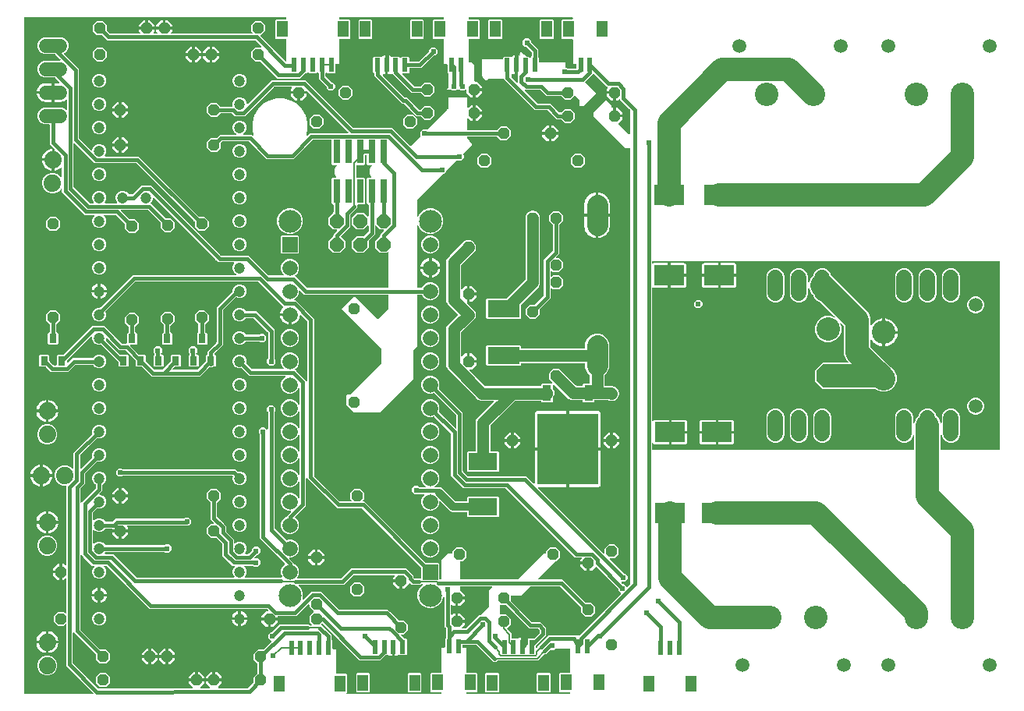
<source format=gbr>
G04 EAGLE Gerber RS-274X export*
G75*
%MOMM*%
%FSLAX34Y34*%
%LPD*%
%INTop Copper*%
%IPPOS*%
%AMOC8*
5,1,8,0,0,1.08239X$1,22.5*%
G01*
%ADD10P,1.319650X8X292.500000*%
%ADD11C,2.540000*%
%ADD12P,2.749271X8X292.500000*%
%ADD13P,1.319650X8X22.500000*%
%ADD14P,1.319650X8X202.500000*%
%ADD15P,1.319650X8X112.500000*%
%ADD16C,2.247900*%
%ADD17C,1.879600*%
%ADD18R,0.939800X1.701800*%
%ADD19R,6.654800X7.721600*%
%ADD20R,3.429000X1.879600*%
%ADD21R,1.665000X1.665000*%
%ADD22C,1.665000*%
%ADD23C,2.475000*%
%ADD24R,0.760000X2.600000*%
%ADD25P,1.649562X8X202.500000*%
%ADD26C,2.550000*%
%ADD27C,1.500000*%
%ADD28C,1.524000*%
%ADD29R,0.800000X1.000000*%
%ADD30R,0.600000X1.500000*%
%ADD31R,1.200000X1.800000*%
%ADD32R,3.230000X2.160000*%
%ADD33R,3.149600X1.955800*%
%ADD34C,1.676400*%
%ADD35C,1.200000*%
%ADD36C,0.604000*%
%ADD37C,0.406400*%
%ADD38C,2.540000*%
%ADD39C,1.270000*%
%ADD40C,0.152400*%
%ADD41C,0.812800*%

G36*
X-258464Y76822D02*
X-258464Y76822D01*
X-258393Y76824D01*
X-258344Y76842D01*
X-258292Y76850D01*
X-258229Y76884D01*
X-258162Y76909D01*
X-258121Y76941D01*
X-258075Y76966D01*
X-258026Y77018D01*
X-257970Y77062D01*
X-257942Y77106D01*
X-257906Y77144D01*
X-257876Y77209D01*
X-257837Y77269D01*
X-257824Y77320D01*
X-257802Y77367D01*
X-257794Y77438D01*
X-257777Y77508D01*
X-257781Y77560D01*
X-257775Y77611D01*
X-257790Y77682D01*
X-257796Y77753D01*
X-257816Y77801D01*
X-257827Y77852D01*
X-257864Y77913D01*
X-257892Y77979D01*
X-257937Y78035D01*
X-257953Y78063D01*
X-257971Y78078D01*
X-257997Y78110D01*
X-284968Y105082D01*
X-287275Y107388D01*
X-287275Y152230D01*
X-287286Y152301D01*
X-287288Y152373D01*
X-287306Y152422D01*
X-287314Y152473D01*
X-287348Y152536D01*
X-287373Y152604D01*
X-287405Y152644D01*
X-287430Y152690D01*
X-287482Y152740D01*
X-287526Y152796D01*
X-287570Y152824D01*
X-287608Y152860D01*
X-287673Y152890D01*
X-287733Y152929D01*
X-287784Y152941D01*
X-287831Y152963D01*
X-287902Y152971D01*
X-287972Y152989D01*
X-288024Y152985D01*
X-288075Y152990D01*
X-288146Y152975D01*
X-288217Y152970D01*
X-288265Y152949D01*
X-288316Y152938D01*
X-288377Y152901D01*
X-288443Y152873D01*
X-288499Y152828D01*
X-288527Y152812D01*
X-288542Y152794D01*
X-288574Y152768D01*
X-290213Y151129D01*
X-296527Y151129D01*
X-300991Y155593D01*
X-300991Y161907D01*
X-296527Y166371D01*
X-290213Y166371D01*
X-288574Y164732D01*
X-288516Y164690D01*
X-288464Y164640D01*
X-288417Y164618D01*
X-288375Y164588D01*
X-288306Y164567D01*
X-288241Y164537D01*
X-288189Y164531D01*
X-288139Y164516D01*
X-288068Y164518D01*
X-287997Y164510D01*
X-287946Y164521D01*
X-287894Y164522D01*
X-287826Y164547D01*
X-287756Y164562D01*
X-287711Y164589D01*
X-287663Y164606D01*
X-287607Y164651D01*
X-287545Y164688D01*
X-287511Y164728D01*
X-287471Y164760D01*
X-287432Y164820D01*
X-287385Y164875D01*
X-287366Y164923D01*
X-287338Y164967D01*
X-287320Y165037D01*
X-287293Y165103D01*
X-287285Y165174D01*
X-287277Y165206D01*
X-287279Y165229D01*
X-287275Y165270D01*
X-287275Y201593D01*
X-287286Y201664D01*
X-287288Y201736D01*
X-287306Y201785D01*
X-287314Y201836D01*
X-287348Y201899D01*
X-287373Y201967D01*
X-287405Y202007D01*
X-287430Y202053D01*
X-287482Y202103D01*
X-287526Y202159D01*
X-287570Y202187D01*
X-287608Y202223D01*
X-287673Y202253D01*
X-287733Y202292D01*
X-287784Y202304D01*
X-287831Y202326D01*
X-287902Y202334D01*
X-287972Y202352D01*
X-288024Y202348D01*
X-288075Y202354D01*
X-288146Y202338D01*
X-288217Y202333D01*
X-288265Y202312D01*
X-288316Y202301D01*
X-288377Y202264D01*
X-288443Y202236D01*
X-288499Y202192D01*
X-288527Y202175D01*
X-288542Y202157D01*
X-288574Y202132D01*
X-289793Y200913D01*
X-291847Y200913D01*
X-291847Y208788D01*
X-291850Y208808D01*
X-291848Y208827D01*
X-291870Y208929D01*
X-291887Y209031D01*
X-291896Y209048D01*
X-291900Y209068D01*
X-291953Y209157D01*
X-292002Y209248D01*
X-292016Y209262D01*
X-292026Y209279D01*
X-292105Y209346D01*
X-292180Y209417D01*
X-292198Y209426D01*
X-292213Y209439D01*
X-292309Y209477D01*
X-292403Y209521D01*
X-292423Y209523D01*
X-292441Y209531D01*
X-292608Y209549D01*
X-293371Y209549D01*
X-293371Y209551D01*
X-292608Y209551D01*
X-292588Y209554D01*
X-292569Y209552D01*
X-292467Y209574D01*
X-292365Y209591D01*
X-292348Y209600D01*
X-292328Y209604D01*
X-292239Y209657D01*
X-292148Y209706D01*
X-292134Y209720D01*
X-292117Y209730D01*
X-292050Y209809D01*
X-291979Y209884D01*
X-291970Y209902D01*
X-291957Y209917D01*
X-291918Y210013D01*
X-291875Y210107D01*
X-291873Y210127D01*
X-291865Y210145D01*
X-291847Y210312D01*
X-291847Y218187D01*
X-289793Y218187D01*
X-288574Y216968D01*
X-288516Y216927D01*
X-288464Y216877D01*
X-288417Y216855D01*
X-288375Y216825D01*
X-288306Y216804D01*
X-288241Y216774D01*
X-288189Y216768D01*
X-288139Y216753D01*
X-288068Y216754D01*
X-287997Y216746D01*
X-287946Y216758D01*
X-287894Y216759D01*
X-287826Y216784D01*
X-287756Y216799D01*
X-287711Y216825D01*
X-287663Y216843D01*
X-287607Y216888D01*
X-287545Y216925D01*
X-287511Y216964D01*
X-287471Y216997D01*
X-287432Y217057D01*
X-287385Y217112D01*
X-287366Y217160D01*
X-287338Y217204D01*
X-287320Y217273D01*
X-287293Y217340D01*
X-287285Y217411D01*
X-287277Y217442D01*
X-287279Y217466D01*
X-287275Y217507D01*
X-287275Y302641D01*
X-287278Y302661D01*
X-287276Y302680D01*
X-287298Y302782D01*
X-287314Y302884D01*
X-287324Y302901D01*
X-287328Y302921D01*
X-287381Y303010D01*
X-287430Y303101D01*
X-287444Y303115D01*
X-287454Y303132D01*
X-287533Y303199D01*
X-287608Y303271D01*
X-287626Y303279D01*
X-287641Y303292D01*
X-287737Y303331D01*
X-287831Y303374D01*
X-287851Y303376D01*
X-287869Y303384D01*
X-288036Y303402D01*
X-291098Y303402D01*
X-295112Y305065D01*
X-298185Y308138D01*
X-299848Y312152D01*
X-299848Y316498D01*
X-298185Y320512D01*
X-295112Y323585D01*
X-291098Y325248D01*
X-286752Y325248D01*
X-282738Y323585D01*
X-280827Y321674D01*
X-280769Y321632D01*
X-280717Y321583D01*
X-280670Y321561D01*
X-280628Y321531D01*
X-280559Y321510D01*
X-280494Y321479D01*
X-280442Y321474D01*
X-280392Y321458D01*
X-280321Y321460D01*
X-280250Y321452D01*
X-280199Y321463D01*
X-280147Y321465D01*
X-280079Y321489D01*
X-280009Y321505D01*
X-279964Y321531D01*
X-279916Y321549D01*
X-279860Y321594D01*
X-279798Y321631D01*
X-279764Y321670D01*
X-279724Y321703D01*
X-279685Y321763D01*
X-279638Y321818D01*
X-279619Y321866D01*
X-279591Y321910D01*
X-279573Y321979D01*
X-279546Y322046D01*
X-279538Y322117D01*
X-279530Y322148D01*
X-279532Y322172D01*
X-279528Y322213D01*
X-279528Y338912D01*
X-277221Y341219D01*
X-259052Y359388D01*
X-258984Y359482D01*
X-258914Y359577D01*
X-258912Y359583D01*
X-258909Y359588D01*
X-258874Y359699D01*
X-258838Y359810D01*
X-258838Y359817D01*
X-258836Y359823D01*
X-258839Y359939D01*
X-258840Y360056D01*
X-258842Y360064D01*
X-258843Y360069D01*
X-258849Y360086D01*
X-258887Y360218D01*
X-258985Y360453D01*
X-258985Y363447D01*
X-257839Y366212D01*
X-255722Y368329D01*
X-252957Y369475D01*
X-249963Y369475D01*
X-247198Y368329D01*
X-245081Y366212D01*
X-243935Y363447D01*
X-243935Y360453D01*
X-245081Y357688D01*
X-247198Y355571D01*
X-249963Y354425D01*
X-252957Y354425D01*
X-253192Y354523D01*
X-253306Y354550D01*
X-253420Y354578D01*
X-253426Y354578D01*
X-253432Y354579D01*
X-253548Y354568D01*
X-253665Y354559D01*
X-253671Y354557D01*
X-253677Y354556D01*
X-253784Y354508D01*
X-253891Y354463D01*
X-253897Y354458D01*
X-253902Y354456D01*
X-253915Y354444D01*
X-254022Y354358D01*
X-272191Y336189D01*
X-272244Y336115D01*
X-272304Y336045D01*
X-272316Y336015D01*
X-272335Y335989D01*
X-272362Y335902D01*
X-272396Y335817D01*
X-272400Y335776D01*
X-272407Y335754D01*
X-272406Y335722D01*
X-272414Y335650D01*
X-272414Y322464D01*
X-272403Y322393D01*
X-272401Y322321D01*
X-272383Y322272D01*
X-272375Y322221D01*
X-272341Y322158D01*
X-272316Y322090D01*
X-272284Y322049D01*
X-272259Y322003D01*
X-272208Y321954D01*
X-272163Y321898D01*
X-272119Y321870D01*
X-272081Y321834D01*
X-272016Y321804D01*
X-271956Y321765D01*
X-271905Y321752D01*
X-271858Y321730D01*
X-271787Y321722D01*
X-271717Y321705D01*
X-271665Y321709D01*
X-271614Y321703D01*
X-271543Y321719D01*
X-271472Y321724D01*
X-271424Y321744D01*
X-271373Y321756D01*
X-271312Y321792D01*
X-271246Y321820D01*
X-271190Y321865D01*
X-271162Y321882D01*
X-271147Y321900D01*
X-271115Y321925D01*
X-259052Y333988D01*
X-258984Y334082D01*
X-258914Y334177D01*
X-258912Y334183D01*
X-258909Y334188D01*
X-258874Y334299D01*
X-258838Y334410D01*
X-258838Y334417D01*
X-258836Y334423D01*
X-258839Y334539D01*
X-258840Y334656D01*
X-258842Y334664D01*
X-258843Y334669D01*
X-258849Y334686D01*
X-258887Y334818D01*
X-258985Y335053D01*
X-258985Y338047D01*
X-257839Y340812D01*
X-255722Y342929D01*
X-252957Y344075D01*
X-249963Y344075D01*
X-247198Y342929D01*
X-245081Y340812D01*
X-243935Y338047D01*
X-243935Y335053D01*
X-245081Y332288D01*
X-247198Y330171D01*
X-249963Y329025D01*
X-252957Y329025D01*
X-253192Y329123D01*
X-253306Y329150D01*
X-253420Y329178D01*
X-253426Y329178D01*
X-253432Y329179D01*
X-253548Y329168D01*
X-253665Y329159D01*
X-253671Y329157D01*
X-253677Y329156D01*
X-253784Y329108D01*
X-253891Y329063D01*
X-253897Y329058D01*
X-253902Y329056D01*
X-253915Y329044D01*
X-254022Y328958D01*
X-266603Y316377D01*
X-266646Y316318D01*
X-266690Y316271D01*
X-266697Y316255D01*
X-266716Y316233D01*
X-266728Y316203D01*
X-266747Y316177D01*
X-266773Y316092D01*
X-266793Y316048D01*
X-266794Y316038D01*
X-266808Y316005D01*
X-266812Y315964D01*
X-266819Y315942D01*
X-266818Y315910D01*
X-266826Y315838D01*
X-266826Y305171D01*
X-271810Y300187D01*
X-271863Y300113D01*
X-271923Y300044D01*
X-271935Y300014D01*
X-271954Y299988D01*
X-271981Y299901D01*
X-272015Y299816D01*
X-272019Y299775D01*
X-272026Y299752D01*
X-272025Y299720D01*
X-272033Y299649D01*
X-272033Y285559D01*
X-272022Y285488D01*
X-272020Y285416D01*
X-272002Y285367D01*
X-271994Y285316D01*
X-271960Y285253D01*
X-271935Y285185D01*
X-271903Y285145D01*
X-271878Y285099D01*
X-271826Y285049D01*
X-271782Y284993D01*
X-271738Y284965D01*
X-271700Y284929D01*
X-271635Y284899D01*
X-271575Y284860D01*
X-271524Y284848D01*
X-271477Y284826D01*
X-271406Y284818D01*
X-271336Y284800D01*
X-271284Y284804D01*
X-271233Y284799D01*
X-271162Y284814D01*
X-271091Y284819D01*
X-271043Y284840D01*
X-270992Y284851D01*
X-270931Y284888D01*
X-270865Y284916D01*
X-270809Y284960D01*
X-270781Y284977D01*
X-270766Y284995D01*
X-270734Y285020D01*
X-268458Y287296D01*
X-255240Y300515D01*
X-255187Y300588D01*
X-255127Y300658D01*
X-255115Y300688D01*
X-255096Y300714D01*
X-255069Y300801D01*
X-255035Y300886D01*
X-255031Y300927D01*
X-255024Y300949D01*
X-255025Y300982D01*
X-255017Y301053D01*
X-255017Y303970D01*
X-255036Y304085D01*
X-255053Y304201D01*
X-255055Y304207D01*
X-255056Y304213D01*
X-255111Y304315D01*
X-255164Y304420D01*
X-255169Y304424D01*
X-255172Y304430D01*
X-255256Y304510D01*
X-255340Y304592D01*
X-255346Y304596D01*
X-255350Y304599D01*
X-255367Y304607D01*
X-255487Y304673D01*
X-255722Y304771D01*
X-257839Y306888D01*
X-258985Y309653D01*
X-258985Y312647D01*
X-257839Y315412D01*
X-255722Y317529D01*
X-252957Y318675D01*
X-249963Y318675D01*
X-247198Y317529D01*
X-245081Y315412D01*
X-243935Y312647D01*
X-243935Y309653D01*
X-245081Y306888D01*
X-247198Y304771D01*
X-247433Y304673D01*
X-247533Y304611D01*
X-247633Y304552D01*
X-247637Y304547D01*
X-247642Y304544D01*
X-247717Y304453D01*
X-247793Y304365D01*
X-247795Y304359D01*
X-247799Y304354D01*
X-247841Y304246D01*
X-247885Y304137D01*
X-247886Y304129D01*
X-247887Y304124D01*
X-247888Y304106D01*
X-247903Y303970D01*
X-247903Y297791D01*
X-251120Y294574D01*
X-251162Y294516D01*
X-251211Y294464D01*
X-251233Y294417D01*
X-251264Y294375D01*
X-251285Y294306D01*
X-251315Y294241D01*
X-251321Y294189D01*
X-251336Y294139D01*
X-251334Y294068D01*
X-251342Y293997D01*
X-251331Y293946D01*
X-251330Y293894D01*
X-251305Y293826D01*
X-251290Y293756D01*
X-251263Y293711D01*
X-251245Y293663D01*
X-251200Y293607D01*
X-251164Y293545D01*
X-251124Y293511D01*
X-251091Y293471D01*
X-251031Y293432D01*
X-250977Y293385D01*
X-250928Y293366D01*
X-250884Y293338D01*
X-250815Y293320D01*
X-250748Y293293D01*
X-250677Y293285D01*
X-250646Y293277D01*
X-250623Y293279D01*
X-250582Y293275D01*
X-249963Y293275D01*
X-247198Y292129D01*
X-245081Y290012D01*
X-243935Y287247D01*
X-243935Y284253D01*
X-245081Y281488D01*
X-247198Y279371D01*
X-249963Y278225D01*
X-252957Y278225D01*
X-253192Y278323D01*
X-253306Y278350D01*
X-253420Y278378D01*
X-253426Y278378D01*
X-253432Y278379D01*
X-253548Y278368D01*
X-253665Y278359D01*
X-253671Y278357D01*
X-253677Y278356D01*
X-253784Y278308D01*
X-253891Y278263D01*
X-253897Y278258D01*
X-253902Y278256D01*
X-253915Y278244D01*
X-254022Y278158D01*
X-257840Y274340D01*
X-257893Y274266D01*
X-257953Y274196D01*
X-257965Y274166D01*
X-257984Y274140D01*
X-258011Y274053D01*
X-258045Y273968D01*
X-258049Y273927D01*
X-258056Y273905D01*
X-258055Y273873D01*
X-258063Y273801D01*
X-258063Y266226D01*
X-258052Y266155D01*
X-258050Y266084D01*
X-258032Y266035D01*
X-258024Y265983D01*
X-257990Y265920D01*
X-257965Y265853D01*
X-257933Y265812D01*
X-257908Y265766D01*
X-257856Y265717D01*
X-257812Y265661D01*
X-257768Y265632D01*
X-257730Y265597D01*
X-257665Y265566D01*
X-257605Y265528D01*
X-257554Y265515D01*
X-257507Y265493D01*
X-257436Y265485D01*
X-257366Y265468D01*
X-257314Y265472D01*
X-257263Y265466D01*
X-257192Y265481D01*
X-257121Y265487D01*
X-257073Y265507D01*
X-257022Y265518D01*
X-256961Y265555D01*
X-256895Y265583D01*
X-256839Y265628D01*
X-256811Y265644D01*
X-256796Y265662D01*
X-256764Y265688D01*
X-255722Y266729D01*
X-252957Y267875D01*
X-249963Y267875D01*
X-247198Y266729D01*
X-245081Y264612D01*
X-244983Y264377D01*
X-244921Y264277D01*
X-244862Y264177D01*
X-244857Y264173D01*
X-244854Y264168D01*
X-244763Y264093D01*
X-244675Y264017D01*
X-244669Y264015D01*
X-244664Y264011D01*
X-244556Y263969D01*
X-244447Y263925D01*
X-244439Y263924D01*
X-244434Y263923D01*
X-244416Y263922D01*
X-244280Y263907D01*
X-237689Y263907D01*
X-237598Y263921D01*
X-237508Y263929D01*
X-237478Y263941D01*
X-237446Y263946D01*
X-237365Y263989D01*
X-237281Y264025D01*
X-237249Y264051D01*
X-237228Y264062D01*
X-237206Y264085D01*
X-237150Y264130D01*
X-234071Y267209D01*
X-159904Y267209D01*
X-159814Y267223D01*
X-159723Y267231D01*
X-159693Y267243D01*
X-159661Y267248D01*
X-159580Y267291D01*
X-159497Y267327D01*
X-159464Y267353D01*
X-159444Y267364D01*
X-159422Y267387D01*
X-159366Y267432D01*
X-158093Y268705D01*
X-154327Y268705D01*
X-151665Y266043D01*
X-151665Y262277D01*
X-154327Y259615D01*
X-158093Y259615D01*
X-158350Y259872D01*
X-158423Y259925D01*
X-158493Y259985D01*
X-158523Y259997D01*
X-158549Y260016D01*
X-158636Y260043D01*
X-158721Y260077D01*
X-158762Y260081D01*
X-158784Y260088D01*
X-158817Y260087D01*
X-158888Y260095D01*
X-220643Y260095D01*
X-220714Y260084D01*
X-220786Y260082D01*
X-220835Y260064D01*
X-220886Y260056D01*
X-220949Y260022D01*
X-221017Y259997D01*
X-221057Y259965D01*
X-221103Y259940D01*
X-221153Y259888D01*
X-221209Y259844D01*
X-221237Y259800D01*
X-221273Y259762D01*
X-221303Y259697D01*
X-221342Y259637D01*
X-221354Y259586D01*
X-221376Y259539D01*
X-221384Y259468D01*
X-221402Y259398D01*
X-221398Y259346D01*
X-221404Y259295D01*
X-221388Y259224D01*
X-221383Y259153D01*
X-221362Y259105D01*
X-221351Y259054D01*
X-221314Y258993D01*
X-221286Y258927D01*
X-221242Y258871D01*
X-221225Y258843D01*
X-221207Y258828D01*
X-221182Y258796D01*
X-219963Y257577D01*
X-219963Y255523D01*
X-227838Y255523D01*
X-227858Y255520D01*
X-227877Y255522D01*
X-227979Y255500D01*
X-228081Y255483D01*
X-228098Y255474D01*
X-228118Y255470D01*
X-228207Y255417D01*
X-228298Y255368D01*
X-228312Y255354D01*
X-228329Y255344D01*
X-228396Y255265D01*
X-228467Y255190D01*
X-228476Y255172D01*
X-228489Y255157D01*
X-228527Y255061D01*
X-228571Y254967D01*
X-228573Y254947D01*
X-228581Y254929D01*
X-228599Y254762D01*
X-228599Y253999D01*
X-228601Y253999D01*
X-228601Y254762D01*
X-228604Y254782D01*
X-228602Y254801D01*
X-228624Y254903D01*
X-228641Y255005D01*
X-228650Y255022D01*
X-228654Y255042D01*
X-228707Y255131D01*
X-228756Y255222D01*
X-228770Y255236D01*
X-228780Y255253D01*
X-228859Y255320D01*
X-228934Y255391D01*
X-228952Y255400D01*
X-228967Y255413D01*
X-229063Y255452D01*
X-229157Y255495D01*
X-229177Y255497D01*
X-229195Y255505D01*
X-229362Y255523D01*
X-237237Y255523D01*
X-237237Y256032D01*
X-237240Y256052D01*
X-237238Y256071D01*
X-237260Y256173D01*
X-237276Y256275D01*
X-237286Y256292D01*
X-237290Y256312D01*
X-237343Y256401D01*
X-237392Y256492D01*
X-237406Y256506D01*
X-237416Y256523D01*
X-237495Y256590D01*
X-237570Y256662D01*
X-237588Y256670D01*
X-237603Y256683D01*
X-237699Y256722D01*
X-237793Y256765D01*
X-237813Y256767D01*
X-237831Y256775D01*
X-237998Y256793D01*
X-244280Y256793D01*
X-244395Y256774D01*
X-244511Y256757D01*
X-244517Y256755D01*
X-244523Y256754D01*
X-244625Y256699D01*
X-244730Y256646D01*
X-244735Y256641D01*
X-244740Y256638D01*
X-244820Y256554D01*
X-244902Y256470D01*
X-244906Y256464D01*
X-244909Y256460D01*
X-244917Y256443D01*
X-244983Y256323D01*
X-245081Y256088D01*
X-247198Y253971D01*
X-249963Y252825D01*
X-252957Y252825D01*
X-255722Y253971D01*
X-256764Y255012D01*
X-256822Y255054D01*
X-256874Y255103D01*
X-256921Y255125D01*
X-256963Y255156D01*
X-257032Y255177D01*
X-257097Y255207D01*
X-257149Y255213D01*
X-257199Y255228D01*
X-257270Y255226D01*
X-257341Y255234D01*
X-257392Y255223D01*
X-257444Y255222D01*
X-257512Y255197D01*
X-257582Y255182D01*
X-257627Y255155D01*
X-257675Y255137D01*
X-257731Y255092D01*
X-257793Y255056D01*
X-257827Y255016D01*
X-257867Y254984D01*
X-257906Y254923D01*
X-257953Y254869D01*
X-257972Y254820D01*
X-258000Y254777D01*
X-258018Y254707D01*
X-258045Y254641D01*
X-258053Y254569D01*
X-258061Y254538D01*
X-258059Y254515D01*
X-258063Y254474D01*
X-258063Y240826D01*
X-258052Y240755D01*
X-258050Y240684D01*
X-258032Y240635D01*
X-258024Y240583D01*
X-257990Y240520D01*
X-257965Y240453D01*
X-257933Y240412D01*
X-257908Y240366D01*
X-257856Y240317D01*
X-257812Y240261D01*
X-257768Y240232D01*
X-257730Y240197D01*
X-257665Y240166D01*
X-257605Y240128D01*
X-257554Y240115D01*
X-257507Y240093D01*
X-257436Y240085D01*
X-257366Y240068D01*
X-257314Y240072D01*
X-257263Y240066D01*
X-257192Y240081D01*
X-257121Y240087D01*
X-257073Y240107D01*
X-257022Y240118D01*
X-256961Y240155D01*
X-256895Y240183D01*
X-256839Y240228D01*
X-256811Y240244D01*
X-256796Y240262D01*
X-256764Y240288D01*
X-255722Y241329D01*
X-252957Y242475D01*
X-249963Y242475D01*
X-247198Y241329D01*
X-245081Y239212D01*
X-244983Y238977D01*
X-244921Y238877D01*
X-244862Y238777D01*
X-244857Y238773D01*
X-244854Y238768D01*
X-244763Y238693D01*
X-244675Y238617D01*
X-244669Y238615D01*
X-244664Y238611D01*
X-244556Y238569D01*
X-244447Y238525D01*
X-244439Y238524D01*
X-244434Y238523D01*
X-244416Y238522D01*
X-244280Y238507D01*
X-180986Y238507D01*
X-180896Y238521D01*
X-180805Y238529D01*
X-180775Y238541D01*
X-180743Y238546D01*
X-180662Y238589D01*
X-180578Y238625D01*
X-180546Y238651D01*
X-180526Y238662D01*
X-180504Y238685D01*
X-180448Y238730D01*
X-179683Y239495D01*
X-175917Y239495D01*
X-173255Y236833D01*
X-173255Y233067D01*
X-175917Y230405D01*
X-179683Y230405D01*
X-180448Y231170D01*
X-180522Y231223D01*
X-180591Y231283D01*
X-180621Y231295D01*
X-180647Y231314D01*
X-180734Y231341D01*
X-180819Y231375D01*
X-180860Y231379D01*
X-180882Y231386D01*
X-180915Y231385D01*
X-180986Y231393D01*
X-244280Y231393D01*
X-244395Y231374D01*
X-244511Y231357D01*
X-244517Y231355D01*
X-244523Y231354D01*
X-244625Y231299D01*
X-244730Y231246D01*
X-244735Y231241D01*
X-244740Y231238D01*
X-244820Y231154D01*
X-244902Y231070D01*
X-244906Y231064D01*
X-244909Y231060D01*
X-244917Y231043D01*
X-244983Y230923D01*
X-245081Y230688D01*
X-245518Y230250D01*
X-245560Y230192D01*
X-245609Y230140D01*
X-245631Y230093D01*
X-245662Y230051D01*
X-245683Y229982D01*
X-245713Y229917D01*
X-245719Y229865D01*
X-245734Y229815D01*
X-245732Y229744D01*
X-245740Y229673D01*
X-245729Y229622D01*
X-245728Y229570D01*
X-245703Y229502D01*
X-245688Y229432D01*
X-245661Y229387D01*
X-245643Y229339D01*
X-245598Y229283D01*
X-245562Y229221D01*
X-245522Y229187D01*
X-245490Y229147D01*
X-245429Y229108D01*
X-245375Y229061D01*
X-245326Y229042D01*
X-245283Y229014D01*
X-245213Y228996D01*
X-245147Y228969D01*
X-245075Y228961D01*
X-245044Y228953D01*
X-245021Y228955D01*
X-244980Y228951D01*
X-236621Y228951D01*
X-211329Y203659D01*
X-211255Y203605D01*
X-211185Y203546D01*
X-211155Y203534D01*
X-211129Y203515D01*
X-211042Y203488D01*
X-210957Y203454D01*
X-210916Y203450D01*
X-210894Y203443D01*
X-210862Y203443D01*
X-210790Y203436D01*
X-105425Y203436D01*
X-105354Y203447D01*
X-105283Y203449D01*
X-105234Y203467D01*
X-105182Y203475D01*
X-105119Y203509D01*
X-105051Y203533D01*
X-105011Y203566D01*
X-104965Y203590D01*
X-104916Y203642D01*
X-104859Y203687D01*
X-104831Y203731D01*
X-104795Y203769D01*
X-104765Y203834D01*
X-104726Y203894D01*
X-104714Y203945D01*
X-104692Y203992D01*
X-104684Y204063D01*
X-104666Y204133D01*
X-104670Y204185D01*
X-104665Y204236D01*
X-104680Y204306D01*
X-104686Y204378D01*
X-104706Y204426D01*
X-104717Y204477D01*
X-104754Y204538D01*
X-104782Y204604D01*
X-104827Y204660D01*
X-104843Y204688D01*
X-104861Y204703D01*
X-104887Y204735D01*
X-105439Y205288D01*
X-106585Y208053D01*
X-106585Y211047D01*
X-105439Y213812D01*
X-104302Y214950D01*
X-104260Y215008D01*
X-104211Y215060D01*
X-104189Y215107D01*
X-104158Y215149D01*
X-104137Y215218D01*
X-104107Y215283D01*
X-104101Y215335D01*
X-104086Y215385D01*
X-104088Y215456D01*
X-104080Y215527D01*
X-104091Y215578D01*
X-104092Y215630D01*
X-104117Y215698D01*
X-104132Y215768D01*
X-104159Y215813D01*
X-104177Y215861D01*
X-104222Y215917D01*
X-104258Y215979D01*
X-104298Y216013D01*
X-104330Y216053D01*
X-104391Y216092D01*
X-104445Y216139D01*
X-104494Y216158D01*
X-104537Y216186D01*
X-104607Y216204D01*
X-104673Y216231D01*
X-104745Y216239D01*
X-104776Y216247D01*
X-104799Y216245D01*
X-104840Y216249D01*
X-106979Y216249D01*
X-117857Y227127D01*
X-117857Y239511D01*
X-117871Y239602D01*
X-117879Y239692D01*
X-117891Y239722D01*
X-117896Y239754D01*
X-117939Y239835D01*
X-117975Y239919D01*
X-118001Y239951D01*
X-118012Y239972D01*
X-118035Y239994D01*
X-118080Y240050D01*
X-124186Y246156D01*
X-124260Y246209D01*
X-124330Y246269D01*
X-124360Y246281D01*
X-124386Y246300D01*
X-124473Y246327D01*
X-124558Y246361D01*
X-124599Y246365D01*
X-124621Y246372D01*
X-124653Y246371D01*
X-124725Y246379D01*
X-130157Y246379D01*
X-134621Y250843D01*
X-134621Y257157D01*
X-130157Y261621D01*
X-127839Y261621D01*
X-127768Y261632D01*
X-127696Y261634D01*
X-127647Y261652D01*
X-127596Y261660D01*
X-127533Y261694D01*
X-127465Y261719D01*
X-127424Y261751D01*
X-127378Y261776D01*
X-127329Y261827D01*
X-127273Y261872D01*
X-127245Y261916D01*
X-127209Y261954D01*
X-127179Y262019D01*
X-127140Y262079D01*
X-127127Y262130D01*
X-127105Y262177D01*
X-127097Y262248D01*
X-127080Y262318D01*
X-127084Y262370D01*
X-127078Y262421D01*
X-127094Y262492D01*
X-127099Y262563D01*
X-127119Y262611D01*
X-127131Y262662D01*
X-127167Y262723D01*
X-127195Y262789D01*
X-127240Y262845D01*
X-127257Y262873D01*
X-127275Y262888D01*
X-127300Y262920D01*
X-128250Y263870D01*
X-130557Y266177D01*
X-130557Y284564D01*
X-130571Y284654D01*
X-130579Y284745D01*
X-130591Y284775D01*
X-130596Y284807D01*
X-130639Y284888D01*
X-130675Y284971D01*
X-130701Y285004D01*
X-130712Y285024D01*
X-130735Y285046D01*
X-130780Y285102D01*
X-134621Y288943D01*
X-134621Y295257D01*
X-130157Y299721D01*
X-123843Y299721D01*
X-119379Y295257D01*
X-119379Y288943D01*
X-123220Y285102D01*
X-123273Y285028D01*
X-123333Y284959D01*
X-123345Y284929D01*
X-123364Y284903D01*
X-123391Y284816D01*
X-123425Y284731D01*
X-123429Y284690D01*
X-123436Y284668D01*
X-123435Y284635D01*
X-123443Y284564D01*
X-123443Y269439D01*
X-123429Y269348D01*
X-123421Y269258D01*
X-123409Y269228D01*
X-123404Y269196D01*
X-123361Y269115D01*
X-123325Y269031D01*
X-123299Y268999D01*
X-123288Y268978D01*
X-123265Y268956D01*
X-123220Y268900D01*
X-116098Y261778D01*
X-113791Y259471D01*
X-113791Y254039D01*
X-113777Y253949D01*
X-113769Y253858D01*
X-113757Y253828D01*
X-113752Y253796D01*
X-113709Y253716D01*
X-113673Y253632D01*
X-113647Y253600D01*
X-113636Y253579D01*
X-113613Y253557D01*
X-113568Y253501D01*
X-105155Y245088D01*
X-105155Y241334D01*
X-105144Y241263D01*
X-105142Y241192D01*
X-105124Y241143D01*
X-105116Y241091D01*
X-105082Y241028D01*
X-105057Y240961D01*
X-105025Y240920D01*
X-105000Y240874D01*
X-104949Y240825D01*
X-104904Y240769D01*
X-104860Y240740D01*
X-104822Y240705D01*
X-104757Y240674D01*
X-104697Y240636D01*
X-104646Y240623D01*
X-104599Y240601D01*
X-104528Y240593D01*
X-104458Y240576D01*
X-104406Y240580D01*
X-104355Y240574D01*
X-104284Y240589D01*
X-104213Y240595D01*
X-104165Y240615D01*
X-104114Y240626D01*
X-104053Y240663D01*
X-103987Y240691D01*
X-103931Y240736D01*
X-103903Y240752D01*
X-103888Y240770D01*
X-103856Y240796D01*
X-103322Y241329D01*
X-100557Y242475D01*
X-97563Y242475D01*
X-94798Y241329D01*
X-92681Y239212D01*
X-91535Y236447D01*
X-91535Y233453D01*
X-92681Y230688D01*
X-93118Y230250D01*
X-93160Y230192D01*
X-93209Y230140D01*
X-93231Y230093D01*
X-93262Y230051D01*
X-93283Y229982D01*
X-93313Y229917D01*
X-93319Y229865D01*
X-93334Y229815D01*
X-93332Y229744D01*
X-93340Y229673D01*
X-93329Y229622D01*
X-93328Y229570D01*
X-93303Y229502D01*
X-93288Y229432D01*
X-93261Y229387D01*
X-93243Y229339D01*
X-93198Y229283D01*
X-93162Y229221D01*
X-93122Y229187D01*
X-93090Y229147D01*
X-93029Y229108D01*
X-92975Y229061D01*
X-92926Y229042D01*
X-92883Y229014D01*
X-92813Y228996D01*
X-92747Y228969D01*
X-92675Y228961D01*
X-92644Y228953D01*
X-92621Y228955D01*
X-92580Y228951D01*
X-90085Y228951D01*
X-89994Y228965D01*
X-89904Y228973D01*
X-89874Y228985D01*
X-89842Y228990D01*
X-89761Y229033D01*
X-89677Y229069D01*
X-89645Y229095D01*
X-89624Y229106D01*
X-89602Y229129D01*
X-89546Y229174D01*
X-86048Y232672D01*
X-85995Y232746D01*
X-85935Y232816D01*
X-85923Y232846D01*
X-85904Y232872D01*
X-85877Y232959D01*
X-85843Y233044D01*
X-85839Y233085D01*
X-85832Y233107D01*
X-85833Y233139D01*
X-85825Y233211D01*
X-85825Y234293D01*
X-83163Y236955D01*
X-79397Y236955D01*
X-76735Y234293D01*
X-76735Y230527D01*
X-79397Y227865D01*
X-80479Y227865D01*
X-80570Y227851D01*
X-80660Y227843D01*
X-80690Y227831D01*
X-80722Y227826D01*
X-80803Y227783D01*
X-80887Y227747D01*
X-80919Y227721D01*
X-80940Y227710D01*
X-80962Y227687D01*
X-81018Y227642D01*
X-83106Y225554D01*
X-83148Y225496D01*
X-83197Y225444D01*
X-83219Y225397D01*
X-83249Y225355D01*
X-83270Y225286D01*
X-83301Y225221D01*
X-83306Y225169D01*
X-83322Y225119D01*
X-83320Y225048D01*
X-83328Y224977D01*
X-83317Y224926D01*
X-83315Y224874D01*
X-83291Y224806D01*
X-83275Y224736D01*
X-83249Y224691D01*
X-83231Y224643D01*
X-83186Y224587D01*
X-83149Y224525D01*
X-83110Y224491D01*
X-83077Y224451D01*
X-83017Y224412D01*
X-82962Y224365D01*
X-82914Y224346D01*
X-82870Y224318D01*
X-82801Y224300D01*
X-82734Y224273D01*
X-82663Y224265D01*
X-82632Y224257D01*
X-82608Y224259D01*
X-82567Y224255D01*
X-79397Y224255D01*
X-76735Y221593D01*
X-76735Y217827D01*
X-79397Y215165D01*
X-83163Y215165D01*
X-84024Y216026D01*
X-84097Y216079D01*
X-84167Y216139D01*
X-84197Y216151D01*
X-84223Y216170D01*
X-84310Y216197D01*
X-84395Y216231D01*
X-84436Y216235D01*
X-84458Y216242D01*
X-84491Y216241D01*
X-84562Y216249D01*
X-93280Y216249D01*
X-93351Y216238D01*
X-93422Y216236D01*
X-93471Y216218D01*
X-93523Y216210D01*
X-93586Y216176D01*
X-93653Y216151D01*
X-93694Y216119D01*
X-93740Y216094D01*
X-93789Y216042D01*
X-93845Y215998D01*
X-93874Y215954D01*
X-93909Y215916D01*
X-93940Y215851D01*
X-93978Y215791D01*
X-93991Y215740D01*
X-94013Y215693D01*
X-94021Y215622D01*
X-94038Y215552D01*
X-94034Y215500D01*
X-94040Y215449D01*
X-94025Y215378D01*
X-94019Y215307D01*
X-93999Y215259D01*
X-93988Y215208D01*
X-93951Y215147D01*
X-93923Y215081D01*
X-93878Y215025D01*
X-93862Y214997D01*
X-93844Y214982D01*
X-93818Y214950D01*
X-92681Y213812D01*
X-91535Y211047D01*
X-91535Y208053D01*
X-92681Y205288D01*
X-93233Y204735D01*
X-93275Y204677D01*
X-93325Y204625D01*
X-93346Y204578D01*
X-93377Y204535D01*
X-93398Y204467D01*
X-93428Y204402D01*
X-93434Y204350D01*
X-93449Y204300D01*
X-93447Y204229D01*
X-93455Y204157D01*
X-93444Y204107D01*
X-93443Y204054D01*
X-93418Y203987D01*
X-93403Y203917D01*
X-93376Y203872D01*
X-93358Y203823D01*
X-93314Y203767D01*
X-93277Y203706D01*
X-93237Y203672D01*
X-93205Y203631D01*
X-93144Y203593D01*
X-93090Y203546D01*
X-93042Y203527D01*
X-92998Y203498D01*
X-92928Y203481D01*
X-92862Y203454D01*
X-92790Y203446D01*
X-92759Y203438D01*
X-92736Y203440D01*
X-92695Y203436D01*
X-53718Y203436D01*
X-53673Y203443D01*
X-53627Y203441D01*
X-53552Y203463D01*
X-53475Y203475D01*
X-53435Y203497D01*
X-53390Y203510D01*
X-53326Y203554D01*
X-53258Y203590D01*
X-53226Y203624D01*
X-53188Y203650D01*
X-53142Y203712D01*
X-53088Y203769D01*
X-53069Y203810D01*
X-53042Y203847D01*
X-53018Y203921D01*
X-52985Y203992D01*
X-52980Y204037D01*
X-52965Y204081D01*
X-52966Y204159D01*
X-52958Y204236D01*
X-52967Y204281D01*
X-52968Y204327D01*
X-53006Y204458D01*
X-53010Y204477D01*
X-53012Y204481D01*
X-53015Y204488D01*
X-54300Y207591D01*
X-54300Y211509D01*
X-52800Y215129D01*
X-50169Y217760D01*
X-50158Y217777D01*
X-50142Y217789D01*
X-50086Y217876D01*
X-50026Y217960D01*
X-50020Y217979D01*
X-50009Y217996D01*
X-49984Y218096D01*
X-49953Y218195D01*
X-49954Y218215D01*
X-49949Y218234D01*
X-49957Y218337D01*
X-49960Y218441D01*
X-49967Y218460D01*
X-49968Y218480D01*
X-50008Y218574D01*
X-50044Y218672D01*
X-50057Y218688D01*
X-50064Y218706D01*
X-50169Y218837D01*
X-75107Y243775D01*
X-77414Y246081D01*
X-77414Y358961D01*
X-77428Y359051D01*
X-77436Y359142D01*
X-77448Y359172D01*
X-77453Y359204D01*
X-77496Y359285D01*
X-77532Y359368D01*
X-77558Y359401D01*
X-77569Y359421D01*
X-77592Y359443D01*
X-77637Y359499D01*
X-78205Y360067D01*
X-78205Y363833D01*
X-75543Y366495D01*
X-71777Y366495D01*
X-69626Y364343D01*
X-69568Y364302D01*
X-69516Y364252D01*
X-69469Y364230D01*
X-69427Y364200D01*
X-69358Y364179D01*
X-69293Y364149D01*
X-69241Y364143D01*
X-69191Y364128D01*
X-69120Y364129D01*
X-69049Y364122D01*
X-68998Y364133D01*
X-68946Y364134D01*
X-68878Y364159D01*
X-68808Y364174D01*
X-68763Y364201D01*
X-68715Y364218D01*
X-68659Y364263D01*
X-68597Y364300D01*
X-68563Y364340D01*
X-68523Y364372D01*
X-68484Y364432D01*
X-68437Y364487D01*
X-68418Y364535D01*
X-68390Y364579D01*
X-68372Y364648D01*
X-68345Y364715D01*
X-68337Y364786D01*
X-68329Y364818D01*
X-68331Y364841D01*
X-68327Y364882D01*
X-68327Y382894D01*
X-68341Y382984D01*
X-68349Y383075D01*
X-68361Y383105D01*
X-68366Y383137D01*
X-68409Y383218D01*
X-68445Y383301D01*
X-68471Y383334D01*
X-68482Y383354D01*
X-68505Y383376D01*
X-68550Y383432D01*
X-69315Y384197D01*
X-69315Y387963D01*
X-66653Y390625D01*
X-62887Y390625D01*
X-60225Y387963D01*
X-60225Y384197D01*
X-60990Y383432D01*
X-61043Y383359D01*
X-61103Y383289D01*
X-61115Y383259D01*
X-61134Y383233D01*
X-61161Y383146D01*
X-61195Y383061D01*
X-61199Y383020D01*
X-61206Y382998D01*
X-61205Y382965D01*
X-61213Y382894D01*
X-61213Y257059D01*
X-61199Y256968D01*
X-61191Y256878D01*
X-61179Y256848D01*
X-61174Y256816D01*
X-61131Y256735D01*
X-61095Y256651D01*
X-61069Y256619D01*
X-61058Y256598D01*
X-61035Y256576D01*
X-60990Y256520D01*
X-48792Y244322D01*
X-48697Y244254D01*
X-48603Y244184D01*
X-48597Y244182D01*
X-48592Y244178D01*
X-48481Y244144D01*
X-48369Y244107D01*
X-48363Y244108D01*
X-48357Y244106D01*
X-48240Y244109D01*
X-48123Y244110D01*
X-48116Y244112D01*
X-48111Y244112D01*
X-48093Y244118D01*
X-47962Y244157D01*
X-46409Y244800D01*
X-42491Y244800D01*
X-38871Y243300D01*
X-36100Y240529D01*
X-34600Y236909D01*
X-34600Y232991D01*
X-36100Y229371D01*
X-38871Y226600D01*
X-42491Y225100D01*
X-44535Y225100D01*
X-44606Y225089D01*
X-44677Y225087D01*
X-44726Y225069D01*
X-44778Y225061D01*
X-44841Y225027D01*
X-44908Y225002D01*
X-44949Y224970D01*
X-44995Y224945D01*
X-45044Y224893D01*
X-45100Y224849D01*
X-45128Y224805D01*
X-45164Y224767D01*
X-45194Y224702D01*
X-45233Y224642D01*
X-45246Y224591D01*
X-45268Y224544D01*
X-45276Y224473D01*
X-45293Y224403D01*
X-45289Y224351D01*
X-45295Y224300D01*
X-45280Y224229D01*
X-45274Y224158D01*
X-45254Y224110D01*
X-45243Y224059D01*
X-45206Y223998D01*
X-45178Y223932D01*
X-45133Y223876D01*
X-45117Y223848D01*
X-45099Y223833D01*
X-45073Y223801D01*
X-40893Y219621D01*
X-40893Y219247D01*
X-40874Y219132D01*
X-40857Y219016D01*
X-40855Y219010D01*
X-40854Y219004D01*
X-40799Y218901D01*
X-40746Y218796D01*
X-40741Y218792D01*
X-40738Y218787D01*
X-40654Y218707D01*
X-40570Y218624D01*
X-40564Y218621D01*
X-40560Y218617D01*
X-40543Y218609D01*
X-40423Y218543D01*
X-38871Y217900D01*
X-36100Y215129D01*
X-34600Y211509D01*
X-34600Y207591D01*
X-36100Y203971D01*
X-36275Y203795D01*
X-36317Y203737D01*
X-36366Y203685D01*
X-36388Y203638D01*
X-36419Y203596D01*
X-36440Y203527D01*
X-36470Y203462D01*
X-36476Y203410D01*
X-36491Y203360D01*
X-36489Y203289D01*
X-36497Y203218D01*
X-36486Y203167D01*
X-36485Y203115D01*
X-36460Y203047D01*
X-36445Y202977D01*
X-36418Y202932D01*
X-36400Y202884D01*
X-36355Y202828D01*
X-36319Y202766D01*
X-36279Y202732D01*
X-36247Y202692D01*
X-36186Y202653D01*
X-36132Y202606D01*
X-36083Y202587D01*
X-36040Y202559D01*
X-35970Y202541D01*
X-35904Y202514D01*
X-35832Y202506D01*
X-35801Y202498D01*
X-35778Y202500D01*
X-35737Y202496D01*
X10911Y202496D01*
X11002Y202510D01*
X11092Y202518D01*
X11122Y202530D01*
X11154Y202535D01*
X11235Y202578D01*
X11319Y202614D01*
X11351Y202640D01*
X11372Y202651D01*
X11394Y202674D01*
X11450Y202719D01*
X19658Y210927D01*
X21965Y213234D01*
X81671Y213234D01*
X89409Y205496D01*
X89409Y204016D01*
X89423Y203925D01*
X89431Y203835D01*
X89443Y203805D01*
X89448Y203773D01*
X89491Y203692D01*
X89527Y203608D01*
X89553Y203576D01*
X89564Y203555D01*
X89587Y203533D01*
X89632Y203477D01*
X90447Y202662D01*
X90521Y202609D01*
X90591Y202549D01*
X90621Y202537D01*
X90647Y202518D01*
X90734Y202491D01*
X90819Y202457D01*
X90860Y202453D01*
X90882Y202446D01*
X90914Y202447D01*
X90986Y202439D01*
X96723Y202439D01*
X96801Y202361D01*
X96859Y202319D01*
X96911Y202270D01*
X96958Y202248D01*
X97000Y202218D01*
X97069Y202197D01*
X97134Y202166D01*
X97186Y202161D01*
X97236Y202145D01*
X97307Y202147D01*
X97378Y202139D01*
X97429Y202150D01*
X97481Y202152D01*
X97549Y202176D01*
X97619Y202192D01*
X97664Y202218D01*
X97712Y202236D01*
X97768Y202281D01*
X97830Y202318D01*
X97864Y202357D01*
X97904Y202390D01*
X97943Y202450D01*
X97990Y202505D01*
X98009Y202553D01*
X98037Y202597D01*
X98055Y202666D01*
X98082Y202733D01*
X98090Y202804D01*
X98098Y202835D01*
X98096Y202859D01*
X98100Y202900D01*
X98100Y214054D01*
X98086Y214145D01*
X98078Y214235D01*
X98066Y214265D01*
X98061Y214297D01*
X98018Y214378D01*
X97982Y214462D01*
X97956Y214494D01*
X97945Y214515D01*
X97922Y214537D01*
X97877Y214593D01*
X33802Y278668D01*
X33728Y278721D01*
X33658Y278781D01*
X33628Y278793D01*
X33602Y278812D01*
X33515Y278839D01*
X33430Y278873D01*
X33389Y278877D01*
X33367Y278884D01*
X33335Y278883D01*
X33263Y278891D01*
X6594Y278891D01*
X-23151Y308636D01*
X-25624Y311109D01*
X-25682Y311151D01*
X-25734Y311200D01*
X-25781Y311222D01*
X-25823Y311252D01*
X-25892Y311273D01*
X-25957Y311304D01*
X-26009Y311309D01*
X-26059Y311325D01*
X-26130Y311323D01*
X-26201Y311331D01*
X-26252Y311320D01*
X-26304Y311318D01*
X-26372Y311294D01*
X-26442Y311278D01*
X-26487Y311252D01*
X-26535Y311234D01*
X-26591Y311189D01*
X-26653Y311152D01*
X-26687Y311113D01*
X-26727Y311080D01*
X-26766Y311020D01*
X-26813Y310965D01*
X-26832Y310917D01*
X-26860Y310873D01*
X-26878Y310804D01*
X-26905Y310737D01*
X-26913Y310666D01*
X-26921Y310635D01*
X-26919Y310611D01*
X-26923Y310570D01*
X-26923Y281444D01*
X-29230Y279138D01*
X-38731Y269637D01*
X-38742Y269621D01*
X-38758Y269608D01*
X-38814Y269521D01*
X-38874Y269437D01*
X-38880Y269418D01*
X-38891Y269401D01*
X-38916Y269301D01*
X-38947Y269202D01*
X-38946Y269182D01*
X-38951Y269163D01*
X-38943Y269060D01*
X-38940Y268956D01*
X-38933Y268937D01*
X-38932Y268918D01*
X-38892Y268823D01*
X-38856Y268725D01*
X-38843Y268710D01*
X-38836Y268691D01*
X-38731Y268560D01*
X-36100Y265929D01*
X-34600Y262309D01*
X-34600Y258391D01*
X-36100Y254771D01*
X-38871Y252000D01*
X-42491Y250500D01*
X-46409Y250500D01*
X-50029Y252000D01*
X-52800Y254771D01*
X-54300Y258391D01*
X-54300Y262309D01*
X-52800Y265929D01*
X-50029Y268700D01*
X-48477Y269343D01*
X-48377Y269405D01*
X-48277Y269465D01*
X-48273Y269470D01*
X-48268Y269473D01*
X-48193Y269563D01*
X-48117Y269652D01*
X-48115Y269658D01*
X-48111Y269662D01*
X-48069Y269771D01*
X-48025Y269880D01*
X-48024Y269888D01*
X-48023Y269892D01*
X-48022Y269910D01*
X-48007Y270047D01*
X-48007Y270421D01*
X-43827Y274601D01*
X-43785Y274659D01*
X-43736Y274711D01*
X-43714Y274758D01*
X-43683Y274800D01*
X-43662Y274869D01*
X-43632Y274934D01*
X-43626Y274986D01*
X-43611Y275036D01*
X-43613Y275107D01*
X-43605Y275178D01*
X-43616Y275229D01*
X-43617Y275281D01*
X-43642Y275349D01*
X-43657Y275419D01*
X-43684Y275464D01*
X-43702Y275512D01*
X-43747Y275568D01*
X-43783Y275630D01*
X-43823Y275664D01*
X-43856Y275704D01*
X-43916Y275743D01*
X-43970Y275790D01*
X-44019Y275809D01*
X-44062Y275837D01*
X-44132Y275855D01*
X-44198Y275882D01*
X-44270Y275890D01*
X-44301Y275898D01*
X-44324Y275896D01*
X-44365Y275900D01*
X-46409Y275900D01*
X-50029Y277400D01*
X-52800Y280171D01*
X-54300Y283791D01*
X-54300Y287709D01*
X-52800Y291329D01*
X-50029Y294100D01*
X-46409Y295600D01*
X-42491Y295600D01*
X-38871Y294100D01*
X-36100Y291329D01*
X-35501Y289884D01*
X-35450Y289802D01*
X-35404Y289716D01*
X-35385Y289698D01*
X-35372Y289675D01*
X-35297Y289613D01*
X-35226Y289546D01*
X-35202Y289535D01*
X-35182Y289519D01*
X-35091Y289484D01*
X-35003Y289443D01*
X-34977Y289440D01*
X-34953Y289430D01*
X-34855Y289426D01*
X-34759Y289416D01*
X-34733Y289421D01*
X-34707Y289420D01*
X-34613Y289447D01*
X-34518Y289468D01*
X-34496Y289481D01*
X-34471Y289489D01*
X-34391Y289544D01*
X-34307Y289594D01*
X-34290Y289614D01*
X-34269Y289629D01*
X-34210Y289707D01*
X-34147Y289781D01*
X-34137Y289805D01*
X-34122Y289826D01*
X-34092Y289919D01*
X-34055Y290009D01*
X-34052Y290042D01*
X-34046Y290060D01*
X-34046Y290093D01*
X-34037Y290176D01*
X-34037Y306724D01*
X-34039Y306737D01*
X-34038Y306748D01*
X-34049Y306800D01*
X-34052Y306820D01*
X-34062Y306917D01*
X-34072Y306941D01*
X-34076Y306967D01*
X-34122Y307053D01*
X-34162Y307142D01*
X-34179Y307161D01*
X-34192Y307184D01*
X-34262Y307251D01*
X-34328Y307323D01*
X-34351Y307336D01*
X-34370Y307354D01*
X-34458Y307395D01*
X-34544Y307442D01*
X-34569Y307446D01*
X-34593Y307457D01*
X-34690Y307468D01*
X-34786Y307485D01*
X-34812Y307482D01*
X-34837Y307484D01*
X-34933Y307464D01*
X-35029Y307450D01*
X-35052Y307438D01*
X-35078Y307432D01*
X-35161Y307382D01*
X-35248Y307338D01*
X-35267Y307319D01*
X-35289Y307306D01*
X-35352Y307232D01*
X-35420Y307163D01*
X-35436Y307134D01*
X-35449Y307119D01*
X-35461Y307088D01*
X-35501Y307016D01*
X-36100Y305571D01*
X-38871Y302800D01*
X-42491Y301300D01*
X-46409Y301300D01*
X-50029Y302800D01*
X-52800Y305571D01*
X-54300Y309191D01*
X-54300Y313109D01*
X-52800Y316729D01*
X-50029Y319500D01*
X-46409Y321000D01*
X-42491Y321000D01*
X-38871Y319500D01*
X-36100Y316729D01*
X-35501Y315284D01*
X-35450Y315202D01*
X-35404Y315116D01*
X-35385Y315098D01*
X-35372Y315075D01*
X-35297Y315013D01*
X-35226Y314946D01*
X-35202Y314935D01*
X-35182Y314919D01*
X-35091Y314884D01*
X-35003Y314843D01*
X-34977Y314840D01*
X-34953Y314830D01*
X-34855Y314826D01*
X-34759Y314816D01*
X-34733Y314821D01*
X-34707Y314820D01*
X-34613Y314847D01*
X-34518Y314868D01*
X-34496Y314881D01*
X-34471Y314889D01*
X-34391Y314944D01*
X-34307Y314994D01*
X-34290Y315014D01*
X-34269Y315029D01*
X-34210Y315107D01*
X-34147Y315181D01*
X-34137Y315205D01*
X-34122Y315226D01*
X-34092Y315319D01*
X-34055Y315409D01*
X-34052Y315442D01*
X-34046Y315460D01*
X-34046Y315493D01*
X-34037Y315576D01*
X-34037Y332124D01*
X-34052Y332220D01*
X-34062Y332317D01*
X-34072Y332341D01*
X-34076Y332367D01*
X-34122Y332453D01*
X-34162Y332542D01*
X-34179Y332561D01*
X-34192Y332584D01*
X-34262Y332651D01*
X-34328Y332723D01*
X-34351Y332736D01*
X-34370Y332754D01*
X-34458Y332795D01*
X-34544Y332842D01*
X-34569Y332846D01*
X-34593Y332857D01*
X-34690Y332868D01*
X-34786Y332885D01*
X-34812Y332882D01*
X-34837Y332884D01*
X-34933Y332864D01*
X-35029Y332850D01*
X-35052Y332838D01*
X-35078Y332832D01*
X-35161Y332782D01*
X-35248Y332738D01*
X-35267Y332719D01*
X-35289Y332706D01*
X-35352Y332632D01*
X-35420Y332563D01*
X-35436Y332534D01*
X-35449Y332519D01*
X-35461Y332488D01*
X-35501Y332416D01*
X-36100Y330971D01*
X-38871Y328200D01*
X-42491Y326700D01*
X-46409Y326700D01*
X-50029Y328200D01*
X-52800Y330971D01*
X-54300Y334591D01*
X-54300Y338509D01*
X-52800Y342129D01*
X-50029Y344900D01*
X-46409Y346400D01*
X-42491Y346400D01*
X-38871Y344900D01*
X-36100Y342129D01*
X-35501Y340684D01*
X-35450Y340601D01*
X-35404Y340516D01*
X-35386Y340498D01*
X-35372Y340475D01*
X-35296Y340413D01*
X-35226Y340346D01*
X-35202Y340335D01*
X-35182Y340319D01*
X-35091Y340284D01*
X-35003Y340243D01*
X-34977Y340240D01*
X-34953Y340230D01*
X-34855Y340226D01*
X-34759Y340216D01*
X-34733Y340221D01*
X-34707Y340220D01*
X-34613Y340247D01*
X-34518Y340268D01*
X-34496Y340281D01*
X-34471Y340288D01*
X-34391Y340344D01*
X-34307Y340394D01*
X-34290Y340414D01*
X-34269Y340429D01*
X-34210Y340507D01*
X-34147Y340581D01*
X-34137Y340605D01*
X-34122Y340626D01*
X-34092Y340719D01*
X-34055Y340809D01*
X-34052Y340841D01*
X-34046Y340860D01*
X-34046Y340893D01*
X-34037Y340976D01*
X-34037Y357524D01*
X-34052Y357620D01*
X-34062Y357717D01*
X-34072Y357741D01*
X-34076Y357767D01*
X-34122Y357853D01*
X-34162Y357942D01*
X-34179Y357961D01*
X-34192Y357984D01*
X-34262Y358051D01*
X-34328Y358123D01*
X-34351Y358136D01*
X-34370Y358154D01*
X-34458Y358195D01*
X-34544Y358242D01*
X-34569Y358246D01*
X-34593Y358257D01*
X-34690Y358268D01*
X-34786Y358285D01*
X-34812Y358282D01*
X-34837Y358284D01*
X-34933Y358264D01*
X-35029Y358250D01*
X-35052Y358238D01*
X-35078Y358232D01*
X-35161Y358182D01*
X-35248Y358138D01*
X-35267Y358119D01*
X-35289Y358106D01*
X-35352Y358032D01*
X-35420Y357963D01*
X-35436Y357934D01*
X-35449Y357919D01*
X-35461Y357888D01*
X-35501Y357816D01*
X-36100Y356371D01*
X-38871Y353600D01*
X-42491Y352100D01*
X-46409Y352100D01*
X-50029Y353600D01*
X-52800Y356371D01*
X-54300Y359991D01*
X-54300Y363909D01*
X-52800Y367529D01*
X-50029Y370300D01*
X-46409Y371800D01*
X-42491Y371800D01*
X-38871Y370300D01*
X-36100Y367529D01*
X-35501Y366084D01*
X-35450Y366001D01*
X-35404Y365916D01*
X-35386Y365898D01*
X-35372Y365875D01*
X-35296Y365813D01*
X-35226Y365746D01*
X-35202Y365735D01*
X-35182Y365719D01*
X-35091Y365684D01*
X-35003Y365643D01*
X-34977Y365640D01*
X-34953Y365630D01*
X-34855Y365626D01*
X-34759Y365616D01*
X-34733Y365621D01*
X-34707Y365620D01*
X-34613Y365647D01*
X-34518Y365668D01*
X-34496Y365681D01*
X-34471Y365688D01*
X-34391Y365744D01*
X-34307Y365794D01*
X-34290Y365814D01*
X-34269Y365829D01*
X-34210Y365907D01*
X-34147Y365981D01*
X-34137Y366005D01*
X-34122Y366026D01*
X-34092Y366119D01*
X-34055Y366209D01*
X-34052Y366241D01*
X-34046Y366260D01*
X-34046Y366293D01*
X-34037Y366376D01*
X-34037Y382924D01*
X-34052Y383020D01*
X-34062Y383117D01*
X-34072Y383141D01*
X-34076Y383167D01*
X-34122Y383253D01*
X-34162Y383342D01*
X-34179Y383361D01*
X-34192Y383384D01*
X-34262Y383451D01*
X-34328Y383523D01*
X-34351Y383536D01*
X-34370Y383554D01*
X-34458Y383595D01*
X-34544Y383642D01*
X-34569Y383646D01*
X-34593Y383657D01*
X-34690Y383668D01*
X-34786Y383685D01*
X-34812Y383682D01*
X-34837Y383684D01*
X-34933Y383664D01*
X-35029Y383650D01*
X-35052Y383638D01*
X-35078Y383632D01*
X-35161Y383582D01*
X-35248Y383538D01*
X-35267Y383519D01*
X-35289Y383506D01*
X-35352Y383432D01*
X-35420Y383363D01*
X-35436Y383334D01*
X-35449Y383319D01*
X-35461Y383288D01*
X-35501Y383216D01*
X-36100Y381771D01*
X-38871Y379000D01*
X-42491Y377500D01*
X-46409Y377500D01*
X-50029Y379000D01*
X-52800Y381771D01*
X-54300Y385391D01*
X-54300Y389309D01*
X-52800Y392929D01*
X-50029Y395700D01*
X-46409Y397200D01*
X-42491Y397200D01*
X-38871Y395700D01*
X-36100Y392929D01*
X-35501Y391484D01*
X-35450Y391401D01*
X-35404Y391316D01*
X-35386Y391298D01*
X-35372Y391275D01*
X-35296Y391213D01*
X-35226Y391146D01*
X-35202Y391135D01*
X-35182Y391119D01*
X-35091Y391084D01*
X-35003Y391043D01*
X-34977Y391040D01*
X-34953Y391030D01*
X-34855Y391026D01*
X-34759Y391016D01*
X-34733Y391021D01*
X-34707Y391020D01*
X-34613Y391047D01*
X-34518Y391068D01*
X-34496Y391081D01*
X-34471Y391088D01*
X-34391Y391144D01*
X-34307Y391194D01*
X-34290Y391214D01*
X-34269Y391229D01*
X-34210Y391307D01*
X-34147Y391381D01*
X-34137Y391405D01*
X-34122Y391426D01*
X-34092Y391519D01*
X-34055Y391609D01*
X-34052Y391641D01*
X-34046Y391660D01*
X-34046Y391693D01*
X-34037Y391776D01*
X-34037Y408324D01*
X-34052Y408420D01*
X-34062Y408517D01*
X-34072Y408541D01*
X-34076Y408567D01*
X-34122Y408653D01*
X-34162Y408742D01*
X-34179Y408761D01*
X-34192Y408784D01*
X-34262Y408851D01*
X-34328Y408923D01*
X-34351Y408936D01*
X-34370Y408954D01*
X-34458Y408995D01*
X-34544Y409042D01*
X-34569Y409046D01*
X-34593Y409057D01*
X-34690Y409068D01*
X-34786Y409085D01*
X-34812Y409082D01*
X-34837Y409084D01*
X-34933Y409064D01*
X-35029Y409050D01*
X-35052Y409038D01*
X-35078Y409032D01*
X-35161Y408982D01*
X-35248Y408938D01*
X-35267Y408919D01*
X-35289Y408906D01*
X-35352Y408832D01*
X-35420Y408763D01*
X-35436Y408734D01*
X-35449Y408719D01*
X-35461Y408688D01*
X-35501Y408616D01*
X-36100Y407171D01*
X-38871Y404400D01*
X-42491Y402900D01*
X-46409Y402900D01*
X-50029Y404400D01*
X-52800Y407171D01*
X-54300Y410791D01*
X-54300Y414709D01*
X-52800Y418329D01*
X-50029Y421100D01*
X-49673Y421248D01*
X-49590Y421299D01*
X-49504Y421345D01*
X-49486Y421364D01*
X-49464Y421377D01*
X-49402Y421452D01*
X-49335Y421523D01*
X-49324Y421547D01*
X-49307Y421567D01*
X-49273Y421658D01*
X-49231Y421746D01*
X-49229Y421772D01*
X-49219Y421796D01*
X-49215Y421894D01*
X-49204Y421990D01*
X-49210Y422016D01*
X-49209Y422042D01*
X-49236Y422136D01*
X-49257Y422231D01*
X-49270Y422253D01*
X-49277Y422278D01*
X-49333Y422358D01*
X-49383Y422442D01*
X-49403Y422459D01*
X-49418Y422480D01*
X-49496Y422538D01*
X-49570Y422602D01*
X-49594Y422612D01*
X-49615Y422627D01*
X-49707Y422657D01*
X-49798Y422694D01*
X-49830Y422697D01*
X-49849Y422703D01*
X-49882Y422703D01*
X-49965Y422712D01*
X-88652Y422712D01*
X-96498Y430558D01*
X-96593Y430626D01*
X-96687Y430696D01*
X-96693Y430698D01*
X-96698Y430701D01*
X-96809Y430736D01*
X-96920Y430772D01*
X-96927Y430772D01*
X-96933Y430774D01*
X-97049Y430771D01*
X-97166Y430770D01*
X-97174Y430768D01*
X-97179Y430767D01*
X-97196Y430761D01*
X-97327Y430723D01*
X-97563Y430625D01*
X-100557Y430625D01*
X-103322Y431771D01*
X-105439Y433888D01*
X-106585Y436653D01*
X-106585Y439647D01*
X-105439Y442412D01*
X-103322Y444529D01*
X-100557Y445675D01*
X-97563Y445675D01*
X-94798Y444529D01*
X-92681Y442412D01*
X-91535Y439647D01*
X-91535Y436653D01*
X-91633Y436417D01*
X-91652Y436338D01*
X-91657Y436326D01*
X-91660Y436303D01*
X-91688Y436190D01*
X-91688Y436184D01*
X-91689Y436178D01*
X-91682Y436103D01*
X-91684Y436081D01*
X-91677Y436047D01*
X-91669Y435945D01*
X-91667Y435939D01*
X-91666Y435933D01*
X-91639Y435873D01*
X-91632Y435841D01*
X-91606Y435797D01*
X-91573Y435719D01*
X-91568Y435713D01*
X-91566Y435708D01*
X-91553Y435695D01*
X-91519Y435652D01*
X-91506Y435630D01*
X-91492Y435618D01*
X-91468Y435588D01*
X-85929Y430049D01*
X-85855Y429996D01*
X-85785Y429936D01*
X-85755Y429924D01*
X-85729Y429905D01*
X-85642Y429878D01*
X-85557Y429844D01*
X-85516Y429840D01*
X-85494Y429833D01*
X-85462Y429834D01*
X-85390Y429826D01*
X-51893Y429826D01*
X-51822Y429837D01*
X-51751Y429839D01*
X-51702Y429857D01*
X-51650Y429865D01*
X-51587Y429899D01*
X-51520Y429924D01*
X-51479Y429956D01*
X-51433Y429981D01*
X-51384Y430033D01*
X-51328Y430077D01*
X-51299Y430121D01*
X-51264Y430159D01*
X-51233Y430224D01*
X-51195Y430284D01*
X-51182Y430335D01*
X-51160Y430382D01*
X-51152Y430453D01*
X-51135Y430523D01*
X-51139Y430575D01*
X-51133Y430626D01*
X-51148Y430696D01*
X-51154Y430768D01*
X-51174Y430816D01*
X-51185Y430867D01*
X-51222Y430928D01*
X-51250Y430994D01*
X-51295Y431050D01*
X-51311Y431078D01*
X-51329Y431093D01*
X-51355Y431125D01*
X-52800Y432571D01*
X-54300Y436191D01*
X-54300Y440109D01*
X-52800Y443729D01*
X-50029Y446500D01*
X-46409Y448000D01*
X-42491Y448000D01*
X-38871Y446500D01*
X-36100Y443729D01*
X-34600Y440109D01*
X-34600Y436191D01*
X-36100Y432571D01*
X-38731Y429940D01*
X-38742Y429923D01*
X-38758Y429911D01*
X-38814Y429824D01*
X-38874Y429740D01*
X-38880Y429721D01*
X-38891Y429704D01*
X-38916Y429604D01*
X-38947Y429505D01*
X-38946Y429485D01*
X-38951Y429466D01*
X-38943Y429363D01*
X-38940Y429259D01*
X-38933Y429240D01*
X-38932Y429220D01*
X-38892Y429125D01*
X-38856Y429028D01*
X-38843Y429012D01*
X-38836Y428994D01*
X-38731Y428863D01*
X-37387Y427519D01*
X-29230Y419362D01*
X-26757Y416890D01*
X-26699Y416848D01*
X-26647Y416798D01*
X-26600Y416776D01*
X-26558Y416746D01*
X-26489Y416725D01*
X-26424Y416695D01*
X-26372Y416689D01*
X-26322Y416674D01*
X-26251Y416676D01*
X-26180Y416668D01*
X-26129Y416679D01*
X-26077Y416680D01*
X-26009Y416705D01*
X-25939Y416720D01*
X-25894Y416747D01*
X-25846Y416764D01*
X-25790Y416809D01*
X-25728Y416846D01*
X-25694Y416886D01*
X-25654Y416918D01*
X-25615Y416978D01*
X-25568Y417033D01*
X-25549Y417081D01*
X-25521Y417125D01*
X-25503Y417195D01*
X-25476Y417261D01*
X-25468Y417332D01*
X-25460Y417364D01*
X-25462Y417387D01*
X-25458Y417428D01*
X-25458Y481415D01*
X-25472Y481505D01*
X-25480Y481596D01*
X-25492Y481626D01*
X-25497Y481657D01*
X-25540Y481738D01*
X-25576Y481822D01*
X-25602Y481854D01*
X-25613Y481875D01*
X-25636Y481897D01*
X-25681Y481953D01*
X-32287Y488559D01*
X-32297Y488566D01*
X-32304Y488576D01*
X-32396Y488638D01*
X-32487Y488703D01*
X-32498Y488706D01*
X-32508Y488713D01*
X-32615Y488742D01*
X-32722Y488775D01*
X-32734Y488775D01*
X-32745Y488778D01*
X-32856Y488772D01*
X-32968Y488769D01*
X-32979Y488765D01*
X-32991Y488764D01*
X-33094Y488723D01*
X-33199Y488684D01*
X-33208Y488677D01*
X-33219Y488672D01*
X-33304Y488600D01*
X-33391Y488531D01*
X-33397Y488521D01*
X-33406Y488513D01*
X-33464Y488417D01*
X-33524Y488324D01*
X-33527Y488312D01*
X-33533Y488302D01*
X-33577Y488140D01*
X-33852Y486406D01*
X-34380Y484779D01*
X-35157Y483255D01*
X-36162Y481871D01*
X-37371Y480662D01*
X-38755Y479657D01*
X-40279Y478880D01*
X-41906Y478352D01*
X-42927Y478190D01*
X-42927Y488188D01*
X-42930Y488208D01*
X-42928Y488227D01*
X-42950Y488329D01*
X-42967Y488431D01*
X-42976Y488448D01*
X-42980Y488468D01*
X-43033Y488557D01*
X-43082Y488648D01*
X-43096Y488662D01*
X-43106Y488679D01*
X-43185Y488746D01*
X-43260Y488817D01*
X-43278Y488826D01*
X-43293Y488839D01*
X-43389Y488877D01*
X-43483Y488921D01*
X-43503Y488923D01*
X-43521Y488931D01*
X-43688Y488949D01*
X-44451Y488949D01*
X-44451Y489712D01*
X-44454Y489732D01*
X-44452Y489751D01*
X-44474Y489853D01*
X-44491Y489955D01*
X-44500Y489972D01*
X-44504Y489992D01*
X-44557Y490081D01*
X-44606Y490172D01*
X-44620Y490186D01*
X-44630Y490203D01*
X-44709Y490270D01*
X-44784Y490341D01*
X-44802Y490350D01*
X-44817Y490363D01*
X-44913Y490402D01*
X-45007Y490445D01*
X-45027Y490447D01*
X-45045Y490455D01*
X-45212Y490473D01*
X-55210Y490473D01*
X-55048Y491494D01*
X-54520Y493121D01*
X-53743Y494645D01*
X-52738Y496029D01*
X-52012Y496755D01*
X-52000Y496771D01*
X-51984Y496784D01*
X-51928Y496871D01*
X-51868Y496955D01*
X-51862Y496974D01*
X-51851Y496991D01*
X-51826Y497091D01*
X-51796Y497190D01*
X-51796Y497210D01*
X-51791Y497229D01*
X-51799Y497332D01*
X-51802Y497436D01*
X-51809Y497454D01*
X-51810Y497474D01*
X-51851Y497569D01*
X-51886Y497667D01*
X-51899Y497682D01*
X-51907Y497701D01*
X-52012Y497832D01*
X-53761Y499581D01*
X-78720Y524540D01*
X-78794Y524593D01*
X-78864Y524653D01*
X-78894Y524665D01*
X-78920Y524684D01*
X-79007Y524711D01*
X-79092Y524745D01*
X-79133Y524749D01*
X-79155Y524756D01*
X-79187Y524755D01*
X-79259Y524763D01*
X-211964Y524763D01*
X-212054Y524749D01*
X-212145Y524741D01*
X-212175Y524729D01*
X-212206Y524724D01*
X-212287Y524681D01*
X-212371Y524645D01*
X-212403Y524619D01*
X-212424Y524608D01*
X-212446Y524585D01*
X-212502Y524540D01*
X-244355Y492688D01*
X-244423Y492593D01*
X-244493Y492499D01*
X-244495Y492493D01*
X-244498Y492488D01*
X-244533Y492376D01*
X-244569Y492265D01*
X-244569Y492259D01*
X-244571Y492253D01*
X-244568Y492136D01*
X-244567Y492019D01*
X-244564Y492012D01*
X-244564Y492007D01*
X-244558Y491989D01*
X-244520Y491858D01*
X-243935Y490447D01*
X-243935Y487453D01*
X-245081Y484688D01*
X-247198Y482571D01*
X-249963Y481425D01*
X-252957Y481425D01*
X-255722Y482571D01*
X-257839Y484688D01*
X-258985Y487453D01*
X-258985Y490447D01*
X-257839Y493212D01*
X-255722Y495329D01*
X-252957Y496475D01*
X-250943Y496475D01*
X-250853Y496489D01*
X-250762Y496497D01*
X-250732Y496509D01*
X-250700Y496514D01*
X-250619Y496557D01*
X-250536Y496593D01*
X-250503Y496619D01*
X-250483Y496630D01*
X-250461Y496653D01*
X-250405Y496698D01*
X-215226Y531877D01*
X-103542Y531877D01*
X-103446Y531892D01*
X-103349Y531902D01*
X-103325Y531912D01*
X-103300Y531916D01*
X-103214Y531962D01*
X-103125Y532002D01*
X-103105Y532019D01*
X-103082Y532032D01*
X-103015Y532102D01*
X-102943Y532168D01*
X-102931Y532191D01*
X-102913Y532210D01*
X-102872Y532298D01*
X-102825Y532384D01*
X-102820Y532409D01*
X-102809Y532433D01*
X-102798Y532530D01*
X-102781Y532626D01*
X-102785Y532652D01*
X-102782Y532677D01*
X-102803Y532773D01*
X-102817Y532869D01*
X-102829Y532892D01*
X-102834Y532918D01*
X-102884Y533002D01*
X-102929Y533088D01*
X-102947Y533107D01*
X-102961Y533129D01*
X-103035Y533192D01*
X-103104Y533260D01*
X-103133Y533276D01*
X-103147Y533289D01*
X-103178Y533301D01*
X-103251Y533341D01*
X-103322Y533371D01*
X-105439Y535488D01*
X-106585Y538253D01*
X-106585Y541247D01*
X-105439Y544012D01*
X-105002Y544450D01*
X-104960Y544508D01*
X-104911Y544560D01*
X-104889Y544607D01*
X-104858Y544649D01*
X-104837Y544718D01*
X-104807Y544783D01*
X-104801Y544835D01*
X-104786Y544885D01*
X-104788Y544956D01*
X-104780Y545027D01*
X-104791Y545078D01*
X-104792Y545130D01*
X-104817Y545198D01*
X-104832Y545268D01*
X-104859Y545313D01*
X-104877Y545361D01*
X-104922Y545417D01*
X-104958Y545479D01*
X-104998Y545513D01*
X-105030Y545553D01*
X-105091Y545592D01*
X-105145Y545639D01*
X-105194Y545658D01*
X-105237Y545686D01*
X-105307Y545704D01*
X-105373Y545731D01*
X-105445Y545739D01*
X-105476Y545747D01*
X-105499Y545745D01*
X-105540Y545749D01*
X-121975Y545749D01*
X-124281Y548056D01*
X-191836Y615610D01*
X-191894Y615652D01*
X-191946Y615701D01*
X-191993Y615723D01*
X-192035Y615754D01*
X-192104Y615775D01*
X-192169Y615805D01*
X-192221Y615811D01*
X-192271Y615826D01*
X-192342Y615824D01*
X-192413Y615832D01*
X-192464Y615821D01*
X-192516Y615820D01*
X-192584Y615795D01*
X-192654Y615780D01*
X-192699Y615753D01*
X-192747Y615735D01*
X-192803Y615690D01*
X-192865Y615654D01*
X-192899Y615614D01*
X-192939Y615581D01*
X-192978Y615521D01*
X-193025Y615467D01*
X-193044Y615418D01*
X-193072Y615374D01*
X-193090Y615305D01*
X-193117Y615238D01*
X-193125Y615167D01*
X-193133Y615136D01*
X-193131Y615113D01*
X-193135Y615072D01*
X-193135Y614453D01*
X-194281Y611688D01*
X-195461Y610507D01*
X-195473Y610491D01*
X-195488Y610479D01*
X-195544Y610392D01*
X-195604Y610308D01*
X-195610Y610289D01*
X-195621Y610272D01*
X-195646Y610171D01*
X-195677Y610073D01*
X-195676Y610053D01*
X-195681Y610033D01*
X-195673Y609930D01*
X-195670Y609827D01*
X-195664Y609808D01*
X-195662Y609788D01*
X-195622Y609693D01*
X-195586Y609596D01*
X-195574Y609580D01*
X-195566Y609562D01*
X-195461Y609431D01*
X-179979Y593949D01*
X-179905Y593896D01*
X-179835Y593836D01*
X-179805Y593824D01*
X-179779Y593805D01*
X-179692Y593778D01*
X-179607Y593744D01*
X-179566Y593740D01*
X-179544Y593733D01*
X-179512Y593734D01*
X-179440Y593726D01*
X-174008Y593726D01*
X-169544Y589262D01*
X-169544Y582948D01*
X-174008Y578484D01*
X-180322Y578484D01*
X-184786Y582948D01*
X-184786Y588380D01*
X-184788Y588396D01*
X-184787Y588410D01*
X-184801Y588475D01*
X-184808Y588561D01*
X-184820Y588591D01*
X-184825Y588623D01*
X-184838Y588647D01*
X-184839Y588651D01*
X-184847Y588665D01*
X-184868Y588704D01*
X-184904Y588788D01*
X-184930Y588820D01*
X-184941Y588841D01*
X-184964Y588863D01*
X-185009Y588919D01*
X-198704Y602614D01*
X-198778Y602667D01*
X-198848Y602727D01*
X-198878Y602739D01*
X-198904Y602758D01*
X-198991Y602785D01*
X-199076Y602819D01*
X-199117Y602823D01*
X-199139Y602830D01*
X-199171Y602829D01*
X-199243Y602837D01*
X-227034Y602837D01*
X-227105Y602826D01*
X-227177Y602824D01*
X-227226Y602806D01*
X-227277Y602798D01*
X-227341Y602764D01*
X-227408Y602739D01*
X-227449Y602707D01*
X-227495Y602682D01*
X-227544Y602630D01*
X-227600Y602586D01*
X-227628Y602542D01*
X-227664Y602504D01*
X-227694Y602439D01*
X-227733Y602379D01*
X-227746Y602328D01*
X-227768Y602281D01*
X-227776Y602210D01*
X-227793Y602140D01*
X-227789Y602088D01*
X-227795Y602037D01*
X-227779Y601966D01*
X-227774Y601895D01*
X-227754Y601847D01*
X-227742Y601796D01*
X-227706Y601735D01*
X-227678Y601669D01*
X-227633Y601613D01*
X-227616Y601585D01*
X-227614Y601583D01*
X-227613Y601582D01*
X-227598Y601569D01*
X-227573Y601538D01*
X-218714Y592679D01*
X-218640Y592626D01*
X-218570Y592566D01*
X-218540Y592554D01*
X-218514Y592535D01*
X-218427Y592508D01*
X-218342Y592474D01*
X-218301Y592470D01*
X-218279Y592463D01*
X-218247Y592464D01*
X-218175Y592456D01*
X-212743Y592456D01*
X-208279Y587992D01*
X-208279Y581678D01*
X-212743Y577214D01*
X-219057Y577214D01*
X-223521Y581678D01*
X-223521Y587110D01*
X-223535Y587201D01*
X-223543Y587291D01*
X-223555Y587321D01*
X-223560Y587353D01*
X-223603Y587434D01*
X-223639Y587518D01*
X-223665Y587550D01*
X-223676Y587571D01*
X-223699Y587593D01*
X-223744Y587649D01*
X-233121Y597026D01*
X-233195Y597079D01*
X-233265Y597139D01*
X-233295Y597151D01*
X-233321Y597170D01*
X-233408Y597197D01*
X-233493Y597231D01*
X-233534Y597235D01*
X-233556Y597242D01*
X-233588Y597241D01*
X-233660Y597249D01*
X-245680Y597249D01*
X-245751Y597238D01*
X-245822Y597236D01*
X-245871Y597218D01*
X-245923Y597210D01*
X-245986Y597176D01*
X-246053Y597151D01*
X-246094Y597119D01*
X-246140Y597094D01*
X-246189Y597042D01*
X-246245Y596998D01*
X-246274Y596954D01*
X-246309Y596916D01*
X-246340Y596851D01*
X-246378Y596791D01*
X-246391Y596740D01*
X-246413Y596693D01*
X-246421Y596622D01*
X-246438Y596552D01*
X-246434Y596500D01*
X-246440Y596449D01*
X-246425Y596378D01*
X-246419Y596307D01*
X-246399Y596259D01*
X-246388Y596208D01*
X-246351Y596147D01*
X-246323Y596081D01*
X-246278Y596025D01*
X-246262Y595997D01*
X-246244Y595982D01*
X-246218Y595950D01*
X-245081Y594812D01*
X-243935Y592047D01*
X-243935Y589053D01*
X-245081Y586288D01*
X-247198Y584171D01*
X-249963Y583025D01*
X-252957Y583025D01*
X-255722Y584171D01*
X-257839Y586288D01*
X-258985Y589053D01*
X-258985Y592047D01*
X-257839Y594812D01*
X-256702Y595950D01*
X-256660Y596008D01*
X-256611Y596060D01*
X-256589Y596107D01*
X-256558Y596149D01*
X-256537Y596218D01*
X-256507Y596283D01*
X-256501Y596335D01*
X-256486Y596385D01*
X-256488Y596456D01*
X-256480Y596527D01*
X-256491Y596578D01*
X-256492Y596630D01*
X-256517Y596698D01*
X-256532Y596768D01*
X-256559Y596813D01*
X-256577Y596861D01*
X-256622Y596917D01*
X-256658Y596979D01*
X-256698Y597013D01*
X-256730Y597053D01*
X-256791Y597092D01*
X-256845Y597139D01*
X-256894Y597158D01*
X-256937Y597186D01*
X-257007Y597204D01*
X-257073Y597231D01*
X-257145Y597239D01*
X-257176Y597247D01*
X-257199Y597245D01*
X-257240Y597249D01*
X-267282Y597249D01*
X-291974Y621941D01*
X-291974Y624729D01*
X-291985Y624800D01*
X-291987Y624871D01*
X-292005Y624920D01*
X-292013Y624972D01*
X-292047Y625035D01*
X-292072Y625102D01*
X-292104Y625143D01*
X-292129Y625189D01*
X-292181Y625238D01*
X-292225Y625294D01*
X-292269Y625323D01*
X-292307Y625358D01*
X-292372Y625389D01*
X-292432Y625427D01*
X-292483Y625440D01*
X-292530Y625462D01*
X-292601Y625470D01*
X-292671Y625487D01*
X-292723Y625483D01*
X-292774Y625489D01*
X-292845Y625474D01*
X-292916Y625468D01*
X-292964Y625448D01*
X-293015Y625437D01*
X-293076Y625400D01*
X-293142Y625372D01*
X-293198Y625327D01*
X-293226Y625311D01*
X-293241Y625293D01*
X-293273Y625267D01*
X-295970Y622571D01*
X-299984Y620908D01*
X-304330Y620908D01*
X-308344Y622571D01*
X-311417Y625643D01*
X-313080Y629658D01*
X-313080Y634003D01*
X-311417Y638018D01*
X-308344Y641090D01*
X-304330Y642753D01*
X-299984Y642753D01*
X-295970Y641090D01*
X-293273Y638394D01*
X-293215Y638352D01*
X-293163Y638303D01*
X-293116Y638281D01*
X-293074Y638250D01*
X-293005Y638229D01*
X-292940Y638199D01*
X-292888Y638193D01*
X-292838Y638178D01*
X-292767Y638180D01*
X-292696Y638172D01*
X-292645Y638183D01*
X-292593Y638184D01*
X-292525Y638209D01*
X-292455Y638224D01*
X-292410Y638251D01*
X-292362Y638269D01*
X-292306Y638314D01*
X-292244Y638350D01*
X-292210Y638390D01*
X-292170Y638423D01*
X-292131Y638483D01*
X-292084Y638537D01*
X-292065Y638586D01*
X-292037Y638630D01*
X-292019Y638699D01*
X-291992Y638766D01*
X-291984Y638837D01*
X-291976Y638868D01*
X-291978Y638891D01*
X-291974Y638932D01*
X-291974Y648155D01*
X-291985Y648225D01*
X-291987Y648297D01*
X-292005Y648346D01*
X-292013Y648397D01*
X-292047Y648461D01*
X-292072Y648528D01*
X-292104Y648569D01*
X-292129Y648615D01*
X-292180Y648664D01*
X-292225Y648720D01*
X-292269Y648748D01*
X-292307Y648784D01*
X-292372Y648814D01*
X-292432Y648853D01*
X-292483Y648866D01*
X-292530Y648888D01*
X-292601Y648896D01*
X-292671Y648913D01*
X-292723Y648909D01*
X-292774Y648915D01*
X-292845Y648900D01*
X-292916Y648894D01*
X-292964Y648874D01*
X-293015Y648863D01*
X-293076Y648826D01*
X-293142Y648798D01*
X-293198Y648753D01*
X-293226Y648736D01*
X-293241Y648719D01*
X-293273Y648693D01*
X-293847Y648119D01*
X-295368Y647014D01*
X-297042Y646161D01*
X-298829Y645580D01*
X-300350Y645339D01*
X-300118Y656431D01*
X-300121Y656451D01*
X-300118Y656471D01*
X-300138Y656572D01*
X-300153Y656675D01*
X-300162Y656692D01*
X-300165Y656712D01*
X-300217Y656802D01*
X-300263Y656894D01*
X-300277Y656908D01*
X-300287Y656926D01*
X-300364Y656995D01*
X-300438Y657067D01*
X-300456Y657076D01*
X-300471Y657089D01*
X-300566Y657130D01*
X-300659Y657176D01*
X-300679Y657178D01*
X-300697Y657186D01*
X-300863Y657208D01*
X-301626Y657224D01*
X-301626Y657226D01*
X-300863Y657210D01*
X-300843Y657213D01*
X-300824Y657210D01*
X-300722Y657230D01*
X-300620Y657245D01*
X-300602Y657254D01*
X-300582Y657257D01*
X-300492Y657309D01*
X-300400Y657355D01*
X-300386Y657369D01*
X-300369Y657379D01*
X-300300Y657456D01*
X-300227Y657530D01*
X-300218Y657548D01*
X-300205Y657563D01*
X-300164Y657658D01*
X-300119Y657751D01*
X-300116Y657770D01*
X-300108Y657789D01*
X-300086Y657955D01*
X-299864Y668577D01*
X-299878Y668675D01*
X-299885Y668774D01*
X-299895Y668796D01*
X-299898Y668820D01*
X-299943Y668909D01*
X-299982Y669000D01*
X-300001Y669024D01*
X-300009Y669040D01*
X-300032Y669063D01*
X-300086Y669131D01*
X-305182Y674226D01*
X-305182Y694944D01*
X-305185Y694964D01*
X-305183Y694983D01*
X-305205Y695085D01*
X-305221Y695187D01*
X-305231Y695204D01*
X-305235Y695224D01*
X-305288Y695313D01*
X-305337Y695404D01*
X-305351Y695418D01*
X-305361Y695435D01*
X-305440Y695502D01*
X-305515Y695574D01*
X-305533Y695582D01*
X-305548Y695595D01*
X-305644Y695634D01*
X-305738Y695677D01*
X-305758Y695679D01*
X-305776Y695687D01*
X-305943Y695705D01*
X-311064Y695705D01*
X-314425Y697097D01*
X-316998Y699670D01*
X-318390Y703031D01*
X-318390Y706669D01*
X-316998Y710030D01*
X-314425Y712603D01*
X-311064Y713995D01*
X-292186Y713995D01*
X-288825Y712603D01*
X-287685Y711463D01*
X-287627Y711421D01*
X-287575Y711372D01*
X-287528Y711350D01*
X-287486Y711319D01*
X-287417Y711298D01*
X-287352Y711268D01*
X-287300Y711262D01*
X-287250Y711247D01*
X-287179Y711249D01*
X-287108Y711241D01*
X-287057Y711252D01*
X-287005Y711253D01*
X-286937Y711278D01*
X-286867Y711293D01*
X-286822Y711320D01*
X-286774Y711338D01*
X-286718Y711383D01*
X-286656Y711419D01*
X-286622Y711459D01*
X-286582Y711491D01*
X-286543Y711552D01*
X-286496Y711606D01*
X-286477Y711655D01*
X-286449Y711698D01*
X-286431Y711768D01*
X-286404Y711834D01*
X-286396Y711906D01*
X-286388Y711937D01*
X-286390Y711960D01*
X-286386Y712001D01*
X-286386Y721732D01*
X-286388Y721744D01*
X-286386Y721756D01*
X-286407Y721865D01*
X-286425Y721975D01*
X-286431Y721986D01*
X-286433Y721997D01*
X-286489Y722094D01*
X-286541Y722192D01*
X-286549Y722201D01*
X-286555Y722211D01*
X-286638Y722285D01*
X-286719Y722362D01*
X-286730Y722367D01*
X-286739Y722375D01*
X-286841Y722419D01*
X-286942Y722465D01*
X-286954Y722467D01*
X-286965Y722472D01*
X-287076Y722480D01*
X-287186Y722493D01*
X-287198Y722490D01*
X-287210Y722491D01*
X-287318Y722464D01*
X-287427Y722440D01*
X-287437Y722434D01*
X-287449Y722431D01*
X-287594Y722348D01*
X-288680Y721560D01*
X-290105Y720834D01*
X-291626Y720339D01*
X-293205Y720089D01*
X-300102Y720089D01*
X-300102Y729488D01*
X-300105Y729508D01*
X-300103Y729527D01*
X-300125Y729629D01*
X-300142Y729731D01*
X-300151Y729748D01*
X-300155Y729768D01*
X-300208Y729857D01*
X-300257Y729948D01*
X-300271Y729962D01*
X-300281Y729979D01*
X-300360Y730046D01*
X-300435Y730117D01*
X-300453Y730126D01*
X-300468Y730139D01*
X-300564Y730177D01*
X-300658Y730221D01*
X-300678Y730223D01*
X-300696Y730231D01*
X-300863Y730249D01*
X-301626Y730249D01*
X-301626Y730251D01*
X-300863Y730251D01*
X-300843Y730254D01*
X-300824Y730252D01*
X-300722Y730274D01*
X-300620Y730291D01*
X-300603Y730300D01*
X-300583Y730304D01*
X-300494Y730357D01*
X-300403Y730406D01*
X-300389Y730420D01*
X-300372Y730430D01*
X-300305Y730509D01*
X-300234Y730584D01*
X-300225Y730602D01*
X-300212Y730617D01*
X-300173Y730713D01*
X-300130Y730807D01*
X-300128Y730827D01*
X-300120Y730845D01*
X-300102Y731012D01*
X-300102Y740411D01*
X-295228Y740411D01*
X-295157Y740422D01*
X-295086Y740424D01*
X-295037Y740442D01*
X-294985Y740450D01*
X-294922Y740484D01*
X-294855Y740509D01*
X-294814Y740541D01*
X-294768Y740566D01*
X-294719Y740617D01*
X-294663Y740662D01*
X-294635Y740706D01*
X-294599Y740744D01*
X-294569Y740809D01*
X-294530Y740869D01*
X-294517Y740920D01*
X-294495Y740967D01*
X-294487Y741038D01*
X-294470Y741108D01*
X-294474Y741160D01*
X-294468Y741211D01*
X-294483Y741282D01*
X-294489Y741353D01*
X-294509Y741401D01*
X-294520Y741452D01*
X-294557Y741513D01*
X-294585Y741579D01*
X-294630Y741635D01*
X-294646Y741663D01*
X-294664Y741678D01*
X-294690Y741710D01*
X-299262Y746282D01*
X-299336Y746335D01*
X-299405Y746395D01*
X-299436Y746407D01*
X-299462Y746426D01*
X-299549Y746453D01*
X-299634Y746487D01*
X-299674Y746491D01*
X-299697Y746498D01*
X-299729Y746497D01*
X-299800Y746505D01*
X-311064Y746505D01*
X-314425Y747897D01*
X-316998Y750470D01*
X-318390Y753831D01*
X-318390Y757469D01*
X-316998Y760830D01*
X-314425Y763403D01*
X-311064Y764795D01*
X-294212Y764795D01*
X-294141Y764806D01*
X-294070Y764808D01*
X-294021Y764826D01*
X-293969Y764834D01*
X-293906Y764868D01*
X-293839Y764893D01*
X-293798Y764925D01*
X-293752Y764950D01*
X-293703Y765002D01*
X-293647Y765046D01*
X-293619Y765090D01*
X-293583Y765128D01*
X-293553Y765193D01*
X-293514Y765253D01*
X-293501Y765304D01*
X-293479Y765351D01*
X-293471Y765422D01*
X-293454Y765492D01*
X-293458Y765544D01*
X-293452Y765595D01*
X-293467Y765666D01*
X-293473Y765737D01*
X-293493Y765785D01*
X-293504Y765836D01*
X-293541Y765897D01*
X-293569Y765963D01*
X-293614Y766019D01*
X-293630Y766047D01*
X-293648Y766062D01*
X-293674Y766094D01*
X-299262Y771682D01*
X-299336Y771735D01*
X-299405Y771795D01*
X-299436Y771807D01*
X-299462Y771826D01*
X-299549Y771853D01*
X-299634Y771887D01*
X-299674Y771891D01*
X-299697Y771898D01*
X-299729Y771897D01*
X-299800Y771905D01*
X-311064Y771905D01*
X-314425Y773297D01*
X-316998Y775870D01*
X-318390Y779231D01*
X-318390Y782869D01*
X-316998Y786230D01*
X-314425Y788803D01*
X-311064Y790195D01*
X-292186Y790195D01*
X-288825Y788803D01*
X-286252Y786230D01*
X-284860Y782869D01*
X-284860Y779231D01*
X-286252Y775870D01*
X-288825Y773297D01*
X-289181Y773150D01*
X-289220Y773126D01*
X-289263Y773110D01*
X-289324Y773061D01*
X-289390Y773020D01*
X-289419Y772985D01*
X-289455Y772956D01*
X-289497Y772891D01*
X-289547Y772831D01*
X-289563Y772788D01*
X-289588Y772749D01*
X-289607Y772674D01*
X-289635Y772601D01*
X-289637Y772555D01*
X-289648Y772511D01*
X-289642Y772433D01*
X-289646Y772356D01*
X-289633Y772311D01*
X-289629Y772266D01*
X-289599Y772194D01*
X-289577Y772119D01*
X-289551Y772081D01*
X-289533Y772039D01*
X-289447Y771932D01*
X-289437Y771917D01*
X-289433Y771914D01*
X-289428Y771908D01*
X-275991Y758471D01*
X-273684Y756165D01*
X-273684Y680805D01*
X-273670Y680715D01*
X-273662Y680624D01*
X-273650Y680595D01*
X-273645Y680563D01*
X-273602Y680482D01*
X-273566Y680398D01*
X-273540Y680366D01*
X-273529Y680345D01*
X-273506Y680323D01*
X-273461Y680267D01*
X-260284Y667090D01*
X-260226Y667048D01*
X-260174Y666999D01*
X-260127Y666977D01*
X-260085Y666946D01*
X-260016Y666925D01*
X-259951Y666895D01*
X-259899Y666889D01*
X-259849Y666874D01*
X-259778Y666876D01*
X-259707Y666868D01*
X-259656Y666879D01*
X-259604Y666880D01*
X-259536Y666905D01*
X-259466Y666920D01*
X-259421Y666947D01*
X-259373Y666965D01*
X-259317Y667010D01*
X-259255Y667046D01*
X-259221Y667086D01*
X-259181Y667119D01*
X-259142Y667179D01*
X-259095Y667233D01*
X-259076Y667282D01*
X-259048Y667326D01*
X-259030Y667395D01*
X-259003Y667462D01*
X-258995Y667533D01*
X-258987Y667564D01*
X-258989Y667587D01*
X-258985Y667628D01*
X-258985Y668247D01*
X-257839Y671012D01*
X-255722Y673129D01*
X-252957Y674275D01*
X-249963Y674275D01*
X-247198Y673129D01*
X-245081Y671012D01*
X-243935Y668247D01*
X-243935Y665253D01*
X-245081Y662488D01*
X-245518Y662050D01*
X-245560Y661992D01*
X-245609Y661940D01*
X-245631Y661893D01*
X-245662Y661851D01*
X-245683Y661782D01*
X-245713Y661717D01*
X-245719Y661665D01*
X-245734Y661615D01*
X-245732Y661544D01*
X-245740Y661473D01*
X-245729Y661422D01*
X-245728Y661370D01*
X-245703Y661302D01*
X-245688Y661232D01*
X-245661Y661187D01*
X-245643Y661139D01*
X-245598Y661083D01*
X-245562Y661021D01*
X-245522Y660987D01*
X-245490Y660947D01*
X-245429Y660908D01*
X-245375Y660861D01*
X-245326Y660842D01*
X-245283Y660814D01*
X-245213Y660796D01*
X-245147Y660769D01*
X-245075Y660761D01*
X-245044Y660753D01*
X-245021Y660755D01*
X-244980Y660751D01*
X-208681Y660751D01*
X-143149Y595219D01*
X-143075Y595166D01*
X-143005Y595106D01*
X-142975Y595094D01*
X-142949Y595075D01*
X-142862Y595048D01*
X-142777Y595014D01*
X-142736Y595010D01*
X-142714Y595003D01*
X-142682Y595004D01*
X-142610Y594996D01*
X-137178Y594996D01*
X-132714Y590532D01*
X-132714Y584218D01*
X-137178Y579754D01*
X-143492Y579754D01*
X-147956Y584218D01*
X-147956Y589650D01*
X-147970Y589741D01*
X-147978Y589831D01*
X-147990Y589861D01*
X-147995Y589893D01*
X-148038Y589974D01*
X-148074Y590058D01*
X-148100Y590090D01*
X-148111Y590111D01*
X-148134Y590133D01*
X-148179Y590189D01*
X-211404Y653414D01*
X-211478Y653467D01*
X-211548Y653527D01*
X-211578Y653539D01*
X-211604Y653558D01*
X-211691Y653585D01*
X-211776Y653619D01*
X-211817Y653623D01*
X-211839Y653630D01*
X-211871Y653629D01*
X-211943Y653637D01*
X-256892Y653637D01*
X-277973Y674719D01*
X-278031Y674760D01*
X-278083Y674810D01*
X-278130Y674832D01*
X-278172Y674862D01*
X-278241Y674883D01*
X-278306Y674913D01*
X-278358Y674919D01*
X-278408Y674934D01*
X-278479Y674933D01*
X-278550Y674940D01*
X-278601Y674929D01*
X-278653Y674928D01*
X-278721Y674903D01*
X-278791Y674888D01*
X-278836Y674861D01*
X-278884Y674844D01*
X-278940Y674799D01*
X-279002Y674762D01*
X-279036Y674722D01*
X-279076Y674690D01*
X-279115Y674630D01*
X-279162Y674575D01*
X-279181Y674527D01*
X-279209Y674483D01*
X-279227Y674414D01*
X-279254Y674347D01*
X-279262Y674276D01*
X-279270Y674244D01*
X-279268Y674221D01*
X-279272Y674180D01*
X-279272Y627518D01*
X-279258Y627427D01*
X-279250Y627337D01*
X-279238Y627307D01*
X-279233Y627275D01*
X-279190Y627194D01*
X-279154Y627110D01*
X-279128Y627078D01*
X-279117Y627057D01*
X-279094Y627035D01*
X-279049Y626979D01*
X-262244Y610174D01*
X-262170Y610121D01*
X-262100Y610061D01*
X-262070Y610049D01*
X-262044Y610030D01*
X-261957Y610003D01*
X-261872Y609969D01*
X-261831Y609965D01*
X-261809Y609958D01*
X-261777Y609959D01*
X-261705Y609951D01*
X-257940Y609951D01*
X-257869Y609962D01*
X-257798Y609964D01*
X-257749Y609982D01*
X-257697Y609990D01*
X-257634Y610024D01*
X-257567Y610049D01*
X-257526Y610081D01*
X-257480Y610106D01*
X-257431Y610158D01*
X-257375Y610202D01*
X-257347Y610246D01*
X-257311Y610284D01*
X-257280Y610349D01*
X-257242Y610409D01*
X-257229Y610460D01*
X-257207Y610507D01*
X-257199Y610578D01*
X-257182Y610648D01*
X-257186Y610700D01*
X-257180Y610751D01*
X-257195Y610822D01*
X-257201Y610893D01*
X-257221Y610941D01*
X-257232Y610992D01*
X-257269Y611053D01*
X-257297Y611119D01*
X-257342Y611175D01*
X-257358Y611203D01*
X-257376Y611218D01*
X-257402Y611250D01*
X-257839Y611688D01*
X-258985Y614453D01*
X-258985Y617447D01*
X-257839Y620212D01*
X-255722Y622329D01*
X-252957Y623475D01*
X-249963Y623475D01*
X-247198Y622329D01*
X-245081Y620212D01*
X-243935Y617447D01*
X-243935Y614453D01*
X-245081Y611688D01*
X-245518Y611250D01*
X-245560Y611192D01*
X-245609Y611140D01*
X-245631Y611093D01*
X-245662Y611051D01*
X-245683Y610982D01*
X-245713Y610917D01*
X-245719Y610865D01*
X-245734Y610815D01*
X-245732Y610744D01*
X-245740Y610673D01*
X-245729Y610622D01*
X-245728Y610570D01*
X-245703Y610502D01*
X-245688Y610432D01*
X-245661Y610387D01*
X-245643Y610339D01*
X-245598Y610283D01*
X-245562Y610221D01*
X-245522Y610187D01*
X-245490Y610147D01*
X-245429Y610108D01*
X-245375Y610061D01*
X-245326Y610042D01*
X-245283Y610014D01*
X-245213Y609996D01*
X-245147Y609969D01*
X-245075Y609961D01*
X-245044Y609953D01*
X-245021Y609955D01*
X-244980Y609951D01*
X-232540Y609951D01*
X-232469Y609962D01*
X-232398Y609964D01*
X-232349Y609982D01*
X-232297Y609990D01*
X-232234Y610024D01*
X-232167Y610049D01*
X-232126Y610081D01*
X-232080Y610106D01*
X-232031Y610158D01*
X-231975Y610202D01*
X-231947Y610246D01*
X-231911Y610284D01*
X-231880Y610349D01*
X-231842Y610409D01*
X-231829Y610460D01*
X-231807Y610507D01*
X-231799Y610578D01*
X-231782Y610648D01*
X-231786Y610700D01*
X-231780Y610751D01*
X-231795Y610822D01*
X-231801Y610893D01*
X-231821Y610941D01*
X-231832Y610992D01*
X-231869Y611053D01*
X-231897Y611119D01*
X-231942Y611175D01*
X-231958Y611203D01*
X-231976Y611218D01*
X-232002Y611250D01*
X-232439Y611688D01*
X-233585Y614453D01*
X-233585Y617447D01*
X-232439Y620212D01*
X-230322Y622329D01*
X-227557Y623475D01*
X-224563Y623475D01*
X-221798Y622329D01*
X-219681Y620212D01*
X-219583Y619977D01*
X-219521Y619877D01*
X-219462Y619777D01*
X-219457Y619773D01*
X-219454Y619768D01*
X-219363Y619693D01*
X-219275Y619617D01*
X-219269Y619615D01*
X-219264Y619611D01*
X-219156Y619569D01*
X-219047Y619525D01*
X-219039Y619524D01*
X-219034Y619523D01*
X-219016Y619522D01*
X-218880Y619507D01*
X-215963Y619507D01*
X-215873Y619521D01*
X-215782Y619529D01*
X-215752Y619541D01*
X-215720Y619546D01*
X-215639Y619589D01*
X-215556Y619625D01*
X-215523Y619651D01*
X-215503Y619662D01*
X-215481Y619685D01*
X-215425Y619730D01*
X-206092Y629063D01*
X-195228Y629063D01*
X-119251Y553086D01*
X-119178Y553033D01*
X-119108Y552973D01*
X-119078Y552961D01*
X-119052Y552942D01*
X-118965Y552915D01*
X-118880Y552881D01*
X-118839Y552877D01*
X-118817Y552870D01*
X-118784Y552871D01*
X-118713Y552863D01*
X-89080Y552863D01*
X-67866Y531649D01*
X-67792Y531596D01*
X-67723Y531536D01*
X-67692Y531524D01*
X-67666Y531505D01*
X-67579Y531478D01*
X-67494Y531444D01*
X-67454Y531440D01*
X-67431Y531433D01*
X-67399Y531434D01*
X-67328Y531426D01*
X-51893Y531426D01*
X-51822Y531437D01*
X-51751Y531439D01*
X-51702Y531457D01*
X-51650Y531465D01*
X-51587Y531499D01*
X-51520Y531524D01*
X-51479Y531556D01*
X-51433Y531581D01*
X-51384Y531633D01*
X-51328Y531677D01*
X-51299Y531721D01*
X-51264Y531759D01*
X-51233Y531824D01*
X-51195Y531884D01*
X-51182Y531935D01*
X-51160Y531982D01*
X-51152Y532053D01*
X-51135Y532123D01*
X-51139Y532175D01*
X-51133Y532226D01*
X-51148Y532296D01*
X-51154Y532368D01*
X-51174Y532416D01*
X-51185Y532467D01*
X-51222Y532528D01*
X-51250Y532594D01*
X-51295Y532650D01*
X-51311Y532678D01*
X-51329Y532693D01*
X-51355Y532725D01*
X-52800Y534171D01*
X-54300Y537791D01*
X-54300Y541709D01*
X-52800Y545329D01*
X-50029Y548100D01*
X-46409Y549600D01*
X-42491Y549600D01*
X-38871Y548100D01*
X-36100Y545329D01*
X-34600Y541709D01*
X-34600Y537791D01*
X-36100Y534171D01*
X-38731Y531540D01*
X-38742Y531523D01*
X-38758Y531511D01*
X-38814Y531424D01*
X-38874Y531340D01*
X-38880Y531321D01*
X-38891Y531304D01*
X-38916Y531204D01*
X-38947Y531105D01*
X-38946Y531085D01*
X-38951Y531066D01*
X-38943Y530963D01*
X-38940Y530859D01*
X-38933Y530840D01*
X-38932Y530820D01*
X-38892Y530726D01*
X-38856Y530628D01*
X-38843Y530612D01*
X-38836Y530594D01*
X-38731Y530463D01*
X-26397Y518130D01*
X-26323Y518077D01*
X-26254Y518017D01*
X-26224Y518005D01*
X-26198Y517986D01*
X-26111Y517959D01*
X-26026Y517925D01*
X-25985Y517921D01*
X-25963Y517914D01*
X-25930Y517915D01*
X-25859Y517907D01*
X61976Y517907D01*
X61996Y517910D01*
X62015Y517908D01*
X62117Y517930D01*
X62219Y517946D01*
X62236Y517956D01*
X62256Y517960D01*
X62345Y518013D01*
X62436Y518062D01*
X62450Y518076D01*
X62467Y518086D01*
X62534Y518165D01*
X62606Y518240D01*
X62614Y518258D01*
X62627Y518273D01*
X62666Y518369D01*
X62709Y518463D01*
X62711Y518483D01*
X62719Y518501D01*
X62737Y518668D01*
X62737Y555967D01*
X62726Y556038D01*
X62724Y556109D01*
X62706Y556158D01*
X62698Y556210D01*
X62664Y556273D01*
X62639Y556340D01*
X62607Y556381D01*
X62582Y556427D01*
X62530Y556476D01*
X62486Y556532D01*
X62442Y556561D01*
X62404Y556596D01*
X62339Y556627D01*
X62279Y556665D01*
X62228Y556678D01*
X62181Y556700D01*
X62110Y556708D01*
X62040Y556725D01*
X61988Y556721D01*
X61937Y556727D01*
X61866Y556712D01*
X61795Y556706D01*
X61747Y556686D01*
X61696Y556675D01*
X61635Y556638D01*
X61569Y556610D01*
X61513Y556565D01*
X61485Y556549D01*
X61470Y556531D01*
X61438Y556505D01*
X60938Y556005D01*
X53362Y556005D01*
X48005Y561362D01*
X48005Y568938D01*
X53370Y574303D01*
X53423Y574377D01*
X53483Y574446D01*
X53495Y574476D01*
X53514Y574503D01*
X53541Y574590D01*
X53575Y574674D01*
X53579Y574715D01*
X53586Y574738D01*
X53585Y574770D01*
X53593Y574841D01*
X53593Y576218D01*
X57481Y580106D01*
X57523Y580164D01*
X57572Y580216D01*
X57594Y580263D01*
X57625Y580305D01*
X57646Y580374D01*
X57676Y580439D01*
X57682Y580491D01*
X57697Y580541D01*
X57695Y580612D01*
X57703Y580683D01*
X57692Y580734D01*
X57691Y580786D01*
X57666Y580854D01*
X57651Y580924D01*
X57624Y580969D01*
X57606Y581017D01*
X57561Y581073D01*
X57525Y581135D01*
X57485Y581169D01*
X57452Y581209D01*
X57392Y581248D01*
X57338Y581295D01*
X57289Y581314D01*
X57246Y581342D01*
X57176Y581360D01*
X57110Y581387D01*
X57038Y581395D01*
X57007Y581403D01*
X56984Y581401D01*
X56943Y581405D01*
X53362Y581405D01*
X49306Y585461D01*
X49248Y585503D01*
X49196Y585552D01*
X49149Y585574D01*
X49107Y585605D01*
X49038Y585626D01*
X48973Y585656D01*
X48921Y585662D01*
X48871Y585677D01*
X48800Y585675D01*
X48729Y585683D01*
X48678Y585672D01*
X48626Y585671D01*
X48558Y585646D01*
X48488Y585631D01*
X48443Y585604D01*
X48395Y585586D01*
X48339Y585541D01*
X48277Y585505D01*
X48243Y585465D01*
X48203Y585433D01*
X48164Y585372D01*
X48117Y585318D01*
X48098Y585269D01*
X48070Y585226D01*
X48052Y585156D01*
X48025Y585090D01*
X48017Y585018D01*
X48009Y584987D01*
X48011Y584964D01*
X48007Y584923D01*
X48007Y576377D01*
X41118Y569488D01*
X41065Y569414D01*
X41005Y569344D01*
X40993Y569314D01*
X40974Y569288D01*
X40947Y569201D01*
X40913Y569116D01*
X40909Y569075D01*
X40902Y569053D01*
X40903Y569021D01*
X40895Y568949D01*
X40895Y561362D01*
X35538Y556005D01*
X27962Y556005D01*
X22605Y561362D01*
X22605Y568938D01*
X27962Y574295D01*
X35549Y574295D01*
X35640Y574309D01*
X35730Y574317D01*
X35760Y574329D01*
X35792Y574334D01*
X35873Y574377D01*
X35957Y574413D01*
X35989Y574439D01*
X36010Y574450D01*
X36032Y574473D01*
X36088Y574518D01*
X40670Y579100D01*
X40723Y579174D01*
X40783Y579244D01*
X40795Y579274D01*
X40814Y579300D01*
X40841Y579387D01*
X40875Y579472D01*
X40879Y579513D01*
X40886Y579535D01*
X40885Y579567D01*
X40893Y579639D01*
X40893Y584923D01*
X40882Y584994D01*
X40880Y585065D01*
X40862Y585114D01*
X40854Y585166D01*
X40820Y585229D01*
X40795Y585296D01*
X40763Y585337D01*
X40738Y585383D01*
X40686Y585432D01*
X40642Y585488D01*
X40598Y585517D01*
X40560Y585552D01*
X40495Y585583D01*
X40435Y585621D01*
X40384Y585634D01*
X40337Y585656D01*
X40266Y585664D01*
X40196Y585681D01*
X40144Y585677D01*
X40093Y585683D01*
X40022Y585668D01*
X39951Y585662D01*
X39903Y585642D01*
X39852Y585631D01*
X39791Y585594D01*
X39725Y585566D01*
X39669Y585521D01*
X39641Y585505D01*
X39626Y585487D01*
X39594Y585461D01*
X35538Y581405D01*
X27962Y581405D01*
X22605Y586762D01*
X22605Y594338D01*
X27962Y599695D01*
X35538Y599695D01*
X39594Y595639D01*
X39652Y595597D01*
X39704Y595548D01*
X39751Y595526D01*
X39793Y595495D01*
X39862Y595474D01*
X39927Y595444D01*
X39979Y595438D01*
X40029Y595423D01*
X40100Y595425D01*
X40171Y595417D01*
X40222Y595428D01*
X40274Y595429D01*
X40342Y595454D01*
X40412Y595469D01*
X40457Y595496D01*
X40505Y595514D01*
X40561Y595559D01*
X40623Y595595D01*
X40657Y595635D01*
X40697Y595667D01*
X40736Y595728D01*
X40783Y595782D01*
X40802Y595831D01*
X40830Y595874D01*
X40848Y595944D01*
X40875Y596010D01*
X40883Y596082D01*
X40891Y596113D01*
X40889Y596136D01*
X40893Y596177D01*
X40893Y607739D01*
X40890Y607759D01*
X40892Y607778D01*
X40870Y607880D01*
X40854Y607982D01*
X40844Y607999D01*
X40840Y608019D01*
X40787Y608108D01*
X40738Y608199D01*
X40724Y608213D01*
X40714Y608230D01*
X40635Y608297D01*
X40560Y608369D01*
X40542Y608377D01*
X40527Y608390D01*
X40431Y608429D01*
X40337Y608472D01*
X40317Y608474D01*
X40299Y608482D01*
X40132Y608500D01*
X40018Y608500D01*
X39125Y609393D01*
X39125Y636657D01*
X40018Y637550D01*
X43477Y637550D01*
X43548Y637561D01*
X43620Y637563D01*
X43669Y637581D01*
X43720Y637589D01*
X43783Y637623D01*
X43851Y637648D01*
X43891Y637680D01*
X43937Y637705D01*
X43987Y637757D01*
X44043Y637801D01*
X44071Y637845D01*
X44107Y637883D01*
X44137Y637948D01*
X44176Y638008D01*
X44188Y638059D01*
X44210Y638106D01*
X44218Y638177D01*
X44236Y638247D01*
X44232Y638299D01*
X44237Y638350D01*
X44222Y638421D01*
X44217Y638492D01*
X44196Y638540D01*
X44185Y638591D01*
X44148Y638652D01*
X44120Y638718D01*
X44075Y638774D01*
X44059Y638802D01*
X44041Y638817D01*
X44015Y638849D01*
X43331Y639534D01*
X41989Y642772D01*
X41989Y646278D01*
X43331Y649516D01*
X44015Y650201D01*
X44057Y650259D01*
X44107Y650311D01*
X44129Y650358D01*
X44159Y650400D01*
X44180Y650469D01*
X44210Y650534D01*
X44216Y650586D01*
X44231Y650636D01*
X44230Y650707D01*
X44237Y650778D01*
X44226Y650829D01*
X44225Y650881D01*
X44200Y650949D01*
X44185Y651019D01*
X44158Y651064D01*
X44141Y651112D01*
X44096Y651168D01*
X44059Y651230D01*
X44019Y651264D01*
X43987Y651304D01*
X43927Y651343D01*
X43872Y651390D01*
X43824Y651409D01*
X43780Y651437D01*
X43710Y651455D01*
X43644Y651482D01*
X43573Y651490D01*
X43541Y651498D01*
X43518Y651496D01*
X43477Y651500D01*
X40018Y651500D01*
X39125Y652393D01*
X39125Y661707D01*
X39122Y661727D01*
X39124Y661746D01*
X39102Y661848D01*
X39086Y661950D01*
X39076Y661967D01*
X39072Y661987D01*
X39019Y662076D01*
X38970Y662167D01*
X38956Y662181D01*
X38946Y662198D01*
X38867Y662265D01*
X38792Y662337D01*
X38774Y662345D01*
X38759Y662358D01*
X38663Y662397D01*
X38569Y662440D01*
X38549Y662442D01*
X38531Y662450D01*
X38364Y662468D01*
X38092Y662468D01*
X38002Y662454D01*
X37911Y662446D01*
X37882Y662434D01*
X37850Y662429D01*
X37769Y662386D01*
X37685Y662350D01*
X37653Y662324D01*
X37632Y662313D01*
X37610Y662290D01*
X37554Y662245D01*
X37298Y661989D01*
X37256Y661931D01*
X37207Y661879D01*
X37198Y661861D01*
X37185Y661845D01*
X37173Y661815D01*
X37154Y661789D01*
X37133Y661720D01*
X37103Y661656D01*
X37101Y661636D01*
X37093Y661617D01*
X37089Y661576D01*
X37082Y661554D01*
X37083Y661522D01*
X37075Y661451D01*
X37075Y652393D01*
X36182Y651500D01*
X28448Y651500D01*
X28428Y651497D01*
X28409Y651499D01*
X28307Y651477D01*
X28205Y651461D01*
X28188Y651451D01*
X28168Y651447D01*
X28079Y651394D01*
X27988Y651345D01*
X27974Y651331D01*
X27957Y651321D01*
X27890Y651242D01*
X27818Y651167D01*
X27810Y651149D01*
X27797Y651134D01*
X27758Y651038D01*
X27715Y650944D01*
X27713Y650924D01*
X27705Y650906D01*
X27687Y650739D01*
X27687Y638311D01*
X27690Y638291D01*
X27688Y638272D01*
X27710Y638170D01*
X27726Y638068D01*
X27736Y638051D01*
X27740Y638031D01*
X27793Y637942D01*
X27842Y637851D01*
X27856Y637837D01*
X27866Y637820D01*
X27945Y637753D01*
X28020Y637681D01*
X28038Y637673D01*
X28053Y637660D01*
X28149Y637621D01*
X28243Y637578D01*
X28263Y637576D01*
X28281Y637568D01*
X28448Y637550D01*
X36182Y637550D01*
X37075Y636657D01*
X37075Y609393D01*
X36182Y608500D01*
X29718Y608500D01*
X29698Y608497D01*
X29679Y608499D01*
X29577Y608477D01*
X29475Y608461D01*
X29458Y608451D01*
X29438Y608447D01*
X29349Y608394D01*
X29258Y608345D01*
X29244Y608331D01*
X29227Y608321D01*
X29160Y608242D01*
X29088Y608167D01*
X29080Y608149D01*
X29067Y608134D01*
X29028Y608038D01*
X28985Y607944D01*
X28983Y607924D01*
X28975Y607906D01*
X28957Y607739D01*
X28957Y604952D01*
X21306Y597301D01*
X21253Y597227D01*
X21193Y597157D01*
X21181Y597127D01*
X21162Y597101D01*
X21135Y597014D01*
X21101Y596929D01*
X21097Y596888D01*
X21090Y596866D01*
X21091Y596834D01*
X21083Y596762D01*
X21083Y584447D01*
X11072Y574437D01*
X11061Y574421D01*
X11045Y574408D01*
X11016Y574363D01*
X10989Y574335D01*
X10972Y574297D01*
X10929Y574237D01*
X10923Y574218D01*
X10912Y574201D01*
X10894Y574130D01*
X10886Y574112D01*
X10883Y574090D01*
X10856Y574002D01*
X10857Y573982D01*
X10852Y573963D01*
X10859Y573872D01*
X10859Y573868D01*
X10860Y573862D01*
X10860Y573860D01*
X10863Y573756D01*
X10870Y573737D01*
X10871Y573718D01*
X10911Y573623D01*
X10947Y573525D01*
X10960Y573510D01*
X10967Y573491D01*
X11072Y573360D01*
X15495Y568938D01*
X15495Y561362D01*
X10138Y556005D01*
X2562Y556005D01*
X-2795Y561362D01*
X-2795Y568938D01*
X2570Y574303D01*
X2623Y574377D01*
X2683Y574446D01*
X2695Y574476D01*
X2714Y574503D01*
X2741Y574590D01*
X2775Y574674D01*
X2779Y574715D01*
X2786Y574738D01*
X2785Y574770D01*
X2793Y574841D01*
X2793Y576218D01*
X6681Y580106D01*
X6723Y580164D01*
X6772Y580216D01*
X6794Y580263D01*
X6825Y580305D01*
X6846Y580374D01*
X6876Y580439D01*
X6882Y580491D01*
X6897Y580541D01*
X6895Y580612D01*
X6903Y580683D01*
X6892Y580734D01*
X6891Y580786D01*
X6866Y580854D01*
X6851Y580924D01*
X6824Y580969D01*
X6806Y581017D01*
X6761Y581073D01*
X6725Y581135D01*
X6685Y581169D01*
X6652Y581209D01*
X6592Y581248D01*
X6538Y581295D01*
X6489Y581314D01*
X6446Y581342D01*
X6376Y581360D01*
X6310Y581387D01*
X6238Y581395D01*
X6207Y581403D01*
X6184Y581401D01*
X6143Y581405D01*
X2562Y581405D01*
X-2795Y586762D01*
X-2795Y594338D01*
X2570Y599703D01*
X2623Y599777D01*
X2683Y599846D01*
X2695Y599876D01*
X2714Y599903D01*
X2741Y599990D01*
X2775Y600074D01*
X2779Y600115D01*
X2786Y600138D01*
X2785Y600170D01*
X2793Y600241D01*
X2793Y607739D01*
X2790Y607759D01*
X2792Y607778D01*
X2770Y607880D01*
X2754Y607982D01*
X2744Y607999D01*
X2740Y608019D01*
X2687Y608108D01*
X2638Y608199D01*
X2624Y608213D01*
X2614Y608230D01*
X2535Y608297D01*
X2460Y608369D01*
X2442Y608377D01*
X2427Y608390D01*
X2331Y608429D01*
X2237Y608472D01*
X2217Y608474D01*
X2199Y608482D01*
X2032Y608500D01*
X1918Y608500D01*
X1025Y609393D01*
X1025Y636657D01*
X1918Y637550D01*
X5377Y637550D01*
X5448Y637561D01*
X5520Y637563D01*
X5569Y637581D01*
X5620Y637589D01*
X5683Y637623D01*
X5751Y637648D01*
X5791Y637680D01*
X5837Y637705D01*
X5887Y637757D01*
X5943Y637801D01*
X5971Y637845D01*
X6007Y637883D01*
X6037Y637948D01*
X6076Y638008D01*
X6088Y638059D01*
X6110Y638106D01*
X6118Y638177D01*
X6136Y638247D01*
X6132Y638299D01*
X6137Y638350D01*
X6122Y638421D01*
X6117Y638492D01*
X6096Y638540D01*
X6085Y638591D01*
X6048Y638652D01*
X6020Y638718D01*
X5975Y638774D01*
X5959Y638802D01*
X5941Y638817D01*
X5915Y638849D01*
X5231Y639534D01*
X3889Y642772D01*
X3889Y646278D01*
X5231Y649516D01*
X5915Y650201D01*
X5957Y650259D01*
X6007Y650311D01*
X6029Y650358D01*
X6059Y650400D01*
X6080Y650469D01*
X6110Y650534D01*
X6116Y650586D01*
X6131Y650636D01*
X6130Y650707D01*
X6137Y650778D01*
X6126Y650829D01*
X6125Y650881D01*
X6100Y650949D01*
X6085Y651019D01*
X6058Y651064D01*
X6041Y651112D01*
X5996Y651168D01*
X5959Y651230D01*
X5919Y651264D01*
X5887Y651304D01*
X5827Y651343D01*
X5772Y651390D01*
X5724Y651409D01*
X5680Y651437D01*
X5610Y651455D01*
X5544Y651482D01*
X5473Y651490D01*
X5441Y651498D01*
X5418Y651496D01*
X5377Y651500D01*
X1918Y651500D01*
X1025Y652393D01*
X1025Y678263D01*
X1022Y678283D01*
X1024Y678302D01*
X1002Y678404D01*
X986Y678506D01*
X976Y678523D01*
X972Y678543D01*
X919Y678632D01*
X870Y678723D01*
X856Y678737D01*
X846Y678754D01*
X767Y678821D01*
X692Y678893D01*
X674Y678901D01*
X659Y678914D01*
X563Y678953D01*
X469Y678996D01*
X449Y678998D01*
X431Y679006D01*
X264Y679024D01*
X-19230Y679024D01*
X-19320Y679010D01*
X-19411Y679002D01*
X-19441Y678990D01*
X-19473Y678985D01*
X-19554Y678942D01*
X-19638Y678906D01*
X-19670Y678880D01*
X-19690Y678869D01*
X-19713Y678846D01*
X-19769Y678801D01*
X-40509Y658061D01*
X-69991Y658061D01*
X-88870Y676940D01*
X-88944Y676993D01*
X-89014Y677053D01*
X-89044Y677065D01*
X-89070Y677084D01*
X-89157Y677111D01*
X-89242Y677145D01*
X-89283Y677149D01*
X-89305Y677156D01*
X-89337Y677155D01*
X-89409Y677163D01*
X-117591Y677163D01*
X-117682Y677149D01*
X-117772Y677141D01*
X-117802Y677129D01*
X-117834Y677124D01*
X-117915Y677081D01*
X-117999Y677045D01*
X-118031Y677019D01*
X-118052Y677008D01*
X-118074Y676985D01*
X-118130Y676940D01*
X-119156Y675914D01*
X-119209Y675840D01*
X-119269Y675770D01*
X-119281Y675740D01*
X-119300Y675714D01*
X-119327Y675627D01*
X-119361Y675542D01*
X-119365Y675501D01*
X-119372Y675479D01*
X-119371Y675447D01*
X-119379Y675375D01*
X-119379Y669943D01*
X-123843Y665479D01*
X-130157Y665479D01*
X-134621Y669943D01*
X-134621Y676257D01*
X-130157Y680721D01*
X-124725Y680721D01*
X-124634Y680735D01*
X-124544Y680743D01*
X-124514Y680755D01*
X-124482Y680760D01*
X-124401Y680803D01*
X-124317Y680839D01*
X-124285Y680865D01*
X-124264Y680876D01*
X-124242Y680899D01*
X-124186Y680944D01*
X-120853Y684277D01*
X-103542Y684277D01*
X-103446Y684292D01*
X-103349Y684302D01*
X-103325Y684312D01*
X-103300Y684316D01*
X-103213Y684362D01*
X-103125Y684402D01*
X-103105Y684419D01*
X-103082Y684432D01*
X-103015Y684502D01*
X-102943Y684568D01*
X-102931Y684591D01*
X-102913Y684610D01*
X-102872Y684698D01*
X-102825Y684784D01*
X-102820Y684809D01*
X-102809Y684833D01*
X-102799Y684930D01*
X-102781Y685026D01*
X-102785Y685052D01*
X-102782Y685077D01*
X-102803Y685173D01*
X-102817Y685269D01*
X-102829Y685292D01*
X-102834Y685318D01*
X-102884Y685401D01*
X-102929Y685488D01*
X-102947Y685507D01*
X-102961Y685529D01*
X-103034Y685592D01*
X-103104Y685660D01*
X-103133Y685676D01*
X-103147Y685689D01*
X-103175Y685700D01*
X-103180Y685702D01*
X-103251Y685741D01*
X-103322Y685771D01*
X-105439Y687888D01*
X-106585Y690653D01*
X-106585Y693647D01*
X-105439Y696412D01*
X-103322Y698529D01*
X-100557Y699675D01*
X-97563Y699675D01*
X-94798Y698529D01*
X-92681Y696412D01*
X-91535Y693647D01*
X-91535Y690653D01*
X-92681Y687888D01*
X-94798Y685771D01*
X-94869Y685741D01*
X-94952Y685690D01*
X-95038Y685644D01*
X-95056Y685625D01*
X-95078Y685612D01*
X-95140Y685537D01*
X-95207Y685466D01*
X-95218Y685442D01*
X-95235Y685422D01*
X-95270Y685331D01*
X-95311Y685243D01*
X-95314Y685217D01*
X-95323Y685193D01*
X-95327Y685095D01*
X-95338Y684999D01*
X-95332Y684973D01*
X-95333Y684947D01*
X-95306Y684853D01*
X-95286Y684758D01*
X-95272Y684736D01*
X-95265Y684711D01*
X-95209Y684631D01*
X-95159Y684547D01*
X-95140Y684530D01*
X-95125Y684509D01*
X-95047Y684450D01*
X-94973Y684387D01*
X-94948Y684377D01*
X-94927Y684362D01*
X-94835Y684332D01*
X-94744Y684295D01*
X-94712Y684292D01*
X-94693Y684286D01*
X-94660Y684286D01*
X-94578Y684277D01*
X-86147Y684277D01*
X-84946Y683076D01*
X-84907Y683048D01*
X-84875Y683013D01*
X-84808Y682977D01*
X-84747Y682933D01*
X-84701Y682919D01*
X-84659Y682896D01*
X-84584Y682883D01*
X-84512Y682860D01*
X-84464Y682862D01*
X-84416Y682853D01*
X-84342Y682865D01*
X-84266Y682867D01*
X-84221Y682883D01*
X-84173Y682890D01*
X-84106Y682925D01*
X-84035Y682951D01*
X-83997Y682981D01*
X-83955Y683003D01*
X-83902Y683057D01*
X-83843Y683105D01*
X-83817Y683145D01*
X-83783Y683180D01*
X-83751Y683248D01*
X-83710Y683312D01*
X-83698Y683358D01*
X-83677Y683402D01*
X-83668Y683477D01*
X-83650Y683550D01*
X-83653Y683598D01*
X-83648Y683646D01*
X-83667Y683774D01*
X-83669Y683796D01*
X-83671Y683802D01*
X-83673Y683812D01*
X-85251Y689700D01*
X-85251Y697600D01*
X-83206Y705230D01*
X-79257Y712071D01*
X-73671Y717657D01*
X-66830Y721606D01*
X-59200Y723651D01*
X-51300Y723651D01*
X-43670Y721606D01*
X-36829Y717657D01*
X-31243Y712071D01*
X-27294Y705230D01*
X-25249Y697600D01*
X-25249Y689700D01*
X-26827Y683812D01*
X-26832Y683764D01*
X-26846Y683718D01*
X-26844Y683642D01*
X-26852Y683567D01*
X-26841Y683520D01*
X-26840Y683472D01*
X-26814Y683401D01*
X-26797Y683327D01*
X-26772Y683286D01*
X-26755Y683241D01*
X-26708Y683182D01*
X-26668Y683117D01*
X-26631Y683087D01*
X-26601Y683049D01*
X-26538Y683008D01*
X-26480Y682959D01*
X-26435Y682942D01*
X-26395Y682916D01*
X-26321Y682898D01*
X-26250Y682870D01*
X-26203Y682868D01*
X-26156Y682856D01*
X-26080Y682862D01*
X-26005Y682858D01*
X-25959Y682871D01*
X-25911Y682875D01*
X-25841Y682905D01*
X-25768Y682926D01*
X-25729Y682953D01*
X-25684Y682971D01*
X-25584Y683052D01*
X-25565Y683065D01*
X-25561Y683070D01*
X-25554Y683076D01*
X-24799Y683831D01*
X-22492Y686138D01*
X18194Y686138D01*
X18265Y686149D01*
X18337Y686151D01*
X18386Y686169D01*
X18437Y686177D01*
X18500Y686211D01*
X18568Y686236D01*
X18609Y686268D01*
X18655Y686293D01*
X18704Y686344D01*
X18760Y686389D01*
X18788Y686433D01*
X18824Y686471D01*
X18854Y686536D01*
X18893Y686596D01*
X18906Y686647D01*
X18928Y686694D01*
X18936Y686765D01*
X18953Y686835D01*
X18949Y686887D01*
X18955Y686938D01*
X18939Y687009D01*
X18934Y687080D01*
X18914Y687128D01*
X18902Y687179D01*
X18866Y687240D01*
X18838Y687306D01*
X18793Y687362D01*
X18776Y687390D01*
X18758Y687405D01*
X18733Y687437D01*
X-25380Y731550D01*
X-25454Y731603D01*
X-25524Y731663D01*
X-25554Y731675D01*
X-25580Y731694D01*
X-25667Y731721D01*
X-25752Y731755D01*
X-25793Y731759D01*
X-25815Y731766D01*
X-25847Y731765D01*
X-25919Y731773D01*
X-34163Y731773D01*
X-34183Y731770D01*
X-34202Y731772D01*
X-34304Y731750D01*
X-34406Y731733D01*
X-34423Y731724D01*
X-34443Y731720D01*
X-34532Y731667D01*
X-34623Y731618D01*
X-34637Y731604D01*
X-34654Y731594D01*
X-34721Y731515D01*
X-34792Y731440D01*
X-34801Y731422D01*
X-34814Y731407D01*
X-34852Y731311D01*
X-34896Y731217D01*
X-34898Y731197D01*
X-34906Y731179D01*
X-34924Y731012D01*
X-34924Y730249D01*
X-34926Y730249D01*
X-34926Y731012D01*
X-34929Y731032D01*
X-34927Y731051D01*
X-34949Y731153D01*
X-34966Y731255D01*
X-34975Y731272D01*
X-34979Y731292D01*
X-35032Y731381D01*
X-35081Y731472D01*
X-35095Y731486D01*
X-35105Y731503D01*
X-35184Y731570D01*
X-35259Y731641D01*
X-35277Y731650D01*
X-35292Y731663D01*
X-35388Y731702D01*
X-35482Y731745D01*
X-35502Y731747D01*
X-35520Y731755D01*
X-35687Y731773D01*
X-43562Y731773D01*
X-43562Y733827D01*
X-42343Y735046D01*
X-42302Y735104D01*
X-42252Y735156D01*
X-42230Y735203D01*
X-42200Y735245D01*
X-42179Y735314D01*
X-42149Y735379D01*
X-42143Y735431D01*
X-42128Y735481D01*
X-42129Y735552D01*
X-42121Y735623D01*
X-42133Y735674D01*
X-42134Y735726D01*
X-42159Y735794D01*
X-42174Y735864D01*
X-42200Y735909D01*
X-42218Y735957D01*
X-42263Y736013D01*
X-42300Y736075D01*
X-42339Y736109D01*
X-42372Y736149D01*
X-42432Y736188D01*
X-42487Y736235D01*
X-42535Y736254D01*
X-42579Y736282D01*
X-42648Y736300D01*
X-42715Y736327D01*
X-42786Y736335D01*
X-42817Y736343D01*
X-42841Y736341D01*
X-42882Y736345D01*
X-61405Y736345D01*
X-61495Y736331D01*
X-61586Y736323D01*
X-61616Y736311D01*
X-61648Y736306D01*
X-61729Y736263D01*
X-61812Y736227D01*
X-61845Y736201D01*
X-61865Y736190D01*
X-61887Y736167D01*
X-61943Y736122D01*
X-93628Y704437D01*
X-104492Y704437D01*
X-107475Y707420D01*
X-107548Y707473D01*
X-107618Y707533D01*
X-107648Y707545D01*
X-107674Y707564D01*
X-107761Y707591D01*
X-107846Y707625D01*
X-107887Y707629D01*
X-107909Y707636D01*
X-107942Y707635D01*
X-108013Y707643D01*
X-119464Y707643D01*
X-119554Y707629D01*
X-119645Y707621D01*
X-119675Y707609D01*
X-119707Y707604D01*
X-119788Y707561D01*
X-119871Y707525D01*
X-119904Y707499D01*
X-119924Y707488D01*
X-119946Y707465D01*
X-120002Y707420D01*
X-123843Y703579D01*
X-130157Y703579D01*
X-134621Y708043D01*
X-134621Y714357D01*
X-130157Y718821D01*
X-123843Y718821D01*
X-120002Y714980D01*
X-119928Y714927D01*
X-119859Y714867D01*
X-119829Y714855D01*
X-119803Y714836D01*
X-119716Y714809D01*
X-119631Y714775D01*
X-119590Y714771D01*
X-119568Y714764D01*
X-119535Y714765D01*
X-119464Y714757D01*
X-107187Y714757D01*
X-107142Y714764D01*
X-107096Y714762D01*
X-107021Y714784D01*
X-106944Y714796D01*
X-106904Y714818D01*
X-106860Y714831D01*
X-106796Y714875D01*
X-106727Y714912D01*
X-106695Y714945D01*
X-106658Y714971D01*
X-106611Y715034D01*
X-106557Y715090D01*
X-106538Y715132D01*
X-106511Y715168D01*
X-106487Y715242D01*
X-106454Y715313D01*
X-106449Y715359D01*
X-106435Y715402D01*
X-106435Y715480D01*
X-106427Y715557D01*
X-106437Y715602D01*
X-106437Y715648D01*
X-106475Y715779D01*
X-106479Y715798D01*
X-106482Y715802D01*
X-106484Y715809D01*
X-106585Y716053D01*
X-106585Y719047D01*
X-105439Y721812D01*
X-103322Y723929D01*
X-100557Y725075D01*
X-97563Y725075D01*
X-94798Y723929D01*
X-92681Y721812D01*
X-91535Y719047D01*
X-91535Y718428D01*
X-91524Y718358D01*
X-91522Y718286D01*
X-91504Y718237D01*
X-91496Y718186D01*
X-91462Y718122D01*
X-91437Y718055D01*
X-91405Y718014D01*
X-91380Y717968D01*
X-91328Y717919D01*
X-91284Y717863D01*
X-91240Y717835D01*
X-91202Y717799D01*
X-91137Y717769D01*
X-91077Y717730D01*
X-91026Y717717D01*
X-90979Y717695D01*
X-90908Y717687D01*
X-90838Y717670D01*
X-90786Y717674D01*
X-90735Y717668D01*
X-90664Y717683D01*
X-90593Y717689D01*
X-90545Y717709D01*
X-90494Y717720D01*
X-90433Y717757D01*
X-90367Y717785D01*
X-90311Y717830D01*
X-90283Y717846D01*
X-90268Y717864D01*
X-90236Y717890D01*
X-64667Y743459D01*
X-27229Y743459D01*
X24281Y691949D01*
X24355Y691896D01*
X24425Y691836D01*
X24455Y691824D01*
X24481Y691805D01*
X24568Y691778D01*
X24653Y691744D01*
X24694Y691740D01*
X24716Y691733D01*
X24748Y691734D01*
X24820Y691726D01*
X66211Y691726D01*
X85791Y672146D01*
X85807Y672134D01*
X85819Y672119D01*
X85907Y672063D01*
X85990Y672002D01*
X86009Y671997D01*
X86026Y671986D01*
X86127Y671960D01*
X86226Y671930D01*
X86245Y671931D01*
X86265Y671926D01*
X86368Y671934D01*
X86471Y671936D01*
X86490Y671943D01*
X86510Y671945D01*
X86605Y671985D01*
X86702Y672021D01*
X86718Y672033D01*
X86736Y672041D01*
X86867Y672146D01*
X97309Y682587D01*
X97320Y682604D01*
X97336Y682616D01*
X97392Y682703D01*
X97452Y682787D01*
X97458Y682806D01*
X97469Y682823D01*
X97494Y682923D01*
X97525Y683022D01*
X97524Y683042D01*
X97529Y683061D01*
X97521Y683164D01*
X97518Y683268D01*
X97511Y683287D01*
X97510Y683307D01*
X97470Y683401D01*
X97434Y683499D01*
X97421Y683515D01*
X97414Y683533D01*
X97309Y683664D01*
X97055Y683917D01*
X97055Y687683D01*
X99717Y690345D01*
X103483Y690345D01*
X103736Y690091D01*
X103752Y690080D01*
X103765Y690064D01*
X103852Y690008D01*
X103936Y689948D01*
X103955Y689942D01*
X103972Y689931D01*
X104072Y689906D01*
X104171Y689875D01*
X104191Y689876D01*
X104210Y689871D01*
X104313Y689879D01*
X104417Y689882D01*
X104436Y689889D01*
X104455Y689890D01*
X104550Y689930D01*
X104648Y689966D01*
X104663Y689979D01*
X104682Y689986D01*
X104813Y690091D01*
X126014Y711293D01*
X126134Y711413D01*
X126144Y711426D01*
X126157Y711437D01*
X126216Y711526D01*
X126278Y711613D01*
X126283Y711628D01*
X126292Y711642D01*
X126293Y711645D01*
X126451Y711751D01*
X126468Y711767D01*
X126567Y711846D01*
X126907Y712186D01*
X127284Y712563D01*
X127337Y712637D01*
X127397Y712706D01*
X127409Y712737D01*
X127428Y712763D01*
X127455Y712850D01*
X127489Y712935D01*
X127493Y712975D01*
X127500Y712998D01*
X127499Y713030D01*
X127507Y713101D01*
X127507Y724216D01*
X127954Y724663D01*
X147636Y724663D01*
X148083Y724216D01*
X148083Y714585D01*
X148094Y714514D01*
X148096Y714442D01*
X148114Y714393D01*
X148122Y714342D01*
X148156Y714279D01*
X148181Y714211D01*
X148213Y714171D01*
X148238Y714125D01*
X148290Y714075D01*
X148334Y714019D01*
X148378Y713991D01*
X148416Y713955D01*
X148481Y713925D01*
X148541Y713886D01*
X148592Y713874D01*
X148639Y713852D01*
X148710Y713844D01*
X148780Y713826D01*
X148832Y713830D01*
X148883Y713824D01*
X148954Y713840D01*
X149025Y713845D01*
X149073Y713866D01*
X149124Y713877D01*
X149185Y713914D01*
X149251Y713942D01*
X149307Y713986D01*
X149335Y714003D01*
X149350Y714021D01*
X149382Y714046D01*
X151998Y716662D01*
X154052Y716662D01*
X154052Y708787D01*
X154055Y708767D01*
X154053Y708748D01*
X154075Y708646D01*
X154092Y708544D01*
X154101Y708527D01*
X154105Y708507D01*
X154158Y708418D01*
X154207Y708327D01*
X154221Y708313D01*
X154231Y708296D01*
X154310Y708229D01*
X154385Y708158D01*
X154403Y708149D01*
X154418Y708136D01*
X154514Y708098D01*
X154608Y708054D01*
X154628Y708052D01*
X154646Y708044D01*
X154813Y708026D01*
X155576Y708026D01*
X155576Y708024D01*
X154813Y708024D01*
X154793Y708021D01*
X154774Y708023D01*
X154672Y708001D01*
X154570Y707984D01*
X154553Y707975D01*
X154533Y707971D01*
X154444Y707918D01*
X154353Y707869D01*
X154339Y707855D01*
X154322Y707845D01*
X154255Y707766D01*
X154184Y707691D01*
X154175Y707673D01*
X154162Y707658D01*
X154123Y707561D01*
X154080Y707468D01*
X154078Y707448D01*
X154070Y707430D01*
X154052Y707263D01*
X154052Y699388D01*
X151998Y699388D01*
X149382Y702004D01*
X149324Y702045D01*
X149272Y702095D01*
X149225Y702117D01*
X149183Y702147D01*
X149114Y702168D01*
X149049Y702198D01*
X148997Y702204D01*
X148947Y702219D01*
X148876Y702218D01*
X148805Y702226D01*
X148754Y702214D01*
X148702Y702213D01*
X148634Y702188D01*
X148564Y702173D01*
X148519Y702147D01*
X148471Y702129D01*
X148415Y702084D01*
X148353Y702047D01*
X148319Y702008D01*
X148279Y701975D01*
X148240Y701915D01*
X148193Y701860D01*
X148174Y701812D01*
X148146Y701768D01*
X148128Y701699D01*
X148101Y701632D01*
X148093Y701561D01*
X148085Y701530D01*
X148087Y701506D01*
X148083Y701465D01*
X148083Y690118D01*
X148086Y690098D01*
X148084Y690079D01*
X148106Y689977D01*
X148122Y689875D01*
X148132Y689858D01*
X148136Y689838D01*
X148189Y689749D01*
X148238Y689658D01*
X148252Y689644D01*
X148262Y689627D01*
X148341Y689560D01*
X148416Y689488D01*
X148434Y689480D01*
X148449Y689467D01*
X148545Y689428D01*
X148639Y689385D01*
X148659Y689383D01*
X148677Y689375D01*
X148844Y689357D01*
X179789Y689357D01*
X179879Y689371D01*
X179970Y689379D01*
X180000Y689391D01*
X180032Y689396D01*
X180113Y689439D01*
X180196Y689475D01*
X180229Y689501D01*
X180249Y689512D01*
X180271Y689535D01*
X180327Y689580D01*
X184168Y693421D01*
X190482Y693421D01*
X194946Y688957D01*
X194946Y682643D01*
X190482Y678179D01*
X184168Y678179D01*
X180327Y682020D01*
X180253Y682073D01*
X180184Y682133D01*
X180154Y682145D01*
X180128Y682164D01*
X180041Y682191D01*
X179956Y682225D01*
X179915Y682229D01*
X179893Y682236D01*
X179860Y682235D01*
X179789Y682243D01*
X148644Y682243D01*
X148526Y682224D01*
X148407Y682206D01*
X148404Y682204D01*
X148401Y682204D01*
X148296Y682148D01*
X148189Y682093D01*
X148187Y682090D01*
X148183Y682088D01*
X148102Y682002D01*
X148018Y681916D01*
X148017Y681913D01*
X148014Y681910D01*
X147964Y681802D01*
X147912Y681694D01*
X147912Y681690D01*
X147910Y681687D01*
X147897Y681568D01*
X147883Y681450D01*
X147884Y681446D01*
X147883Y681443D01*
X147909Y681325D01*
X147933Y681209D01*
X147935Y681205D01*
X147936Y681202D01*
X147942Y681192D01*
X148010Y681060D01*
X152951Y673649D01*
X152967Y673631D01*
X153046Y673533D01*
X153191Y673387D01*
X153202Y673319D01*
X153210Y673304D01*
X153213Y673288D01*
X153215Y673285D01*
X153178Y673098D01*
X153177Y673075D01*
X153163Y672949D01*
X153163Y672744D01*
X153122Y672687D01*
X153117Y672672D01*
X153108Y672658D01*
X153107Y672655D01*
X152949Y672549D01*
X152931Y672533D01*
X152833Y672454D01*
X143991Y663613D01*
X143980Y663596D01*
X143964Y663584D01*
X143908Y663497D01*
X143848Y663413D01*
X143842Y663394D01*
X143831Y663377D01*
X143806Y663277D01*
X143775Y663178D01*
X143776Y663158D01*
X143771Y663138D01*
X143779Y663035D01*
X143782Y662932D01*
X143789Y662913D01*
X143790Y662893D01*
X143831Y662798D01*
X143866Y662701D01*
X143879Y662685D01*
X143886Y662667D01*
X143991Y662536D01*
X144245Y662282D01*
X144245Y658517D01*
X141583Y655855D01*
X137818Y655855D01*
X137564Y656109D01*
X137548Y656120D01*
X137535Y656136D01*
X137448Y656192D01*
X137364Y656252D01*
X137345Y656258D01*
X137328Y656269D01*
X137228Y656294D01*
X137129Y656325D01*
X137109Y656324D01*
X137090Y656329D01*
X136987Y656321D01*
X136883Y656318D01*
X136865Y656311D01*
X136845Y656310D01*
X136750Y656269D01*
X136652Y656234D01*
X136637Y656221D01*
X136618Y656214D01*
X136487Y656109D01*
X125418Y645039D01*
X125365Y644965D01*
X125305Y644896D01*
X125293Y644865D01*
X125274Y644839D01*
X125247Y644752D01*
X125213Y644667D01*
X125209Y644627D01*
X125202Y644604D01*
X125203Y644572D01*
X125201Y644553D01*
X122523Y641876D01*
X122489Y641871D01*
X122398Y641863D01*
X122368Y641851D01*
X122337Y641846D01*
X122256Y641803D01*
X122172Y641767D01*
X122140Y641741D01*
X122119Y641730D01*
X122097Y641707D01*
X122041Y641662D01*
X93696Y613317D01*
X93643Y613243D01*
X93583Y613174D01*
X93571Y613143D01*
X93552Y613117D01*
X93525Y613030D01*
X93491Y612945D01*
X93487Y612905D01*
X93480Y612882D01*
X93481Y612850D01*
X93473Y612779D01*
X93473Y595748D01*
X93488Y595652D01*
X93498Y595555D01*
X93508Y595531D01*
X93512Y595505D01*
X93558Y595419D01*
X93598Y595330D01*
X93615Y595311D01*
X93628Y595287D01*
X93698Y595220D01*
X93764Y595149D01*
X93787Y595136D01*
X93806Y595118D01*
X93894Y595077D01*
X93980Y595030D01*
X94005Y595025D01*
X94029Y595014D01*
X94126Y595004D01*
X94222Y594986D01*
X94248Y594990D01*
X94273Y594987D01*
X94369Y595008D01*
X94465Y595022D01*
X94488Y595034D01*
X94514Y595040D01*
X94597Y595090D01*
X94684Y595134D01*
X94703Y595152D01*
X94725Y595166D01*
X94788Y595240D01*
X94856Y595309D01*
X94872Y595338D01*
X94885Y595353D01*
X94897Y595383D01*
X94937Y595456D01*
X96166Y598424D01*
X100076Y602334D01*
X105185Y604450D01*
X110715Y604450D01*
X115824Y602334D01*
X119734Y598424D01*
X121850Y593315D01*
X121850Y587785D01*
X119734Y582676D01*
X115824Y578766D01*
X110715Y576650D01*
X105185Y576650D01*
X100076Y578766D01*
X96166Y582676D01*
X94937Y585644D01*
X94886Y585727D01*
X94840Y585813D01*
X94821Y585831D01*
X94808Y585853D01*
X94733Y585915D01*
X94662Y585982D01*
X94638Y585993D01*
X94618Y586010D01*
X94527Y586045D01*
X94439Y586086D01*
X94413Y586088D01*
X94389Y586098D01*
X94291Y586102D01*
X94195Y586113D01*
X94169Y586107D01*
X94143Y586108D01*
X94049Y586081D01*
X93954Y586060D01*
X93932Y586047D01*
X93907Y586040D01*
X93827Y585984D01*
X93743Y585934D01*
X93726Y585914D01*
X93705Y585899D01*
X93646Y585821D01*
X93583Y585747D01*
X93573Y585723D01*
X93558Y585702D01*
X93528Y585610D01*
X93491Y585519D01*
X93488Y585487D01*
X93482Y585468D01*
X93482Y585435D01*
X93473Y585352D01*
X93473Y518668D01*
X93476Y518648D01*
X93474Y518629D01*
X93496Y518527D01*
X93512Y518425D01*
X93522Y518408D01*
X93526Y518388D01*
X93579Y518299D01*
X93628Y518208D01*
X93642Y518194D01*
X93652Y518177D01*
X93731Y518110D01*
X93806Y518038D01*
X93824Y518030D01*
X93839Y518017D01*
X93935Y517978D01*
X94029Y517935D01*
X94049Y517933D01*
X94067Y517925D01*
X94234Y517907D01*
X98253Y517907D01*
X98368Y517926D01*
X98484Y517943D01*
X98490Y517945D01*
X98496Y517946D01*
X98599Y518001D01*
X98704Y518054D01*
X98708Y518059D01*
X98713Y518062D01*
X98793Y518146D01*
X98876Y518230D01*
X98879Y518236D01*
X98883Y518240D01*
X98891Y518257D01*
X98957Y518377D01*
X99600Y519929D01*
X102371Y522700D01*
X105991Y524200D01*
X109909Y524200D01*
X113529Y522700D01*
X116300Y519929D01*
X117800Y516309D01*
X117800Y512391D01*
X116300Y508771D01*
X113529Y506000D01*
X109909Y504500D01*
X105991Y504500D01*
X102371Y506000D01*
X99600Y508771D01*
X98957Y510323D01*
X98895Y510423D01*
X98835Y510523D01*
X98830Y510527D01*
X98827Y510532D01*
X98737Y510607D01*
X98648Y510683D01*
X98642Y510685D01*
X98638Y510689D01*
X98529Y510731D01*
X98420Y510775D01*
X98412Y510776D01*
X98408Y510777D01*
X98390Y510778D01*
X98253Y510793D01*
X94234Y510793D01*
X94214Y510790D01*
X94195Y510792D01*
X94093Y510770D01*
X93991Y510754D01*
X93974Y510744D01*
X93954Y510740D01*
X93865Y510687D01*
X93774Y510638D01*
X93760Y510624D01*
X93743Y510614D01*
X93676Y510535D01*
X93604Y510460D01*
X93596Y510442D01*
X93583Y510427D01*
X93544Y510331D01*
X93501Y510237D01*
X93499Y510217D01*
X93491Y510199D01*
X93473Y510032D01*
X93473Y454344D01*
X89886Y450757D01*
X89833Y450683D01*
X89773Y450614D01*
X89761Y450583D01*
X89742Y450557D01*
X89715Y450470D01*
X89681Y450385D01*
X89677Y450345D01*
X89670Y450322D01*
X89671Y450290D01*
X89663Y450219D01*
X89663Y419588D01*
X89667Y419560D01*
X89665Y419531D01*
X89687Y419439D01*
X89702Y419346D01*
X89711Y419329D01*
X89673Y419099D01*
X89673Y419066D01*
X89663Y418974D01*
X89663Y418736D01*
X89641Y418706D01*
X89636Y418688D01*
X89446Y418553D01*
X89423Y418530D01*
X89350Y418471D01*
X88993Y418114D01*
X53656Y382777D01*
X25084Y382777D01*
X17017Y390844D01*
X17017Y401636D01*
X17464Y402083D01*
X20959Y402083D01*
X21049Y402097D01*
X21140Y402105D01*
X21170Y402117D01*
X21201Y402122D01*
X21282Y402165D01*
X21366Y402201D01*
X21398Y402227D01*
X21419Y402238D01*
X21441Y402261D01*
X21497Y402306D01*
X54894Y435703D01*
X54947Y435777D01*
X55007Y435846D01*
X55019Y435877D01*
X55038Y435903D01*
X55065Y435990D01*
X55099Y436075D01*
X55103Y436115D01*
X55110Y436138D01*
X55109Y436170D01*
X55117Y436241D01*
X55117Y451489D01*
X55103Y451579D01*
X55095Y451670D01*
X55083Y451700D01*
X55078Y451731D01*
X55035Y451812D01*
X54999Y451896D01*
X54973Y451928D01*
X54962Y451949D01*
X54939Y451971D01*
X54894Y452027D01*
X11937Y494984D01*
X11937Y495616D01*
X12607Y496286D01*
X24414Y508093D01*
X24515Y508194D01*
X24532Y508217D01*
X24554Y508236D01*
X24603Y508317D01*
X24659Y508394D01*
X24664Y508412D01*
X24854Y508547D01*
X24877Y508570D01*
X24950Y508629D01*
X25118Y508796D01*
X25154Y508802D01*
X25171Y508811D01*
X25401Y508773D01*
X25434Y508773D01*
X25526Y508763D01*
X25764Y508763D01*
X25794Y508741D01*
X25812Y508736D01*
X25947Y508546D01*
X25970Y508523D01*
X26029Y508450D01*
X50262Y484217D01*
X50278Y484205D01*
X50290Y484190D01*
X50378Y484134D01*
X50461Y484073D01*
X50480Y484068D01*
X50497Y484057D01*
X50598Y484031D01*
X50697Y484001D01*
X50716Y484002D01*
X50736Y483997D01*
X50839Y484005D01*
X50942Y484007D01*
X50961Y484014D01*
X50981Y484016D01*
X51076Y484056D01*
X51173Y484092D01*
X51189Y484104D01*
X51207Y484112D01*
X51338Y484217D01*
X62514Y495393D01*
X62567Y495467D01*
X62627Y495536D01*
X62639Y495567D01*
X62658Y495593D01*
X62685Y495680D01*
X62719Y495765D01*
X62723Y495805D01*
X62730Y495828D01*
X62729Y495860D01*
X62737Y495931D01*
X62737Y510032D01*
X62734Y510052D01*
X62736Y510071D01*
X62714Y510173D01*
X62698Y510275D01*
X62688Y510292D01*
X62684Y510312D01*
X62631Y510401D01*
X62582Y510492D01*
X62568Y510506D01*
X62558Y510523D01*
X62479Y510590D01*
X62404Y510662D01*
X62386Y510670D01*
X62371Y510683D01*
X62275Y510722D01*
X62181Y510765D01*
X62161Y510767D01*
X62143Y510775D01*
X61976Y510793D01*
X-29121Y510793D01*
X-33301Y514973D01*
X-33359Y515015D01*
X-33411Y515064D01*
X-33458Y515086D01*
X-33500Y515117D01*
X-33569Y515138D01*
X-33634Y515168D01*
X-33686Y515174D01*
X-33736Y515189D01*
X-33807Y515187D01*
X-33878Y515195D01*
X-33929Y515184D01*
X-33981Y515183D01*
X-34049Y515158D01*
X-34119Y515143D01*
X-34164Y515116D01*
X-34212Y515098D01*
X-34268Y515053D01*
X-34330Y515017D01*
X-34364Y514977D01*
X-34404Y514944D01*
X-34443Y514884D01*
X-34490Y514830D01*
X-34509Y514781D01*
X-34537Y514738D01*
X-34555Y514668D01*
X-34582Y514602D01*
X-34590Y514530D01*
X-34598Y514499D01*
X-34596Y514476D01*
X-34600Y514435D01*
X-34600Y512391D01*
X-36100Y508771D01*
X-38871Y506000D01*
X-39227Y505852D01*
X-39310Y505801D01*
X-39396Y505755D01*
X-39414Y505736D01*
X-39436Y505723D01*
X-39498Y505648D01*
X-39565Y505577D01*
X-39576Y505553D01*
X-39593Y505533D01*
X-39628Y505442D01*
X-39669Y505354D01*
X-39671Y505328D01*
X-39681Y505304D01*
X-39685Y505206D01*
X-39696Y505110D01*
X-39690Y505084D01*
X-39691Y505058D01*
X-39664Y504964D01*
X-39643Y504869D01*
X-39630Y504847D01*
X-39623Y504822D01*
X-39567Y504742D01*
X-39517Y504658D01*
X-39497Y504641D01*
X-39483Y504620D01*
X-39404Y504561D01*
X-39330Y504498D01*
X-39306Y504488D01*
X-39285Y504473D01*
X-39193Y504443D01*
X-39102Y504406D01*
X-39070Y504403D01*
X-39051Y504397D01*
X-39018Y504397D01*
X-38935Y504388D01*
X-38055Y504388D01*
X-18344Y484677D01*
X-18344Y314205D01*
X-18330Y314114D01*
X-18322Y314024D01*
X-18310Y313994D01*
X-18305Y313962D01*
X-18262Y313881D01*
X-18226Y313797D01*
X-18200Y313765D01*
X-18189Y313744D01*
X-18166Y313722D01*
X-18121Y313666D01*
X9317Y286228D01*
X9391Y286175D01*
X9461Y286115D01*
X9491Y286103D01*
X9517Y286084D01*
X9604Y286057D01*
X9689Y286023D01*
X9730Y286019D01*
X9752Y286012D01*
X9784Y286013D01*
X9856Y286005D01*
X22055Y286005D01*
X22126Y286016D01*
X22198Y286018D01*
X22247Y286036D01*
X22298Y286044D01*
X22361Y286078D01*
X22429Y286103D01*
X22469Y286135D01*
X22515Y286160D01*
X22565Y286212D01*
X22621Y286256D01*
X22649Y286300D01*
X22685Y286338D01*
X22715Y286403D01*
X22754Y286463D01*
X22766Y286514D01*
X22788Y286561D01*
X22796Y286632D01*
X22814Y286702D01*
X22810Y286754D01*
X22815Y286805D01*
X22800Y286876D01*
X22795Y286947D01*
X22774Y286995D01*
X22763Y287046D01*
X22726Y287107D01*
X22698Y287173D01*
X22653Y287229D01*
X22637Y287257D01*
X22619Y287272D01*
X22593Y287304D01*
X20954Y288943D01*
X20954Y295257D01*
X25418Y299721D01*
X31732Y299721D01*
X36196Y295257D01*
X36196Y288943D01*
X34557Y287304D01*
X34515Y287246D01*
X34465Y287194D01*
X34443Y287147D01*
X34413Y287105D01*
X34392Y287036D01*
X34362Y286971D01*
X34356Y286919D01*
X34341Y286869D01*
X34343Y286798D01*
X34335Y286727D01*
X34346Y286676D01*
X34347Y286624D01*
X34372Y286556D01*
X34387Y286486D01*
X34414Y286441D01*
X34431Y286393D01*
X34476Y286337D01*
X34513Y286275D01*
X34553Y286241D01*
X34585Y286201D01*
X34645Y286162D01*
X34700Y286115D01*
X34748Y286096D01*
X34792Y286068D01*
X34862Y286050D01*
X34928Y286023D01*
X34999Y286015D01*
X35031Y286007D01*
X35054Y286009D01*
X35095Y286005D01*
X36525Y286005D01*
X38832Y283698D01*
X102907Y219623D01*
X102981Y219570D01*
X103051Y219510D01*
X103081Y219498D01*
X103107Y219479D01*
X103194Y219452D01*
X103279Y219418D01*
X103320Y219414D01*
X103342Y219407D01*
X103374Y219408D01*
X103446Y219400D01*
X116907Y219400D01*
X117800Y218507D01*
X117800Y201987D01*
X117803Y201967D01*
X117801Y201948D01*
X117823Y201846D01*
X117839Y201744D01*
X117849Y201727D01*
X117853Y201707D01*
X117906Y201618D01*
X117955Y201527D01*
X117969Y201513D01*
X117979Y201496D01*
X118058Y201429D01*
X118133Y201357D01*
X118151Y201349D01*
X118166Y201336D01*
X118262Y201297D01*
X118356Y201254D01*
X118376Y201252D01*
X118394Y201244D01*
X118561Y201226D01*
X119126Y201226D01*
X119146Y201229D01*
X119165Y201227D01*
X119267Y201249D01*
X119369Y201265D01*
X119386Y201275D01*
X119406Y201279D01*
X119495Y201332D01*
X119586Y201381D01*
X119600Y201395D01*
X119617Y201405D01*
X119684Y201484D01*
X119756Y201559D01*
X119764Y201577D01*
X119777Y201592D01*
X119816Y201688D01*
X119859Y201782D01*
X119861Y201802D01*
X119869Y201820D01*
X119887Y201987D01*
X119887Y222566D01*
X126684Y229363D01*
X131318Y229363D01*
X131338Y229366D01*
X131357Y229364D01*
X131459Y229386D01*
X131561Y229402D01*
X131578Y229412D01*
X131598Y229416D01*
X131687Y229469D01*
X131778Y229518D01*
X131792Y229532D01*
X131809Y229542D01*
X131876Y229621D01*
X131948Y229696D01*
X131956Y229714D01*
X131969Y229729D01*
X132008Y229825D01*
X132051Y229919D01*
X132053Y229939D01*
X132061Y229957D01*
X132079Y230124D01*
X132079Y231757D01*
X136543Y236221D01*
X142857Y236221D01*
X147321Y231757D01*
X147321Y225443D01*
X142857Y220979D01*
X141224Y220979D01*
X141204Y220976D01*
X141185Y220978D01*
X141083Y220956D01*
X140981Y220940D01*
X140964Y220930D01*
X140944Y220926D01*
X140855Y220873D01*
X140764Y220824D01*
X140750Y220810D01*
X140733Y220800D01*
X140666Y220721D01*
X140594Y220646D01*
X140586Y220628D01*
X140573Y220613D01*
X140534Y220517D01*
X140491Y220423D01*
X140489Y220403D01*
X140481Y220385D01*
X140463Y220218D01*
X140463Y201987D01*
X140466Y201967D01*
X140464Y201948D01*
X140486Y201846D01*
X140502Y201744D01*
X140512Y201727D01*
X140516Y201707D01*
X140569Y201618D01*
X140618Y201527D01*
X140632Y201513D01*
X140642Y201496D01*
X140721Y201429D01*
X140796Y201357D01*
X140814Y201349D01*
X140829Y201336D01*
X140925Y201297D01*
X141019Y201254D01*
X141039Y201252D01*
X141057Y201244D01*
X141224Y201226D01*
X202372Y201226D01*
X202462Y201240D01*
X202553Y201248D01*
X202583Y201260D01*
X202614Y201265D01*
X202695Y201308D01*
X202779Y201344D01*
X202811Y201370D01*
X202832Y201381D01*
X202854Y201404D01*
X202910Y201449D01*
X230824Y229363D01*
X232918Y229363D01*
X232938Y229366D01*
X232957Y229364D01*
X233059Y229386D01*
X233161Y229402D01*
X233178Y229412D01*
X233198Y229416D01*
X233287Y229469D01*
X233378Y229518D01*
X233392Y229532D01*
X233409Y229542D01*
X233476Y229621D01*
X233548Y229696D01*
X233556Y229714D01*
X233569Y229729D01*
X233608Y229825D01*
X233651Y229919D01*
X233653Y229939D01*
X233661Y229957D01*
X233679Y230124D01*
X233679Y231757D01*
X238143Y236221D01*
X244457Y236221D01*
X248921Y231757D01*
X248921Y225443D01*
X244457Y220979D01*
X243963Y220979D01*
X243873Y220965D01*
X243782Y220957D01*
X243752Y220945D01*
X243720Y220940D01*
X243640Y220897D01*
X243556Y220861D01*
X243524Y220835D01*
X243503Y220824D01*
X243481Y220801D01*
X243425Y220756D01*
X225194Y202525D01*
X225152Y202467D01*
X225103Y202415D01*
X225081Y202368D01*
X225050Y202326D01*
X225029Y202257D01*
X224999Y202192D01*
X224993Y202140D01*
X224978Y202090D01*
X224980Y202019D01*
X224972Y201948D01*
X224983Y201897D01*
X224984Y201845D01*
X225009Y201777D01*
X225024Y201707D01*
X225051Y201663D01*
X225069Y201614D01*
X225114Y201558D01*
X225150Y201496D01*
X225190Y201462D01*
X225223Y201422D01*
X225283Y201383D01*
X225337Y201336D01*
X225386Y201317D01*
X225429Y201289D01*
X225499Y201271D01*
X225565Y201244D01*
X225637Y201236D01*
X225668Y201228D01*
X225691Y201230D01*
X225732Y201226D01*
X251479Y201226D01*
X253786Y198919D01*
X276586Y176119D01*
X276660Y176066D01*
X276730Y176006D01*
X276760Y175994D01*
X276786Y175975D01*
X276873Y175948D01*
X276958Y175914D01*
X276999Y175910D01*
X277021Y175903D01*
X277053Y175904D01*
X277125Y175896D01*
X282557Y175896D01*
X287021Y171432D01*
X287021Y165118D01*
X282557Y160654D01*
X276243Y160654D01*
X271779Y165118D01*
X271779Y170550D01*
X271765Y170641D01*
X271757Y170731D01*
X271745Y170761D01*
X271740Y170793D01*
X271697Y170874D01*
X271661Y170958D01*
X271635Y170990D01*
X271624Y171011D01*
X271601Y171033D01*
X271556Y171089D01*
X248756Y193889D01*
X248682Y193942D01*
X248612Y194002D01*
X248582Y194014D01*
X248556Y194033D01*
X248469Y194060D01*
X248384Y194094D01*
X248343Y194098D01*
X248321Y194105D01*
X248289Y194104D01*
X248217Y194112D01*
X217096Y194112D01*
X217006Y194098D01*
X216915Y194090D01*
X216885Y194078D01*
X216854Y194073D01*
X216773Y194030D01*
X216689Y193994D01*
X216657Y193968D01*
X216636Y193957D01*
X216614Y193934D01*
X216558Y193889D01*
X206056Y183387D01*
X195707Y183387D01*
X195687Y183384D01*
X195668Y183386D01*
X195566Y183364D01*
X195464Y183348D01*
X195447Y183338D01*
X195427Y183334D01*
X195338Y183281D01*
X195247Y183232D01*
X195233Y183218D01*
X195216Y183208D01*
X195149Y183129D01*
X195077Y183054D01*
X195069Y183036D01*
X195056Y183021D01*
X195017Y182925D01*
X194974Y182831D01*
X194972Y182811D01*
X194964Y182793D01*
X194946Y182626D01*
X194946Y178700D01*
X194960Y178609D01*
X194968Y178519D01*
X194980Y178489D01*
X194985Y178457D01*
X195028Y178376D01*
X195064Y178292D01*
X195090Y178260D01*
X195101Y178239D01*
X195124Y178217D01*
X195169Y178161D01*
X218117Y155213D01*
X218191Y155160D01*
X218261Y155100D01*
X218291Y155088D01*
X218317Y155069D01*
X218404Y155043D01*
X218489Y155008D01*
X218530Y155004D01*
X218552Y154997D01*
X218584Y154998D01*
X218655Y154990D01*
X227816Y154990D01*
X233752Y149054D01*
X233752Y140660D01*
X222948Y129856D01*
X222903Y129794D01*
X222876Y129765D01*
X222871Y129754D01*
X222835Y129713D01*
X222823Y129682D01*
X222804Y129656D01*
X222777Y129569D01*
X222743Y129484D01*
X222739Y129444D01*
X222732Y129421D01*
X222733Y129389D01*
X222725Y129318D01*
X222725Y127418D01*
X222736Y127347D01*
X222738Y127275D01*
X222756Y127226D01*
X222764Y127175D01*
X222798Y127111D01*
X222823Y127044D01*
X222855Y127003D01*
X222880Y126957D01*
X222932Y126908D01*
X222976Y126852D01*
X223020Y126824D01*
X223058Y126788D01*
X223123Y126758D01*
X223183Y126719D01*
X223234Y126706D01*
X223281Y126684D01*
X223352Y126676D01*
X223422Y126659D01*
X223474Y126663D01*
X223525Y126657D01*
X223596Y126673D01*
X223667Y126678D01*
X223715Y126698D01*
X223766Y126710D01*
X223827Y126746D01*
X223893Y126774D01*
X223949Y126819D01*
X223977Y126836D01*
X223992Y126853D01*
X224024Y126879D01*
X224210Y127065D01*
X224263Y127139D01*
X224322Y127208D01*
X224334Y127238D01*
X224353Y127265D01*
X224380Y127352D01*
X224414Y127436D01*
X224419Y127477D01*
X224426Y127500D01*
X224425Y127532D01*
X224433Y127603D01*
X224433Y129084D01*
X236113Y140764D01*
X262491Y140764D01*
X262586Y140779D01*
X262682Y140788D01*
X262714Y140800D01*
X262734Y140803D01*
X262763Y140819D01*
X262839Y140848D01*
X263220Y141044D01*
X263979Y140800D01*
X264013Y140795D01*
X264045Y140782D01*
X264212Y140764D01*
X265009Y140764D01*
X265087Y140686D01*
X265161Y140633D01*
X265230Y140573D01*
X265260Y140561D01*
X265286Y140542D01*
X265374Y140515D01*
X265458Y140481D01*
X265499Y140477D01*
X265521Y140470D01*
X265554Y140471D01*
X265625Y140463D01*
X269219Y140463D01*
X269309Y140477D01*
X269400Y140485D01*
X269429Y140497D01*
X269461Y140502D01*
X269542Y140545D01*
X269626Y140581D01*
X269658Y140607D01*
X269679Y140618D01*
X269701Y140641D01*
X269757Y140686D01*
X314826Y185755D01*
X314868Y185813D01*
X314917Y185865D01*
X314939Y185913D01*
X314970Y185955D01*
X314991Y186023D01*
X315021Y186088D01*
X315027Y186140D01*
X315042Y186190D01*
X315040Y186262D01*
X315048Y186333D01*
X315037Y186384D01*
X315036Y186436D01*
X315011Y186503D01*
X314996Y186573D01*
X314969Y186618D01*
X314951Y186667D01*
X314906Y186723D01*
X314870Y186784D01*
X314830Y186818D01*
X314798Y186859D01*
X314737Y186898D01*
X314683Y186944D01*
X314634Y186964D01*
X314591Y186992D01*
X314578Y186995D01*
X311856Y189717D01*
X311856Y190799D01*
X311841Y190889D01*
X311834Y190980D01*
X311821Y191010D01*
X311816Y191042D01*
X311773Y191122D01*
X311738Y191206D01*
X311712Y191238D01*
X311701Y191259D01*
X311678Y191281D01*
X311633Y191337D01*
X288293Y214677D01*
X288277Y214689D01*
X288264Y214704D01*
X288177Y214760D01*
X288093Y214821D01*
X288074Y214827D01*
X288057Y214837D01*
X287957Y214863D01*
X287858Y214893D01*
X287838Y214893D01*
X287819Y214897D01*
X287716Y214889D01*
X287612Y214887D01*
X287593Y214880D01*
X287574Y214878D01*
X287479Y214838D01*
X287381Y214802D01*
X287365Y214790D01*
X287347Y214782D01*
X287216Y214677D01*
X282977Y210438D01*
X280923Y210438D01*
X280923Y218313D01*
X280920Y218333D01*
X280922Y218352D01*
X280900Y218454D01*
X280883Y218556D01*
X280874Y218573D01*
X280870Y218593D01*
X280817Y218682D01*
X280768Y218773D01*
X280754Y218787D01*
X280744Y218804D01*
X280665Y218871D01*
X280590Y218942D01*
X280572Y218951D01*
X280557Y218964D01*
X280461Y219002D01*
X280367Y219046D01*
X280347Y219048D01*
X280329Y219056D01*
X280162Y219074D01*
X279399Y219074D01*
X279399Y219837D01*
X279396Y219857D01*
X279398Y219876D01*
X279376Y219978D01*
X279359Y220080D01*
X279350Y220097D01*
X279346Y220117D01*
X279293Y220206D01*
X279244Y220297D01*
X279230Y220311D01*
X279220Y220328D01*
X279141Y220395D01*
X279066Y220466D01*
X279048Y220475D01*
X279033Y220488D01*
X278937Y220527D01*
X278843Y220570D01*
X278823Y220572D01*
X278805Y220580D01*
X278638Y220598D01*
X270763Y220598D01*
X270763Y222652D01*
X271982Y223871D01*
X272023Y223929D01*
X272073Y223981D01*
X272095Y224028D01*
X272125Y224070D01*
X272146Y224139D01*
X272176Y224204D01*
X272182Y224256D01*
X272197Y224306D01*
X272196Y224377D01*
X272204Y224448D01*
X272192Y224499D01*
X272191Y224551D01*
X272166Y224619D01*
X272151Y224689D01*
X272125Y224734D01*
X272107Y224782D01*
X272062Y224838D01*
X272025Y224900D01*
X271986Y224934D01*
X271953Y224974D01*
X271893Y225013D01*
X271838Y225060D01*
X271790Y225079D01*
X271746Y225107D01*
X271677Y225125D01*
X271610Y225152D01*
X271539Y225160D01*
X271508Y225168D01*
X271484Y225166D01*
X271443Y225170D01*
X265100Y225170D01*
X189758Y300512D01*
X189684Y300565D01*
X189614Y300625D01*
X189584Y300637D01*
X189558Y300656D01*
X189471Y300683D01*
X189386Y300717D01*
X189345Y300721D01*
X189323Y300728D01*
X189291Y300727D01*
X189219Y300735D01*
X143532Y300735D01*
X130555Y313712D01*
X130555Y359399D01*
X130541Y359490D01*
X130533Y359580D01*
X130521Y359610D01*
X130516Y359642D01*
X130473Y359723D01*
X130437Y359807D01*
X130411Y359839D01*
X130400Y359860D01*
X130377Y359882D01*
X130332Y359938D01*
X112292Y377978D01*
X112197Y378047D01*
X112103Y378116D01*
X112097Y378118D01*
X112092Y378122D01*
X111980Y378156D01*
X111869Y378193D01*
X111863Y378193D01*
X111857Y378194D01*
X111740Y378191D01*
X111623Y378190D01*
X111616Y378188D01*
X111611Y378188D01*
X111593Y378182D01*
X111462Y378143D01*
X109909Y377500D01*
X105991Y377500D01*
X102371Y379000D01*
X99600Y381771D01*
X98100Y385391D01*
X98100Y389309D01*
X99600Y392929D01*
X102371Y395700D01*
X105991Y397200D01*
X109909Y397200D01*
X113529Y395700D01*
X116300Y392929D01*
X117800Y389309D01*
X117800Y385391D01*
X117157Y383838D01*
X117149Y383804D01*
X117146Y383799D01*
X117146Y383791D01*
X117130Y383725D01*
X117101Y383611D01*
X117102Y383605D01*
X117100Y383599D01*
X117111Y383482D01*
X117120Y383366D01*
X117123Y383360D01*
X117123Y383354D01*
X117171Y383246D01*
X117217Y383139D01*
X117221Y383134D01*
X117223Y383129D01*
X117236Y383115D01*
X117322Y383008D01*
X134844Y365486D01*
X134902Y365444D01*
X134954Y365395D01*
X135001Y365373D01*
X135043Y365343D01*
X135112Y365322D01*
X135177Y365291D01*
X135229Y365286D01*
X135279Y365270D01*
X135350Y365272D01*
X135421Y365264D01*
X135472Y365275D01*
X135524Y365277D01*
X135592Y365301D01*
X135662Y365317D01*
X135706Y365343D01*
X135755Y365361D01*
X135811Y365406D01*
X135873Y365443D01*
X135907Y365482D01*
X135947Y365515D01*
X135986Y365575D01*
X136033Y365630D01*
X136052Y365678D01*
X136080Y365722D01*
X136098Y365791D01*
X136125Y365858D01*
X136133Y365929D01*
X136141Y365960D01*
X136139Y365984D01*
X136143Y366025D01*
X136143Y379211D01*
X136129Y379302D01*
X136121Y379392D01*
X136109Y379422D01*
X136104Y379454D01*
X136061Y379535D01*
X136025Y379619D01*
X135999Y379651D01*
X135988Y379672D01*
X135965Y379694D01*
X135920Y379750D01*
X112292Y403378D01*
X112197Y403446D01*
X112103Y403516D01*
X112097Y403518D01*
X112092Y403522D01*
X111981Y403556D01*
X111869Y403593D01*
X111863Y403592D01*
X111857Y403594D01*
X111740Y403591D01*
X111623Y403590D01*
X111616Y403588D01*
X111611Y403588D01*
X111593Y403582D01*
X111462Y403543D01*
X109909Y402900D01*
X105991Y402900D01*
X102371Y404400D01*
X99600Y407171D01*
X98100Y410791D01*
X98100Y414709D01*
X99600Y418329D01*
X102371Y421100D01*
X105991Y422600D01*
X109909Y422600D01*
X113529Y421100D01*
X116300Y418329D01*
X117800Y414709D01*
X117800Y410791D01*
X117157Y409238D01*
X117130Y409124D01*
X117101Y409011D01*
X117102Y409005D01*
X117100Y408999D01*
X117111Y408882D01*
X117120Y408766D01*
X117123Y408760D01*
X117123Y408754D01*
X117171Y408646D01*
X117217Y408539D01*
X117221Y408534D01*
X117223Y408529D01*
X117236Y408515D01*
X117322Y408408D01*
X143257Y382473D01*
X143257Y319289D01*
X143271Y319198D01*
X143279Y319108D01*
X143291Y319078D01*
X143296Y319046D01*
X143339Y318965D01*
X143375Y318881D01*
X143401Y318849D01*
X143412Y318828D01*
X143435Y318806D01*
X143480Y318750D01*
X148570Y313660D01*
X148644Y313607D01*
X148714Y313547D01*
X148744Y313535D01*
X148770Y313516D01*
X148857Y313489D01*
X148942Y313455D01*
X148983Y313451D01*
X149005Y313444D01*
X149037Y313445D01*
X149109Y313437D01*
X212293Y313437D01*
X214600Y311130D01*
X220061Y305669D01*
X220119Y305627D01*
X220171Y305578D01*
X220218Y305556D01*
X220260Y305526D01*
X220329Y305505D01*
X220394Y305474D01*
X220446Y305469D01*
X220496Y305453D01*
X220567Y305455D01*
X220638Y305447D01*
X220689Y305458D01*
X220741Y305460D01*
X220809Y305484D01*
X220879Y305500D01*
X220924Y305526D01*
X220972Y305544D01*
X221028Y305589D01*
X221090Y305626D01*
X221124Y305665D01*
X221164Y305698D01*
X221203Y305758D01*
X221250Y305813D01*
X221269Y305861D01*
X221297Y305905D01*
X221315Y305974D01*
X221342Y306041D01*
X221350Y306112D01*
X221358Y306143D01*
X221356Y306167D01*
X221360Y306208D01*
X221360Y341377D01*
X255652Y341377D01*
X255652Y301751D01*
X225817Y301751D01*
X225746Y301740D01*
X225674Y301738D01*
X225625Y301720D01*
X225574Y301712D01*
X225511Y301678D01*
X225443Y301653D01*
X225402Y301621D01*
X225356Y301596D01*
X225307Y301545D01*
X225251Y301500D01*
X225223Y301456D01*
X225187Y301418D01*
X225157Y301353D01*
X225118Y301293D01*
X225105Y301242D01*
X225083Y301195D01*
X225075Y301124D01*
X225058Y301054D01*
X225062Y301002D01*
X225056Y300951D01*
X225072Y300880D01*
X225077Y300809D01*
X225097Y300761D01*
X225109Y300710D01*
X225145Y300649D01*
X225173Y300583D01*
X225218Y300527D01*
X225235Y300499D01*
X225253Y300484D01*
X225278Y300452D01*
X295880Y229850D01*
X295938Y229808D01*
X295990Y229759D01*
X296037Y229737D01*
X296079Y229707D01*
X296148Y229686D01*
X296213Y229655D01*
X296265Y229650D01*
X296315Y229634D01*
X296386Y229636D01*
X296457Y229628D01*
X296508Y229639D01*
X296560Y229641D01*
X296628Y229665D01*
X296698Y229681D01*
X296742Y229707D01*
X296791Y229725D01*
X296847Y229770D01*
X296909Y229807D01*
X296943Y229846D01*
X296983Y229879D01*
X297022Y229939D01*
X297069Y229994D01*
X297088Y230042D01*
X297116Y230086D01*
X297134Y230155D01*
X297161Y230222D01*
X297169Y230293D01*
X297177Y230324D01*
X297175Y230348D01*
X297179Y230389D01*
X297179Y234932D01*
X301643Y239396D01*
X307957Y239396D01*
X312421Y234932D01*
X312421Y228618D01*
X307957Y224154D01*
X303414Y224154D01*
X303343Y224143D01*
X303271Y224141D01*
X303222Y224123D01*
X303171Y224115D01*
X303107Y224081D01*
X303040Y224056D01*
X302999Y224024D01*
X302953Y223999D01*
X302904Y223947D01*
X302848Y223903D01*
X302820Y223859D01*
X302784Y223821D01*
X302754Y223756D01*
X302715Y223696D01*
X302702Y223645D01*
X302680Y223598D01*
X302672Y223527D01*
X302655Y223457D01*
X302659Y223405D01*
X302653Y223354D01*
X302669Y223283D01*
X302674Y223212D01*
X302694Y223164D01*
X302706Y223113D01*
X302742Y223052D01*
X302770Y222986D01*
X302815Y222930D01*
X302832Y222902D01*
X302850Y222887D01*
X302875Y222855D01*
X317762Y207968D01*
X317836Y207915D01*
X317906Y207855D01*
X317936Y207843D01*
X317962Y207824D01*
X318049Y207797D01*
X318134Y207763D01*
X318175Y207759D01*
X318197Y207752D01*
X318229Y207753D01*
X318301Y207745D01*
X319383Y207745D01*
X322045Y205083D01*
X322045Y201317D01*
X319383Y198655D01*
X316213Y198655D01*
X316142Y198644D01*
X316070Y198642D01*
X316021Y198624D01*
X315970Y198616D01*
X315906Y198582D01*
X315839Y198557D01*
X315798Y198525D01*
X315752Y198500D01*
X315703Y198448D01*
X315647Y198404D01*
X315619Y198360D01*
X315583Y198322D01*
X315553Y198257D01*
X315514Y198197D01*
X315501Y198146D01*
X315479Y198099D01*
X315471Y198028D01*
X315454Y197958D01*
X315458Y197906D01*
X315452Y197855D01*
X315468Y197784D01*
X315473Y197713D01*
X315493Y197665D01*
X315505Y197614D01*
X315541Y197553D01*
X315569Y197487D01*
X315614Y197431D01*
X315631Y197403D01*
X315649Y197388D01*
X315674Y197356D01*
X316663Y196367D01*
X316737Y196314D01*
X316806Y196255D01*
X316836Y196242D01*
X316863Y196224D01*
X316950Y196197D01*
X317034Y196163D01*
X317075Y196158D01*
X317098Y196151D01*
X317130Y196152D01*
X317201Y196144D01*
X318283Y196144D01*
X321016Y193412D01*
X321019Y193406D01*
X321043Y193339D01*
X321076Y193298D01*
X321100Y193252D01*
X321152Y193203D01*
X321197Y193147D01*
X321241Y193118D01*
X321279Y193083D01*
X321343Y193052D01*
X321404Y193014D01*
X321454Y193001D01*
X321502Y192979D01*
X321573Y192971D01*
X321642Y192954D01*
X321694Y192958D01*
X321746Y192952D01*
X321816Y192967D01*
X321888Y192973D01*
X321935Y192993D01*
X321986Y193004D01*
X322048Y193041D01*
X322114Y193069D01*
X322170Y193114D01*
X322198Y193130D01*
X322213Y193148D01*
X322245Y193174D01*
X324388Y195317D01*
X324441Y195391D01*
X324501Y195461D01*
X324513Y195491D01*
X324532Y195517D01*
X324559Y195604D01*
X324593Y195689D01*
X324597Y195730D01*
X324604Y195752D01*
X324603Y195784D01*
X324611Y195855D01*
X324611Y669036D01*
X324608Y669056D01*
X324610Y669075D01*
X324588Y669177D01*
X324571Y669279D01*
X324562Y669296D01*
X324558Y669316D01*
X324505Y669405D01*
X324456Y669496D01*
X324442Y669510D01*
X324432Y669527D01*
X324353Y669594D01*
X324278Y669666D01*
X324260Y669674D01*
X324245Y669687D01*
X324149Y669726D01*
X324055Y669769D01*
X324035Y669771D01*
X324017Y669779D01*
X323850Y669797D01*
X319724Y669797D01*
X284987Y704534D01*
X284987Y708976D01*
X285657Y709646D01*
X297464Y721453D01*
X298134Y722123D01*
X298766Y722123D01*
X304293Y716596D01*
X304293Y714248D01*
X304296Y714228D01*
X304294Y714209D01*
X304316Y714107D01*
X304332Y714005D01*
X304342Y713988D01*
X304346Y713968D01*
X304399Y713879D01*
X304448Y713788D01*
X304462Y713774D01*
X304472Y713757D01*
X304551Y713690D01*
X304626Y713618D01*
X304644Y713610D01*
X304659Y713597D01*
X304755Y713558D01*
X304849Y713515D01*
X304869Y713513D01*
X304887Y713505D01*
X305054Y713487D01*
X306452Y713487D01*
X306452Y705612D01*
X306455Y705592D01*
X306453Y705573D01*
X306475Y705471D01*
X306492Y705369D01*
X306501Y705352D01*
X306505Y705332D01*
X306558Y705243D01*
X306607Y705152D01*
X306621Y705138D01*
X306631Y705121D01*
X306710Y705054D01*
X306785Y704983D01*
X306803Y704974D01*
X306818Y704961D01*
X306914Y704923D01*
X307008Y704879D01*
X307028Y704877D01*
X307046Y704869D01*
X307213Y704851D01*
X307976Y704851D01*
X307976Y704088D01*
X307979Y704068D01*
X307977Y704049D01*
X307999Y703947D01*
X308016Y703845D01*
X308025Y703828D01*
X308029Y703808D01*
X308082Y703719D01*
X308131Y703628D01*
X308145Y703614D01*
X308155Y703597D01*
X308234Y703530D01*
X308309Y703459D01*
X308327Y703450D01*
X308342Y703437D01*
X308438Y703398D01*
X308532Y703355D01*
X308552Y703353D01*
X308570Y703345D01*
X308737Y703327D01*
X316612Y703327D01*
X316612Y701273D01*
X312302Y696963D01*
X312291Y696947D01*
X312275Y696934D01*
X312219Y696847D01*
X312159Y696763D01*
X312153Y696744D01*
X312142Y696727D01*
X312117Y696627D01*
X312086Y696528D01*
X312087Y696508D01*
X312082Y696489D01*
X312090Y696386D01*
X312093Y696282D01*
X312100Y696264D01*
X312101Y696244D01*
X312141Y696149D01*
X312177Y696051D01*
X312190Y696036D01*
X312197Y696017D01*
X312302Y695886D01*
X323312Y684877D01*
X323370Y684835D01*
X323422Y684786D01*
X323469Y684764D01*
X323511Y684733D01*
X323580Y684712D01*
X323645Y684682D01*
X323697Y684676D01*
X323747Y684661D01*
X323818Y684663D01*
X323889Y684655D01*
X323940Y684666D01*
X323992Y684667D01*
X324060Y684692D01*
X324130Y684707D01*
X324174Y684734D01*
X324223Y684752D01*
X324279Y684797D01*
X324341Y684833D01*
X324375Y684873D01*
X324415Y684906D01*
X324454Y684966D01*
X324501Y685020D01*
X324520Y685069D01*
X324548Y685112D01*
X324566Y685182D01*
X324593Y685249D01*
X324601Y685320D01*
X324609Y685351D01*
X324607Y685374D01*
X324611Y685415D01*
X324611Y711263D01*
X324596Y711354D01*
X324589Y711444D01*
X324577Y711474D01*
X324571Y711506D01*
X324529Y711587D01*
X324493Y711671D01*
X324467Y711703D01*
X324456Y711724D01*
X324433Y711746D01*
X324388Y711802D01*
X314070Y722120D01*
X314070Y722293D01*
X314059Y722364D01*
X314057Y722436D01*
X314039Y722485D01*
X314031Y722536D01*
X313997Y722599D01*
X313972Y722667D01*
X313940Y722707D01*
X313915Y722753D01*
X313863Y722803D01*
X313819Y722859D01*
X313775Y722887D01*
X313737Y722923D01*
X313672Y722953D01*
X313612Y722992D01*
X313561Y723004D01*
X313514Y723026D01*
X313443Y723034D01*
X313373Y723052D01*
X313321Y723048D01*
X313270Y723054D01*
X313199Y723038D01*
X313128Y723033D01*
X313080Y723012D01*
X313029Y723001D01*
X312968Y722964D01*
X312902Y722936D01*
X312846Y722892D01*
X312818Y722875D01*
X312803Y722857D01*
X312771Y722832D01*
X311552Y721613D01*
X309498Y721613D01*
X309498Y729488D01*
X309495Y729508D01*
X309497Y729527D01*
X309475Y729629D01*
X309458Y729731D01*
X309449Y729748D01*
X309445Y729768D01*
X309392Y729857D01*
X309343Y729948D01*
X309329Y729962D01*
X309319Y729979D01*
X309240Y730046D01*
X309165Y730117D01*
X309147Y730126D01*
X309132Y730139D01*
X309036Y730177D01*
X308942Y730221D01*
X308922Y730223D01*
X308904Y730231D01*
X308737Y730249D01*
X307974Y730249D01*
X307974Y731012D01*
X307971Y731032D01*
X307973Y731051D01*
X307951Y731153D01*
X307934Y731255D01*
X307925Y731272D01*
X307921Y731292D01*
X307868Y731381D01*
X307819Y731472D01*
X307805Y731486D01*
X307795Y731503D01*
X307716Y731570D01*
X307641Y731641D01*
X307623Y731650D01*
X307608Y731663D01*
X307512Y731702D01*
X307418Y731745D01*
X307398Y731747D01*
X307380Y731755D01*
X307213Y731773D01*
X299338Y731773D01*
X299338Y733827D01*
X300557Y735046D01*
X300598Y735104D01*
X300648Y735156D01*
X300670Y735203D01*
X300700Y735245D01*
X300721Y735314D01*
X300751Y735379D01*
X300757Y735431D01*
X300772Y735481D01*
X300771Y735552D01*
X300779Y735623D01*
X300767Y735674D01*
X300766Y735726D01*
X300741Y735794D01*
X300726Y735864D01*
X300700Y735909D01*
X300682Y735957D01*
X300637Y736013D01*
X300600Y736075D01*
X300561Y736109D01*
X300528Y736149D01*
X300468Y736188D01*
X300413Y736235D01*
X300365Y736254D01*
X300321Y736282D01*
X300252Y736300D01*
X300185Y736327D01*
X300114Y736335D01*
X300083Y736343D01*
X300059Y736341D01*
X300018Y736345D01*
X299845Y736345D01*
X297538Y738652D01*
X285812Y750378D01*
X285754Y750420D01*
X285702Y750469D01*
X285655Y750491D01*
X285613Y750521D01*
X285544Y750542D01*
X285479Y750573D01*
X285427Y750578D01*
X285377Y750594D01*
X285306Y750592D01*
X285235Y750600D01*
X285184Y750589D01*
X285132Y750587D01*
X285064Y750563D01*
X284994Y750547D01*
X284950Y750521D01*
X284901Y750503D01*
X284845Y750458D01*
X284783Y750421D01*
X284749Y750382D01*
X284709Y750349D01*
X284670Y750289D01*
X284623Y750234D01*
X284604Y750186D01*
X284576Y750142D01*
X284574Y750136D01*
X282206Y747769D01*
X282206Y747768D01*
X277402Y742964D01*
X276297Y741859D01*
X276285Y741843D01*
X276269Y741830D01*
X276213Y741743D01*
X276153Y741659D01*
X276147Y741640D01*
X276136Y741623D01*
X276111Y741523D01*
X276081Y741424D01*
X276081Y741404D01*
X276076Y741385D01*
X276084Y741282D01*
X276087Y741178D01*
X276094Y741159D01*
X276095Y741139D01*
X276136Y741045D01*
X276171Y740947D01*
X276184Y740931D01*
X276192Y740913D01*
X276297Y740782D01*
X287783Y729296D01*
X287783Y728664D01*
X274636Y715517D01*
X270194Y715517D01*
X269747Y715964D01*
X269747Y721999D01*
X269733Y722089D01*
X269725Y722180D01*
X269713Y722210D01*
X269708Y722242D01*
X269665Y722322D01*
X269629Y722406D01*
X269603Y722438D01*
X269592Y722459D01*
X269569Y722481D01*
X269524Y722537D01*
X265420Y726641D01*
X265404Y726653D01*
X265391Y726668D01*
X265304Y726725D01*
X265220Y726785D01*
X265201Y726791D01*
X265185Y726801D01*
X265084Y726827D01*
X264985Y726857D01*
X264965Y726857D01*
X264946Y726861D01*
X264843Y726853D01*
X264739Y726851D01*
X264721Y726844D01*
X264701Y726842D01*
X264606Y726802D01*
X264508Y726766D01*
X264493Y726754D01*
X264475Y726746D01*
X264344Y726641D01*
X260332Y722629D01*
X254018Y722629D01*
X250177Y726470D01*
X250103Y726523D01*
X250034Y726583D01*
X250004Y726595D01*
X249978Y726614D01*
X249891Y726641D01*
X249806Y726675D01*
X249765Y726679D01*
X249743Y726686D01*
X249710Y726685D01*
X249639Y726693D01*
X233477Y726693D01*
X227350Y732820D01*
X227276Y732873D01*
X227206Y732933D01*
X227176Y732945D01*
X227150Y732964D01*
X227063Y732991D01*
X226978Y733025D01*
X226937Y733029D01*
X226915Y733036D01*
X226883Y733035D01*
X226811Y733043D01*
X211325Y733043D01*
X211254Y733032D01*
X211182Y733030D01*
X211133Y733012D01*
X211082Y733004D01*
X211018Y732970D01*
X210951Y732945D01*
X210910Y732913D01*
X210864Y732888D01*
X210815Y732836D01*
X210759Y732792D01*
X210731Y732748D01*
X210695Y732710D01*
X210665Y732645D01*
X210626Y732585D01*
X210613Y732534D01*
X210591Y732487D01*
X210583Y732416D01*
X210566Y732346D01*
X210570Y732294D01*
X210564Y732243D01*
X210580Y732172D01*
X210585Y732101D01*
X210605Y732053D01*
X210617Y732002D01*
X210653Y731941D01*
X210681Y731875D01*
X210726Y731819D01*
X210743Y731791D01*
X210761Y731776D01*
X210786Y731744D01*
X223975Y718555D01*
X224049Y718502D01*
X224119Y718442D01*
X224149Y718430D01*
X224175Y718411D01*
X224262Y718384D01*
X224347Y718350D01*
X224388Y718346D01*
X224410Y718339D01*
X224442Y718340D01*
X224514Y718332D01*
X237928Y718332D01*
X247630Y708630D01*
X247704Y708577D01*
X247774Y708517D01*
X247804Y708505D01*
X247830Y708486D01*
X247917Y708459D01*
X248002Y708425D01*
X248043Y708421D01*
X248065Y708414D01*
X248097Y708415D01*
X248169Y708407D01*
X249639Y708407D01*
X249729Y708421D01*
X249820Y708429D01*
X249850Y708441D01*
X249882Y708446D01*
X249963Y708489D01*
X250046Y708525D01*
X250079Y708551D01*
X250099Y708562D01*
X250121Y708585D01*
X250177Y708630D01*
X254018Y712471D01*
X260332Y712471D01*
X264796Y708007D01*
X264796Y701693D01*
X260332Y697229D01*
X254018Y697229D01*
X250177Y701070D01*
X250103Y701123D01*
X250034Y701183D01*
X250004Y701195D01*
X249978Y701214D01*
X249891Y701241D01*
X249806Y701275D01*
X249765Y701279D01*
X249743Y701286D01*
X249710Y701285D01*
X249639Y701293D01*
X244907Y701293D01*
X235205Y710995D01*
X235131Y711048D01*
X235061Y711108D01*
X235031Y711120D01*
X235005Y711139D01*
X234918Y711166D01*
X234833Y711200D01*
X234792Y711204D01*
X234770Y711211D01*
X234738Y711210D01*
X234666Y711218D01*
X221252Y711218D01*
X187966Y744504D01*
X187892Y744557D01*
X187822Y744617D01*
X187792Y744629D01*
X187766Y744648D01*
X187679Y744675D01*
X187594Y744709D01*
X187553Y744713D01*
X187531Y744720D01*
X187499Y744719D01*
X187427Y744727D01*
X170811Y744727D01*
X170721Y744713D01*
X170630Y744705D01*
X170600Y744693D01*
X170569Y744688D01*
X170488Y744645D01*
X170404Y744609D01*
X170372Y744583D01*
X170351Y744572D01*
X170329Y744549D01*
X170273Y744504D01*
X169226Y743457D01*
X168594Y743457D01*
X164915Y747137D01*
X164887Y747157D01*
X164864Y747183D01*
X164788Y747228D01*
X164715Y747280D01*
X164702Y747284D01*
X164554Y747485D01*
X164530Y747508D01*
X164479Y747572D01*
X164301Y747750D01*
X164298Y747772D01*
X164291Y747784D01*
X164329Y748031D01*
X164328Y748064D01*
X164337Y748145D01*
X164337Y748597D01*
X164338Y748601D01*
X164337Y748614D01*
X164337Y748661D01*
X164337Y748664D01*
X164337Y748669D01*
X164337Y766126D01*
X164784Y766573D01*
X186089Y766573D01*
X186109Y766576D01*
X186128Y766574D01*
X186230Y766596D01*
X186332Y766612D01*
X186349Y766622D01*
X186369Y766626D01*
X186458Y766679D01*
X186549Y766728D01*
X186563Y766742D01*
X186580Y766752D01*
X186647Y766831D01*
X186719Y766906D01*
X186727Y766924D01*
X186740Y766939D01*
X186779Y767035D01*
X186822Y767129D01*
X186824Y767149D01*
X186832Y767167D01*
X186850Y767334D01*
X186850Y768227D01*
X187743Y769120D01*
X195007Y769120D01*
X195139Y768988D01*
X195234Y768919D01*
X195237Y768917D01*
X195260Y768897D01*
X195268Y768894D01*
X195331Y768848D01*
X195335Y768846D01*
X195338Y768844D01*
X195452Y768809D01*
X195565Y768773D01*
X195570Y768773D01*
X195573Y768772D01*
X195692Y768775D01*
X195811Y768777D01*
X195815Y768778D01*
X195819Y768778D01*
X195930Y768819D01*
X196043Y768858D01*
X196046Y768861D01*
X196050Y768862D01*
X196143Y768937D01*
X196149Y768941D01*
X196150Y768942D01*
X196151Y768943D01*
X196237Y769010D01*
X196240Y769014D01*
X196242Y769016D01*
X196250Y769028D01*
X196312Y769113D01*
X196319Y769120D01*
X196322Y769126D01*
X196336Y769145D01*
X196342Y769155D01*
X196815Y769628D01*
X197394Y769963D01*
X198041Y770136D01*
X199876Y770136D01*
X199876Y769874D01*
X199879Y769854D01*
X199877Y769835D01*
X199899Y769733D01*
X199915Y769631D01*
X199925Y769614D01*
X199929Y769594D01*
X199982Y769505D01*
X200031Y769414D01*
X200045Y769400D01*
X200055Y769383D01*
X200134Y769316D01*
X200209Y769244D01*
X200227Y769236D01*
X200242Y769223D01*
X200338Y769184D01*
X200432Y769141D01*
X200452Y769139D01*
X200470Y769131D01*
X200637Y769113D01*
X202113Y769113D01*
X202133Y769116D01*
X202152Y769114D01*
X202254Y769136D01*
X202356Y769152D01*
X202373Y769162D01*
X202393Y769166D01*
X202482Y769219D01*
X202573Y769268D01*
X202587Y769282D01*
X202604Y769292D01*
X202671Y769371D01*
X202743Y769446D01*
X202751Y769464D01*
X202764Y769479D01*
X202803Y769575D01*
X202846Y769669D01*
X202848Y769689D01*
X202856Y769707D01*
X202874Y769874D01*
X202874Y770136D01*
X204736Y770136D01*
X204758Y770129D01*
X204834Y770131D01*
X204909Y770123D01*
X204956Y770134D01*
X205004Y770135D01*
X205075Y770161D01*
X205149Y770178D01*
X205190Y770203D01*
X205235Y770220D01*
X205294Y770267D01*
X205359Y770307D01*
X205390Y770343D01*
X205427Y770373D01*
X205468Y770437D01*
X205517Y770495D01*
X205534Y770540D01*
X205560Y770580D01*
X205579Y770654D01*
X205606Y770724D01*
X205609Y770772D01*
X205620Y770819D01*
X205614Y770894D01*
X205618Y770970D01*
X205605Y771016D01*
X205601Y771064D01*
X205572Y771134D01*
X205551Y771207D01*
X205524Y771246D01*
X205505Y771290D01*
X205424Y771391D01*
X205412Y771409D01*
X205406Y771413D01*
X205400Y771421D01*
X202758Y774063D01*
X202733Y774081D01*
X202653Y774151D01*
X202470Y774278D01*
X202452Y774327D01*
X202438Y774345D01*
X202437Y774347D01*
X202437Y774563D01*
X202432Y774592D01*
X202425Y774699D01*
X202385Y774918D01*
X202407Y774965D01*
X202410Y774988D01*
X202411Y774989D01*
X202563Y775142D01*
X202581Y775167D01*
X202651Y775247D01*
X202778Y775430D01*
X202827Y775448D01*
X202845Y775462D01*
X202847Y775463D01*
X203063Y775463D01*
X203092Y775468D01*
X203199Y775475D01*
X203418Y775515D01*
X203465Y775493D01*
X203488Y775490D01*
X203489Y775489D01*
X203642Y775337D01*
X203666Y775319D01*
X203747Y775249D01*
X212405Y769255D01*
X212426Y769245D01*
X212443Y769230D01*
X212537Y769193D01*
X212627Y769150D01*
X212650Y769147D01*
X212671Y769138D01*
X212838Y769120D01*
X215007Y769120D01*
X215837Y768290D01*
X215853Y768278D01*
X215865Y768262D01*
X215953Y768206D01*
X216036Y768146D01*
X216055Y768140D01*
X216072Y768129D01*
X216173Y768104D01*
X216272Y768074D01*
X216291Y768074D01*
X216311Y768069D01*
X216414Y768077D01*
X216517Y768080D01*
X216536Y768087D01*
X216556Y768088D01*
X216651Y768129D01*
X216748Y768164D01*
X216764Y768177D01*
X216782Y768185D01*
X216913Y768290D01*
X217595Y768972D01*
X217648Y769046D01*
X217708Y769115D01*
X217720Y769145D01*
X217739Y769171D01*
X217766Y769258D01*
X217800Y769343D01*
X217804Y769384D01*
X217811Y769406D01*
X217810Y769439D01*
X217818Y769510D01*
X217818Y773786D01*
X217804Y773877D01*
X217796Y773967D01*
X217784Y773997D01*
X217779Y774029D01*
X217736Y774110D01*
X217700Y774194D01*
X217674Y774226D01*
X217663Y774247D01*
X217640Y774269D01*
X217595Y774325D01*
X212463Y779457D01*
X212389Y779510D01*
X212319Y779570D01*
X212289Y779582D01*
X212263Y779601D01*
X212176Y779628D01*
X212091Y779662D01*
X212050Y779666D01*
X212028Y779673D01*
X211996Y779672D01*
X211924Y779680D01*
X210842Y779680D01*
X208180Y782342D01*
X208180Y786108D01*
X210842Y788770D01*
X214608Y788770D01*
X217270Y786108D01*
X217270Y785026D01*
X217284Y784935D01*
X217292Y784845D01*
X217304Y784815D01*
X217309Y784783D01*
X217352Y784702D01*
X217388Y784618D01*
X217414Y784586D01*
X217425Y784565D01*
X217448Y784543D01*
X217493Y784487D01*
X224932Y777048D01*
X224932Y769510D01*
X224946Y769420D01*
X224954Y769329D01*
X224966Y769299D01*
X224971Y769267D01*
X225014Y769186D01*
X225050Y769103D01*
X225076Y769070D01*
X225087Y769050D01*
X225110Y769028D01*
X225155Y768972D01*
X225900Y768227D01*
X225900Y763524D01*
X225903Y763504D01*
X225901Y763485D01*
X225923Y763383D01*
X225939Y763281D01*
X225949Y763264D01*
X225953Y763244D01*
X226006Y763155D01*
X226055Y763064D01*
X226069Y763050D01*
X226079Y763033D01*
X226158Y762966D01*
X226233Y762894D01*
X226251Y762886D01*
X226266Y762873D01*
X226362Y762834D01*
X226456Y762791D01*
X226476Y762789D01*
X226494Y762781D01*
X226661Y762763D01*
X253421Y762763D01*
X253489Y762774D01*
X253558Y762775D01*
X253594Y762788D01*
X254000Y762764D01*
X254017Y762766D01*
X254045Y762763D01*
X254343Y762763D01*
X254540Y762540D01*
X254554Y762529D01*
X254571Y762508D01*
X254782Y762297D01*
X254764Y762000D01*
X254766Y761983D01*
X254763Y761955D01*
X254763Y761557D01*
X254756Y761542D01*
X254743Y761467D01*
X254733Y761436D01*
X254734Y761414D01*
X254727Y761377D01*
X254518Y757826D01*
X254523Y757784D01*
X254518Y757742D01*
X254535Y757662D01*
X254544Y757581D01*
X254561Y757543D01*
X254570Y757501D01*
X254612Y757431D01*
X254646Y757357D01*
X254675Y757326D01*
X254697Y757290D01*
X254758Y757237D01*
X254814Y757178D01*
X254851Y757158D01*
X254884Y757130D01*
X254959Y757100D01*
X255031Y757061D01*
X255072Y757054D01*
X255112Y757038D01*
X255264Y757021D01*
X255273Y757020D01*
X255275Y757020D01*
X255278Y757020D01*
X255883Y757020D01*
X256748Y756155D01*
X256821Y756102D01*
X256891Y756042D01*
X256921Y756030D01*
X256947Y756011D01*
X257034Y755984D01*
X257119Y755950D01*
X257160Y755946D01*
X257182Y755939D01*
X257215Y755940D01*
X257286Y755932D01*
X265939Y755932D01*
X265959Y755935D01*
X265978Y755933D01*
X266080Y755955D01*
X266182Y755971D01*
X266199Y755981D01*
X266219Y755985D01*
X266308Y756038D01*
X266399Y756087D01*
X266413Y756101D01*
X266430Y756111D01*
X266497Y756190D01*
X266569Y756265D01*
X266577Y756283D01*
X266590Y756298D01*
X266629Y756394D01*
X266672Y756488D01*
X266674Y756508D01*
X266682Y756526D01*
X266700Y756693D01*
X266700Y760683D01*
X266697Y760703D01*
X266699Y760722D01*
X266677Y760824D01*
X266661Y760926D01*
X266651Y760943D01*
X266647Y760963D01*
X266594Y761052D01*
X266545Y761143D01*
X266531Y761157D01*
X266521Y761174D01*
X266442Y761241D01*
X266367Y761313D01*
X266349Y761321D01*
X266334Y761334D01*
X266238Y761373D01*
X266144Y761416D01*
X266124Y761418D01*
X266106Y761426D01*
X265939Y761444D01*
X262704Y761444D01*
X262674Y761474D01*
X262674Y787709D01*
X262671Y787729D01*
X262673Y787748D01*
X262651Y787850D01*
X262635Y787952D01*
X262625Y787969D01*
X262621Y787989D01*
X262568Y788078D01*
X262519Y788169D01*
X262505Y788183D01*
X262495Y788200D01*
X262416Y788267D01*
X262341Y788339D01*
X262323Y788347D01*
X262308Y788360D01*
X262212Y788399D01*
X262118Y788442D01*
X262098Y788444D01*
X262080Y788452D01*
X261913Y788470D01*
X251593Y788470D01*
X250700Y789363D01*
X250700Y808627D01*
X251593Y809520D01*
X261913Y809520D01*
X261933Y809523D01*
X261952Y809521D01*
X262054Y809543D01*
X262156Y809559D01*
X262173Y809569D01*
X262193Y809573D01*
X262282Y809626D01*
X262373Y809675D01*
X262387Y809689D01*
X262404Y809699D01*
X262471Y809778D01*
X262543Y809853D01*
X262551Y809871D01*
X262564Y809886D01*
X262603Y809982D01*
X262646Y810076D01*
X262648Y810096D01*
X262656Y810114D01*
X262674Y810281D01*
X262674Y811278D01*
X262671Y811298D01*
X262673Y811317D01*
X262651Y811419D01*
X262635Y811521D01*
X262625Y811538D01*
X262621Y811558D01*
X262568Y811647D01*
X262519Y811738D01*
X262505Y811752D01*
X262495Y811769D01*
X262416Y811836D01*
X262341Y811908D01*
X262323Y811916D01*
X262308Y811929D01*
X262212Y811968D01*
X262118Y812011D01*
X262098Y812013D01*
X262080Y812021D01*
X261913Y812039D01*
X150202Y812039D01*
X150182Y812036D01*
X150163Y812038D01*
X150061Y812016D01*
X149959Y812000D01*
X149942Y811990D01*
X149922Y811986D01*
X149833Y811933D01*
X149742Y811884D01*
X149728Y811870D01*
X149711Y811860D01*
X149644Y811781D01*
X149572Y811706D01*
X149564Y811688D01*
X149551Y811673D01*
X149512Y811577D01*
X149469Y811483D01*
X149467Y811463D01*
X149459Y811445D01*
X149441Y811278D01*
X149441Y810281D01*
X149444Y810261D01*
X149442Y810242D01*
X149464Y810140D01*
X149480Y810038D01*
X149490Y810021D01*
X149494Y810001D01*
X149547Y809912D01*
X149596Y809821D01*
X149610Y809807D01*
X149620Y809790D01*
X149699Y809723D01*
X149774Y809651D01*
X149792Y809643D01*
X149807Y809630D01*
X149903Y809591D01*
X149997Y809548D01*
X150017Y809546D01*
X150035Y809538D01*
X150202Y809520D01*
X160522Y809520D01*
X161415Y808627D01*
X161415Y789363D01*
X160522Y788470D01*
X150202Y788470D01*
X150182Y788467D01*
X150163Y788469D01*
X150061Y788447D01*
X149959Y788431D01*
X149942Y788421D01*
X149922Y788417D01*
X149833Y788364D01*
X149742Y788315D01*
X149728Y788301D01*
X149711Y788291D01*
X149644Y788212D01*
X149572Y788137D01*
X149564Y788119D01*
X149551Y788104D01*
X149512Y788008D01*
X149469Y787914D01*
X149467Y787894D01*
X149459Y787876D01*
X149441Y787709D01*
X149441Y763524D01*
X149444Y763504D01*
X149442Y763485D01*
X149464Y763383D01*
X149480Y763281D01*
X149490Y763264D01*
X149494Y763244D01*
X149547Y763155D01*
X149596Y763064D01*
X149610Y763050D01*
X149620Y763033D01*
X149699Y762966D01*
X149774Y762894D01*
X149792Y762886D01*
X149807Y762873D01*
X149903Y762834D01*
X149997Y762791D01*
X150017Y762789D01*
X150035Y762781D01*
X150202Y762763D01*
X152716Y762763D01*
X155703Y759776D01*
X155703Y742823D01*
X155706Y742803D01*
X155704Y742784D01*
X155726Y742682D01*
X155742Y742580D01*
X155752Y742563D01*
X155756Y742543D01*
X155809Y742454D01*
X155858Y742363D01*
X155872Y742349D01*
X155882Y742332D01*
X155961Y742265D01*
X156036Y742193D01*
X156054Y742185D01*
X156069Y742172D01*
X156165Y742133D01*
X156259Y742090D01*
X156279Y742088D01*
X156297Y742080D01*
X156464Y742062D01*
X159152Y742062D01*
X164212Y737002D01*
X164212Y734948D01*
X156337Y734948D01*
X156317Y734945D01*
X156298Y734947D01*
X156196Y734925D01*
X156094Y734908D01*
X156077Y734899D01*
X156057Y734895D01*
X155968Y734842D01*
X155877Y734793D01*
X155863Y734779D01*
X155846Y734769D01*
X155779Y734690D01*
X155708Y734615D01*
X155699Y734597D01*
X155686Y734582D01*
X155648Y734486D01*
X155604Y734392D01*
X155602Y734372D01*
X155594Y734354D01*
X155576Y734187D01*
X155576Y733424D01*
X154813Y733424D01*
X154793Y733421D01*
X154774Y733423D01*
X154672Y733401D01*
X154570Y733384D01*
X154553Y733375D01*
X154533Y733371D01*
X154444Y733318D01*
X154353Y733269D01*
X154339Y733255D01*
X154322Y733245D01*
X154255Y733166D01*
X154184Y733091D01*
X154175Y733073D01*
X154162Y733058D01*
X154123Y732962D01*
X154080Y732868D01*
X154078Y732848D01*
X154070Y732830D01*
X154052Y732663D01*
X154052Y724788D01*
X151998Y724788D01*
X146938Y729848D01*
X146938Y732398D01*
X146927Y732469D01*
X146925Y732541D01*
X146907Y732590D01*
X146899Y732641D01*
X146865Y732704D01*
X146840Y732772D01*
X146808Y732812D01*
X146783Y732858D01*
X146731Y732908D01*
X146687Y732964D01*
X146643Y732992D01*
X146605Y733028D01*
X146540Y733058D01*
X146480Y733097D01*
X146429Y733109D01*
X146382Y733131D01*
X146311Y733139D01*
X146241Y733157D01*
X146189Y733153D01*
X146138Y733158D01*
X146067Y733143D01*
X145996Y733138D01*
X145948Y733117D01*
X145897Y733106D01*
X145836Y733069D01*
X145770Y733041D01*
X145714Y732997D01*
X145686Y732980D01*
X145671Y732962D01*
X145639Y732937D01*
X144758Y732055D01*
X140992Y732055D01*
X139973Y733074D01*
X139899Y733127D01*
X139830Y733187D01*
X139800Y733199D01*
X139774Y733218D01*
X139687Y733245D01*
X139602Y733279D01*
X139561Y733283D01*
X139539Y733290D01*
X139506Y733289D01*
X139435Y733297D01*
X136790Y733297D01*
X136700Y733283D01*
X136609Y733275D01*
X136579Y733263D01*
X136547Y733258D01*
X136466Y733215D01*
X136382Y733179D01*
X136350Y733153D01*
X136330Y733142D01*
X136308Y733119D01*
X136252Y733074D01*
X135233Y732055D01*
X131467Y732055D01*
X130448Y733074D01*
X130374Y733127D01*
X130305Y733187D01*
X130275Y733199D01*
X130249Y733218D01*
X130162Y733245D01*
X130077Y733279D01*
X130036Y733283D01*
X130014Y733290D01*
X129981Y733289D01*
X129910Y733297D01*
X126684Y733297D01*
X126237Y733744D01*
X126237Y734376D01*
X127284Y735423D01*
X127337Y735497D01*
X127397Y735566D01*
X127409Y735597D01*
X127428Y735623D01*
X127455Y735710D01*
X127489Y735795D01*
X127493Y735835D01*
X127500Y735858D01*
X127499Y735890D01*
X127507Y735961D01*
X127507Y749616D01*
X127562Y749671D01*
X127604Y749729D01*
X127653Y749781D01*
X127675Y749828D01*
X127706Y749870D01*
X127727Y749939D01*
X127757Y750004D01*
X127763Y750056D01*
X127778Y750106D01*
X127776Y750177D01*
X127784Y750248D01*
X127773Y750299D01*
X127772Y750351D01*
X127747Y750419D01*
X127732Y750489D01*
X127705Y750534D01*
X127687Y750582D01*
X127642Y750638D01*
X127606Y750700D01*
X127566Y750734D01*
X127533Y750774D01*
X127473Y750813D01*
X127419Y750860D01*
X127370Y750879D01*
X127327Y750907D01*
X127319Y750909D01*
X126365Y751863D01*
X126365Y760683D01*
X126362Y760703D01*
X126364Y760722D01*
X126342Y760824D01*
X126326Y760926D01*
X126316Y760943D01*
X126312Y760963D01*
X126259Y761052D01*
X126210Y761143D01*
X126196Y761157D01*
X126186Y761174D01*
X126107Y761241D01*
X126032Y761313D01*
X126014Y761321D01*
X125999Y761334D01*
X125903Y761373D01*
X125809Y761416D01*
X125789Y761418D01*
X125771Y761426D01*
X125604Y761444D01*
X122369Y761444D01*
X122339Y761474D01*
X122339Y787709D01*
X122336Y787729D01*
X122338Y787748D01*
X122316Y787850D01*
X122300Y787952D01*
X122290Y787969D01*
X122286Y787989D01*
X122233Y788078D01*
X122184Y788169D01*
X122170Y788183D01*
X122160Y788200D01*
X122081Y788267D01*
X122006Y788339D01*
X121988Y788347D01*
X121973Y788360D01*
X121877Y788399D01*
X121783Y788442D01*
X121763Y788444D01*
X121745Y788452D01*
X121578Y788470D01*
X111258Y788470D01*
X110365Y789363D01*
X110365Y808627D01*
X111258Y809520D01*
X121578Y809520D01*
X121598Y809523D01*
X121617Y809521D01*
X121719Y809543D01*
X121821Y809559D01*
X121838Y809569D01*
X121858Y809573D01*
X121947Y809626D01*
X122038Y809675D01*
X122052Y809689D01*
X122069Y809699D01*
X122136Y809778D01*
X122208Y809853D01*
X122216Y809871D01*
X122229Y809886D01*
X122268Y809982D01*
X122311Y810076D01*
X122313Y810096D01*
X122321Y810114D01*
X122339Y810281D01*
X122339Y811278D01*
X122336Y811298D01*
X122338Y811317D01*
X122316Y811419D01*
X122300Y811521D01*
X122290Y811538D01*
X122286Y811558D01*
X122233Y811647D01*
X122184Y811738D01*
X122170Y811752D01*
X122160Y811769D01*
X122081Y811836D01*
X122006Y811908D01*
X121988Y811916D01*
X121973Y811929D01*
X121877Y811968D01*
X121783Y812011D01*
X121763Y812013D01*
X121745Y812021D01*
X121578Y812039D01*
X9627Y812039D01*
X9607Y812036D01*
X9588Y812038D01*
X9486Y812016D01*
X9384Y812000D01*
X9367Y811990D01*
X9347Y811986D01*
X9258Y811933D01*
X9167Y811884D01*
X9153Y811870D01*
X9136Y811860D01*
X9069Y811781D01*
X8997Y811706D01*
X8989Y811688D01*
X8976Y811673D01*
X8937Y811577D01*
X8894Y811483D01*
X8892Y811463D01*
X8884Y811445D01*
X8866Y811278D01*
X8866Y810281D01*
X8869Y810261D01*
X8867Y810242D01*
X8889Y810140D01*
X8905Y810038D01*
X8915Y810021D01*
X8919Y810001D01*
X8972Y809912D01*
X9021Y809821D01*
X9035Y809807D01*
X9045Y809790D01*
X9124Y809723D01*
X9199Y809651D01*
X9217Y809643D01*
X9232Y809630D01*
X9328Y809591D01*
X9422Y809548D01*
X9442Y809546D01*
X9460Y809538D01*
X9627Y809520D01*
X19947Y809520D01*
X20840Y808627D01*
X20840Y789363D01*
X19947Y788470D01*
X9627Y788470D01*
X9607Y788467D01*
X9588Y788469D01*
X9486Y788447D01*
X9384Y788431D01*
X9367Y788421D01*
X9347Y788417D01*
X9258Y788364D01*
X9167Y788315D01*
X9153Y788301D01*
X9136Y788291D01*
X9069Y788212D01*
X8997Y788137D01*
X8989Y788119D01*
X8976Y788104D01*
X8937Y788008D01*
X8894Y787914D01*
X8892Y787894D01*
X8884Y787876D01*
X8866Y787709D01*
X8866Y761474D01*
X8836Y761444D01*
X5601Y761444D01*
X5581Y761441D01*
X5562Y761443D01*
X5460Y761421D01*
X5358Y761405D01*
X5341Y761395D01*
X5321Y761391D01*
X5232Y761338D01*
X5141Y761289D01*
X5127Y761275D01*
X5110Y761265D01*
X5043Y761186D01*
X4971Y761111D01*
X4963Y761093D01*
X4950Y761078D01*
X4911Y760982D01*
X4868Y760888D01*
X4866Y760868D01*
X4858Y760850D01*
X4840Y760683D01*
X4840Y751863D01*
X3947Y750970D01*
X-3317Y750970D01*
X-4147Y751800D01*
X-4163Y751812D01*
X-4175Y751828D01*
X-4263Y751884D01*
X-4346Y751944D01*
X-4365Y751950D01*
X-4382Y751961D01*
X-4483Y751986D01*
X-4582Y752016D01*
X-4601Y752016D01*
X-4621Y752021D01*
X-4724Y752013D01*
X-4827Y752010D01*
X-4846Y752003D01*
X-4866Y752002D01*
X-4961Y751961D01*
X-5058Y751926D01*
X-5074Y751913D01*
X-5092Y751905D01*
X-5223Y751800D01*
X-5905Y751118D01*
X-5959Y751044D01*
X-6018Y750975D01*
X-6030Y750945D01*
X-6049Y750919D01*
X-6076Y750832D01*
X-6110Y750747D01*
X-6114Y750706D01*
X-6121Y750684D01*
X-6120Y750651D01*
X-6128Y750580D01*
X-6128Y748074D01*
X-6114Y747983D01*
X-6106Y747893D01*
X-6094Y747863D01*
X-6089Y747831D01*
X-6046Y747750D01*
X-6010Y747666D01*
X-5984Y747634D01*
X-5973Y747613D01*
X-5950Y747591D01*
X-5905Y747535D01*
X262Y741368D01*
X336Y741315D01*
X406Y741255D01*
X436Y741243D01*
X462Y741224D01*
X549Y741197D01*
X634Y741163D01*
X675Y741159D01*
X697Y741152D01*
X729Y741153D01*
X801Y741145D01*
X1883Y741145D01*
X4545Y738483D01*
X4545Y734717D01*
X1883Y732055D01*
X-1883Y732055D01*
X-4545Y734717D01*
X-4545Y735799D01*
X-4559Y735890D01*
X-4567Y735980D01*
X-4579Y736010D01*
X-4584Y736042D01*
X-4627Y736123D01*
X-4663Y736207D01*
X-4689Y736239D01*
X-4700Y736260D01*
X-4723Y736282D01*
X-4768Y736338D01*
X-13242Y744812D01*
X-13242Y750580D01*
X-13256Y750670D01*
X-13264Y750761D01*
X-13276Y750791D01*
X-13281Y750823D01*
X-13324Y750904D01*
X-13360Y750987D01*
X-13386Y751020D01*
X-13397Y751040D01*
X-13420Y751062D01*
X-13465Y751118D01*
X-14147Y751800D01*
X-14163Y751812D01*
X-14175Y751828D01*
X-14263Y751884D01*
X-14346Y751944D01*
X-14365Y751950D01*
X-14382Y751961D01*
X-14483Y751986D01*
X-14582Y752016D01*
X-14601Y752016D01*
X-14621Y752021D01*
X-14724Y752013D01*
X-14827Y752010D01*
X-14846Y752003D01*
X-14866Y752002D01*
X-14961Y751961D01*
X-15058Y751926D01*
X-15074Y751913D01*
X-15092Y751905D01*
X-15223Y751800D01*
X-16053Y750970D01*
X-23317Y750970D01*
X-24147Y751800D01*
X-24163Y751812D01*
X-24175Y751828D01*
X-24263Y751884D01*
X-24346Y751944D01*
X-24365Y751950D01*
X-24382Y751961D01*
X-24483Y751986D01*
X-24582Y752016D01*
X-24601Y752016D01*
X-24621Y752021D01*
X-24724Y752013D01*
X-24827Y752010D01*
X-24846Y752003D01*
X-24866Y752002D01*
X-24961Y751961D01*
X-25058Y751926D01*
X-25074Y751913D01*
X-25092Y751905D01*
X-25223Y751800D01*
X-26053Y750970D01*
X-27835Y750970D01*
X-27926Y750956D01*
X-28016Y750948D01*
X-28046Y750936D01*
X-28078Y750931D01*
X-28159Y750888D01*
X-28243Y750852D01*
X-28275Y750826D01*
X-28296Y750815D01*
X-28318Y750792D01*
X-28374Y750747D01*
X-33739Y745382D01*
X-58262Y745382D01*
X-76561Y763681D01*
X-76635Y763734D01*
X-76705Y763794D01*
X-76735Y763806D01*
X-76761Y763825D01*
X-76848Y763852D01*
X-76933Y763886D01*
X-76974Y763890D01*
X-76996Y763897D01*
X-77028Y763896D01*
X-77100Y763904D01*
X-82532Y763904D01*
X-86996Y768368D01*
X-86996Y774682D01*
X-82532Y779146D01*
X-76392Y779146D01*
X-76321Y779157D01*
X-76249Y779159D01*
X-76200Y779177D01*
X-76149Y779185D01*
X-76086Y779219D01*
X-76018Y779244D01*
X-75978Y779276D01*
X-75932Y779301D01*
X-75882Y779353D01*
X-75826Y779397D01*
X-75798Y779441D01*
X-75762Y779479D01*
X-75732Y779544D01*
X-75693Y779604D01*
X-75681Y779655D01*
X-75659Y779702D01*
X-75651Y779773D01*
X-75633Y779843D01*
X-75637Y779895D01*
X-75632Y779946D01*
X-75647Y780017D01*
X-75652Y780088D01*
X-75673Y780136D01*
X-75684Y780187D01*
X-75721Y780248D01*
X-75749Y780314D01*
X-75794Y780370D01*
X-75810Y780398D01*
X-75828Y780413D01*
X-75854Y780445D01*
X-82077Y786668D01*
X-82151Y786721D01*
X-82220Y786781D01*
X-82250Y786793D01*
X-82276Y786812D01*
X-82363Y786839D01*
X-82448Y786873D01*
X-82489Y786877D01*
X-82511Y786884D01*
X-82544Y786883D01*
X-82615Y786891D01*
X-242646Y786891D01*
X-248011Y792256D01*
X-248085Y792309D01*
X-248155Y792369D01*
X-248185Y792381D01*
X-248211Y792400D01*
X-248298Y792427D01*
X-248383Y792461D01*
X-248424Y792465D01*
X-248446Y792472D01*
X-248478Y792471D01*
X-248550Y792479D01*
X-253982Y792479D01*
X-258446Y796943D01*
X-258446Y803257D01*
X-253982Y807721D01*
X-247668Y807721D01*
X-243204Y803257D01*
X-243204Y797825D01*
X-243190Y797734D01*
X-243182Y797644D01*
X-243170Y797614D01*
X-243165Y797582D01*
X-243122Y797501D01*
X-243086Y797417D01*
X-243060Y797385D01*
X-243049Y797364D01*
X-243026Y797342D01*
X-242981Y797286D01*
X-239923Y794228D01*
X-239849Y794175D01*
X-239779Y794115D01*
X-239749Y794103D01*
X-239723Y794084D01*
X-239636Y794057D01*
X-239551Y794023D01*
X-239510Y794019D01*
X-239488Y794012D01*
X-239456Y794013D01*
X-239384Y794005D01*
X-207982Y794005D01*
X-207911Y794016D01*
X-207839Y794018D01*
X-207790Y794036D01*
X-207739Y794044D01*
X-207676Y794078D01*
X-207608Y794103D01*
X-207568Y794135D01*
X-207522Y794160D01*
X-207472Y794212D01*
X-207416Y794256D01*
X-207388Y794300D01*
X-207352Y794338D01*
X-207322Y794403D01*
X-207283Y794463D01*
X-207271Y794514D01*
X-207249Y794561D01*
X-207241Y794632D01*
X-207223Y794702D01*
X-207227Y794754D01*
X-207221Y794805D01*
X-207237Y794876D01*
X-207242Y794947D01*
X-207263Y794995D01*
X-207274Y795046D01*
X-207311Y795107D01*
X-207339Y795173D01*
X-207383Y795229D01*
X-207400Y795257D01*
X-207418Y795272D01*
X-207443Y795304D01*
X-208662Y796523D01*
X-208662Y798577D01*
X-200787Y798577D01*
X-200767Y798580D01*
X-200748Y798578D01*
X-200646Y798600D01*
X-200544Y798617D01*
X-200527Y798626D01*
X-200507Y798630D01*
X-200418Y798683D01*
X-200327Y798732D01*
X-200313Y798746D01*
X-200296Y798756D01*
X-200229Y798835D01*
X-200158Y798910D01*
X-200149Y798928D01*
X-200136Y798943D01*
X-200098Y799039D01*
X-200054Y799133D01*
X-200052Y799153D01*
X-200044Y799171D01*
X-200026Y799338D01*
X-200026Y800101D01*
X-200024Y800101D01*
X-200024Y799338D01*
X-200021Y799318D01*
X-200023Y799299D01*
X-200001Y799197D01*
X-199984Y799095D01*
X-199975Y799078D01*
X-199971Y799058D01*
X-199918Y798969D01*
X-199869Y798878D01*
X-199855Y798864D01*
X-199845Y798847D01*
X-199766Y798780D01*
X-199691Y798709D01*
X-199673Y798700D01*
X-199658Y798687D01*
X-199562Y798648D01*
X-199468Y798605D01*
X-199448Y798603D01*
X-199430Y798595D01*
X-199263Y798577D01*
X-191388Y798577D01*
X-191388Y796523D01*
X-192607Y795304D01*
X-192648Y795246D01*
X-192698Y795194D01*
X-192720Y795147D01*
X-192750Y795105D01*
X-192771Y795036D01*
X-192801Y794971D01*
X-192807Y794919D01*
X-192822Y794869D01*
X-192821Y794798D01*
X-192829Y794727D01*
X-192817Y794676D01*
X-192816Y794624D01*
X-192791Y794556D01*
X-192776Y794486D01*
X-192750Y794441D01*
X-192732Y794393D01*
X-192687Y794337D01*
X-192650Y794275D01*
X-192611Y794241D01*
X-192578Y794201D01*
X-192518Y794162D01*
X-192463Y794115D01*
X-192415Y794096D01*
X-192371Y794068D01*
X-192302Y794050D01*
X-192235Y794023D01*
X-192164Y794015D01*
X-192133Y794007D01*
X-192109Y794009D01*
X-192068Y794005D01*
X-188932Y794005D01*
X-188861Y794016D01*
X-188789Y794018D01*
X-188740Y794036D01*
X-188689Y794044D01*
X-188626Y794078D01*
X-188558Y794103D01*
X-188518Y794135D01*
X-188472Y794160D01*
X-188422Y794212D01*
X-188366Y794256D01*
X-188338Y794300D01*
X-188302Y794338D01*
X-188272Y794403D01*
X-188233Y794463D01*
X-188221Y794514D01*
X-188199Y794561D01*
X-188191Y794632D01*
X-188173Y794702D01*
X-188177Y794754D01*
X-188171Y794805D01*
X-188187Y794876D01*
X-188192Y794947D01*
X-188213Y794995D01*
X-188224Y795046D01*
X-188261Y795107D01*
X-188289Y795173D01*
X-188333Y795229D01*
X-188350Y795257D01*
X-188368Y795272D01*
X-188393Y795304D01*
X-189612Y796523D01*
X-189612Y798577D01*
X-181737Y798577D01*
X-181717Y798580D01*
X-181698Y798578D01*
X-181596Y798600D01*
X-181494Y798617D01*
X-181477Y798626D01*
X-181457Y798630D01*
X-181368Y798683D01*
X-181277Y798732D01*
X-181263Y798746D01*
X-181246Y798756D01*
X-181179Y798835D01*
X-181108Y798910D01*
X-181099Y798928D01*
X-181086Y798943D01*
X-181048Y799039D01*
X-181004Y799133D01*
X-181002Y799153D01*
X-180994Y799171D01*
X-180976Y799338D01*
X-180976Y800101D01*
X-180974Y800101D01*
X-180974Y799338D01*
X-180971Y799318D01*
X-180973Y799299D01*
X-180951Y799197D01*
X-180934Y799095D01*
X-180925Y799078D01*
X-180921Y799058D01*
X-180868Y798969D01*
X-180819Y798878D01*
X-180805Y798864D01*
X-180795Y798847D01*
X-180716Y798780D01*
X-180641Y798709D01*
X-180623Y798700D01*
X-180608Y798687D01*
X-180512Y798648D01*
X-180418Y798605D01*
X-180398Y798603D01*
X-180380Y798595D01*
X-180213Y798577D01*
X-172338Y798577D01*
X-172338Y796523D01*
X-173557Y795304D01*
X-173598Y795246D01*
X-173648Y795194D01*
X-173670Y795147D01*
X-173700Y795105D01*
X-173721Y795036D01*
X-173751Y794971D01*
X-173757Y794919D01*
X-173772Y794869D01*
X-173771Y794798D01*
X-173779Y794727D01*
X-173767Y794676D01*
X-173766Y794624D01*
X-173741Y794556D01*
X-173726Y794486D01*
X-173700Y794441D01*
X-173682Y794393D01*
X-173637Y794337D01*
X-173600Y794275D01*
X-173561Y794241D01*
X-173528Y794201D01*
X-173468Y794162D01*
X-173413Y794115D01*
X-173365Y794096D01*
X-173321Y794068D01*
X-173252Y794050D01*
X-173185Y794023D01*
X-173114Y794015D01*
X-173083Y794007D01*
X-173059Y794009D01*
X-173018Y794005D01*
X-85895Y794005D01*
X-85824Y794016D01*
X-85752Y794018D01*
X-85703Y794036D01*
X-85652Y794044D01*
X-85589Y794078D01*
X-85521Y794103D01*
X-85481Y794135D01*
X-85435Y794160D01*
X-85385Y794212D01*
X-85329Y794256D01*
X-85301Y794300D01*
X-85265Y794338D01*
X-85235Y794403D01*
X-85196Y794463D01*
X-85184Y794514D01*
X-85162Y794561D01*
X-85154Y794632D01*
X-85136Y794702D01*
X-85140Y794754D01*
X-85135Y794805D01*
X-85150Y794876D01*
X-85155Y794947D01*
X-85176Y794995D01*
X-85187Y795046D01*
X-85224Y795107D01*
X-85252Y795173D01*
X-85297Y795229D01*
X-85313Y795257D01*
X-85331Y795272D01*
X-85357Y795304D01*
X-86996Y796943D01*
X-86996Y803257D01*
X-82532Y807721D01*
X-76218Y807721D01*
X-71754Y803257D01*
X-71754Y796943D01*
X-76287Y792411D01*
X-76296Y792406D01*
X-76363Y792381D01*
X-76404Y792349D01*
X-76450Y792324D01*
X-76499Y792273D01*
X-76555Y792228D01*
X-76584Y792184D01*
X-76619Y792146D01*
X-76650Y792081D01*
X-76688Y792021D01*
X-76701Y791970D01*
X-76723Y791923D01*
X-76731Y791852D01*
X-76748Y791782D01*
X-76744Y791730D01*
X-76750Y791679D01*
X-76735Y791608D01*
X-76729Y791537D01*
X-76709Y791489D01*
X-76698Y791438D01*
X-76661Y791377D01*
X-76633Y791311D01*
X-76588Y791255D01*
X-76572Y791227D01*
X-76554Y791212D01*
X-76528Y791180D01*
X-49535Y764187D01*
X-49477Y764145D01*
X-49425Y764096D01*
X-49378Y764074D01*
X-49336Y764043D01*
X-49267Y764022D01*
X-49202Y763992D01*
X-49150Y763986D01*
X-49100Y763971D01*
X-49029Y763973D01*
X-48958Y763965D01*
X-48907Y763976D01*
X-48855Y763977D01*
X-48787Y764002D01*
X-48717Y764017D01*
X-48673Y764044D01*
X-48624Y764062D01*
X-48568Y764107D01*
X-48506Y764143D01*
X-48472Y764183D01*
X-48432Y764215D01*
X-48393Y764276D01*
X-48346Y764330D01*
X-48327Y764379D01*
X-48299Y764422D01*
X-48281Y764492D01*
X-48254Y764558D01*
X-48246Y764630D01*
X-48238Y764661D01*
X-48240Y764684D01*
X-48236Y764725D01*
X-48236Y787709D01*
X-48239Y787729D01*
X-48237Y787748D01*
X-48259Y787850D01*
X-48275Y787952D01*
X-48285Y787969D01*
X-48289Y787989D01*
X-48342Y788078D01*
X-48391Y788169D01*
X-48405Y788183D01*
X-48415Y788200D01*
X-48494Y788267D01*
X-48569Y788339D01*
X-48587Y788347D01*
X-48602Y788360D01*
X-48698Y788399D01*
X-48792Y788442D01*
X-48812Y788444D01*
X-48830Y788452D01*
X-48997Y788470D01*
X-59317Y788470D01*
X-60210Y789363D01*
X-60210Y808627D01*
X-59317Y809520D01*
X-48997Y809520D01*
X-48977Y809523D01*
X-48958Y809521D01*
X-48856Y809543D01*
X-48754Y809559D01*
X-48737Y809569D01*
X-48717Y809573D01*
X-48628Y809626D01*
X-48537Y809675D01*
X-48523Y809689D01*
X-48506Y809699D01*
X-48439Y809778D01*
X-48367Y809853D01*
X-48359Y809871D01*
X-48346Y809886D01*
X-48307Y809982D01*
X-48264Y810076D01*
X-48262Y810096D01*
X-48254Y810114D01*
X-48236Y810281D01*
X-48236Y811278D01*
X-48239Y811298D01*
X-48237Y811317D01*
X-48259Y811419D01*
X-48275Y811521D01*
X-48285Y811538D01*
X-48289Y811558D01*
X-48342Y811647D01*
X-48391Y811738D01*
X-48405Y811752D01*
X-48415Y811769D01*
X-48494Y811836D01*
X-48569Y811908D01*
X-48587Y811916D01*
X-48602Y811929D01*
X-48698Y811968D01*
X-48792Y812011D01*
X-48812Y812013D01*
X-48830Y812021D01*
X-48997Y812039D01*
X-331978Y812039D01*
X-331998Y812036D01*
X-332017Y812038D01*
X-332119Y812016D01*
X-332221Y812000D01*
X-332238Y811990D01*
X-332258Y811986D01*
X-332347Y811933D01*
X-332438Y811884D01*
X-332452Y811870D01*
X-332469Y811860D01*
X-332536Y811781D01*
X-332608Y811706D01*
X-332616Y811688D01*
X-332629Y811673D01*
X-332668Y811577D01*
X-332711Y811483D01*
X-332713Y811463D01*
X-332721Y811445D01*
X-332739Y811278D01*
X-332739Y77572D01*
X-332736Y77552D01*
X-332738Y77533D01*
X-332716Y77431D01*
X-332700Y77329D01*
X-332690Y77312D01*
X-332686Y77292D01*
X-332633Y77203D01*
X-332584Y77112D01*
X-332570Y77098D01*
X-332560Y77081D01*
X-332481Y77014D01*
X-332406Y76942D01*
X-332388Y76934D01*
X-332373Y76921D01*
X-332277Y76882D01*
X-332183Y76839D01*
X-332163Y76837D01*
X-332145Y76829D01*
X-331978Y76811D01*
X-258535Y76811D01*
X-258464Y76822D01*
G37*
G36*
X632750Y342155D02*
X632750Y342155D01*
X632775Y342152D01*
X632870Y342175D01*
X632967Y342190D01*
X632988Y342202D01*
X633012Y342208D01*
X633096Y342259D01*
X633182Y342305D01*
X633199Y342323D01*
X633220Y342336D01*
X633282Y342412D01*
X633349Y342484D01*
X633359Y342506D01*
X633375Y342525D01*
X633409Y342616D01*
X633450Y342706D01*
X633452Y342730D01*
X633461Y342753D01*
X633475Y342900D01*
X633475Y357243D01*
X633459Y357340D01*
X633450Y357437D01*
X633440Y357460D01*
X633436Y357484D01*
X633389Y357570D01*
X633349Y357659D01*
X633332Y357677D01*
X633321Y357699D01*
X633249Y357766D01*
X633182Y357837D01*
X633161Y357849D01*
X633143Y357866D01*
X633054Y357906D01*
X632967Y357953D01*
X632943Y357957D01*
X632920Y357967D01*
X632823Y357977D01*
X632727Y357992D01*
X632702Y357988D01*
X632677Y357991D01*
X632582Y357969D01*
X632486Y357953D01*
X632464Y357941D01*
X632440Y357936D01*
X632357Y357884D01*
X632270Y357838D01*
X632254Y357820D01*
X632232Y357807D01*
X632170Y357731D01*
X632103Y357660D01*
X632088Y357631D01*
X632078Y357618D01*
X632069Y357595D01*
X632034Y357530D01*
X630699Y354306D01*
X627912Y351519D01*
X624271Y350011D01*
X620329Y350011D01*
X616688Y351519D01*
X613901Y354306D01*
X612393Y357947D01*
X612393Y378653D01*
X613901Y382294D01*
X616688Y385081D01*
X620329Y386589D01*
X624271Y386589D01*
X627912Y385081D01*
X630699Y382294D01*
X632207Y378653D01*
X632207Y371834D01*
X632223Y371737D01*
X632232Y371640D01*
X632242Y371617D01*
X632246Y371593D01*
X632293Y371507D01*
X632333Y371418D01*
X632350Y371400D01*
X632361Y371378D01*
X632433Y371311D01*
X632500Y371239D01*
X632521Y371228D01*
X632539Y371211D01*
X632628Y371170D01*
X632715Y371124D01*
X632739Y371120D01*
X632762Y371110D01*
X632859Y371100D01*
X632955Y371084D01*
X632980Y371088D01*
X633005Y371086D01*
X633100Y371108D01*
X633196Y371124D01*
X633218Y371136D01*
X633242Y371141D01*
X633325Y371193D01*
X633412Y371239D01*
X633428Y371257D01*
X633450Y371270D01*
X633512Y371345D01*
X633579Y371417D01*
X633594Y371446D01*
X633604Y371458D01*
X633613Y371482D01*
X633648Y371547D01*
X635641Y376358D01*
X637587Y378304D01*
X637630Y378363D01*
X637680Y378417D01*
X637715Y378482D01*
X637729Y378502D01*
X637734Y378518D01*
X637750Y378547D01*
X639301Y382294D01*
X642088Y385081D01*
X645729Y386589D01*
X649671Y386589D01*
X653312Y385081D01*
X656099Y382294D01*
X657650Y378547D01*
X657689Y378485D01*
X657719Y378418D01*
X657766Y378361D01*
X657779Y378340D01*
X657792Y378329D01*
X657813Y378304D01*
X659759Y376358D01*
X661752Y371547D01*
X661803Y371464D01*
X661849Y371378D01*
X661868Y371361D01*
X661881Y371340D01*
X661956Y371278D01*
X662028Y371211D01*
X662050Y371201D01*
X662069Y371185D01*
X662161Y371150D01*
X662250Y371110D01*
X662274Y371108D01*
X662298Y371099D01*
X662395Y371096D01*
X662493Y371086D01*
X662517Y371092D01*
X662541Y371091D01*
X662635Y371119D01*
X662730Y371141D01*
X662751Y371154D01*
X662775Y371161D01*
X662854Y371218D01*
X662938Y371270D01*
X662953Y371289D01*
X662973Y371303D01*
X663030Y371383D01*
X663093Y371458D01*
X663101Y371482D01*
X663116Y371502D01*
X663144Y371595D01*
X663179Y371687D01*
X663182Y371719D01*
X663187Y371735D01*
X663186Y371760D01*
X663193Y371834D01*
X663193Y378653D01*
X664701Y382294D01*
X667488Y385081D01*
X671129Y386589D01*
X675071Y386589D01*
X678712Y385081D01*
X681499Y382294D01*
X683007Y378653D01*
X683007Y357947D01*
X681499Y354306D01*
X678712Y351519D01*
X675071Y350011D01*
X671129Y350011D01*
X667488Y351519D01*
X664701Y354306D01*
X663366Y357530D01*
X663315Y357613D01*
X663269Y357699D01*
X663250Y357716D01*
X663237Y357737D01*
X663162Y357799D01*
X663090Y357866D01*
X663068Y357876D01*
X663049Y357892D01*
X662957Y357927D01*
X662868Y357967D01*
X662844Y357969D01*
X662820Y357978D01*
X662723Y357981D01*
X662625Y357991D01*
X662601Y357985D01*
X662577Y357986D01*
X662483Y357958D01*
X662388Y357936D01*
X662367Y357923D01*
X662343Y357915D01*
X662264Y357859D01*
X662180Y357807D01*
X662165Y357788D01*
X662145Y357773D01*
X662088Y357694D01*
X662025Y357619D01*
X662017Y357595D01*
X662002Y357575D01*
X661974Y357482D01*
X661939Y357390D01*
X661936Y357358D01*
X661931Y357342D01*
X661932Y357317D01*
X661925Y357243D01*
X661925Y342900D01*
X661929Y342876D01*
X661926Y342851D01*
X661948Y342756D01*
X661964Y342659D01*
X661976Y342638D01*
X661982Y342614D01*
X662033Y342530D01*
X662079Y342444D01*
X662097Y342427D01*
X662110Y342406D01*
X662186Y342344D01*
X662257Y342277D01*
X662280Y342267D01*
X662299Y342252D01*
X662390Y342217D01*
X662480Y342176D01*
X662504Y342174D01*
X662527Y342165D01*
X662674Y342151D01*
X725490Y342151D01*
X725514Y342155D01*
X725539Y342152D01*
X725634Y342175D01*
X725731Y342190D01*
X725752Y342202D01*
X725776Y342208D01*
X725860Y342259D01*
X725946Y342305D01*
X725963Y342323D01*
X725984Y342336D01*
X726046Y342412D01*
X726113Y342484D01*
X726123Y342506D01*
X726139Y342525D01*
X726173Y342616D01*
X726214Y342706D01*
X726216Y342730D01*
X726225Y342753D01*
X726239Y342900D01*
X726239Y546100D01*
X726235Y546124D01*
X726238Y546149D01*
X726216Y546244D01*
X726200Y546341D01*
X726188Y546362D01*
X726182Y546386D01*
X726131Y546470D01*
X726085Y546556D01*
X726067Y546573D01*
X726054Y546594D01*
X725978Y546656D01*
X725907Y546723D01*
X725884Y546733D01*
X725865Y546749D01*
X725774Y546783D01*
X725684Y546824D01*
X725660Y546826D01*
X725637Y546835D01*
X725490Y546849D01*
X349336Y546849D01*
X349311Y546845D01*
X349287Y546848D01*
X349192Y546826D01*
X349095Y546810D01*
X349073Y546798D01*
X349049Y546792D01*
X348966Y546741D01*
X348880Y546695D01*
X348863Y546677D01*
X348842Y546664D01*
X348780Y546588D01*
X348713Y546517D01*
X348703Y546494D01*
X348687Y546475D01*
X348652Y546384D01*
X348612Y546294D01*
X348610Y546270D01*
X348601Y546247D01*
X348586Y546100D01*
X348586Y545267D01*
X348602Y545171D01*
X348612Y545074D01*
X348622Y545051D01*
X348626Y545026D01*
X348672Y544940D01*
X348712Y544851D01*
X348729Y544833D01*
X348741Y544811D01*
X348812Y544744D01*
X348879Y544673D01*
X348901Y544661D01*
X348919Y544644D01*
X349008Y544604D01*
X349094Y544558D01*
X349119Y544554D01*
X349141Y544544D01*
X349239Y544534D01*
X349335Y544518D01*
X349359Y544522D01*
X349384Y544520D01*
X349479Y544542D01*
X349576Y544557D01*
X349606Y544571D01*
X349622Y544575D01*
X349643Y544588D01*
X349710Y544618D01*
X349899Y544728D01*
X350546Y544901D01*
X365531Y544901D01*
X365531Y532310D01*
X365535Y532286D01*
X365532Y532262D01*
X365555Y532166D01*
X365571Y532069D01*
X365582Y532048D01*
X365588Y532024D01*
X365639Y531941D01*
X365686Y531854D01*
X365703Y531837D01*
X365716Y531817D01*
X365792Y531754D01*
X365864Y531687D01*
X365886Y531677D01*
X365905Y531662D01*
X365996Y531627D01*
X366086Y531586D01*
X366110Y531584D01*
X366133Y531575D01*
X366280Y531561D01*
X367031Y531561D01*
X367031Y531559D01*
X366280Y531559D01*
X366256Y531555D01*
X366232Y531558D01*
X366136Y531535D01*
X366039Y531519D01*
X366018Y531508D01*
X365994Y531502D01*
X365910Y531451D01*
X365824Y531404D01*
X365807Y531387D01*
X365787Y531374D01*
X365724Y531298D01*
X365657Y531226D01*
X365647Y531204D01*
X365632Y531185D01*
X365597Y531094D01*
X365556Y531004D01*
X365554Y530980D01*
X365545Y530957D01*
X365531Y530810D01*
X365531Y518219D01*
X350546Y518219D01*
X349899Y518392D01*
X349710Y518502D01*
X349619Y518536D01*
X349530Y518576D01*
X349505Y518579D01*
X349482Y518588D01*
X349384Y518591D01*
X349287Y518600D01*
X349263Y518595D01*
X349238Y518596D01*
X349144Y518567D01*
X349049Y518545D01*
X349028Y518532D01*
X349004Y518525D01*
X348925Y518468D01*
X348842Y518417D01*
X348826Y518397D01*
X348806Y518383D01*
X348749Y518303D01*
X348687Y518228D01*
X348678Y518205D01*
X348664Y518185D01*
X348635Y518091D01*
X348601Y518000D01*
X348598Y517967D01*
X348593Y517951D01*
X348594Y517926D01*
X348586Y517853D01*
X348586Y373755D01*
X348594Y373707D01*
X348593Y373657D01*
X348614Y373587D01*
X348626Y373514D01*
X348649Y373471D01*
X348663Y373424D01*
X348706Y373364D01*
X348741Y373299D01*
X348777Y373266D01*
X348806Y373226D01*
X348865Y373183D01*
X348919Y373132D01*
X348964Y373112D01*
X349004Y373083D01*
X349074Y373062D01*
X349141Y373032D01*
X349190Y373027D01*
X349237Y373012D01*
X349311Y373015D01*
X349384Y373007D01*
X349432Y373019D01*
X349481Y373020D01*
X349550Y373046D01*
X349622Y373063D01*
X349664Y373089D01*
X349710Y373106D01*
X349767Y373153D01*
X349829Y373191D01*
X349860Y373229D01*
X349898Y373261D01*
X349983Y373379D01*
X349984Y373380D01*
X349984Y373381D01*
X350117Y373610D01*
X350590Y374083D01*
X351169Y374418D01*
X351816Y374591D01*
X366801Y374591D01*
X366801Y362000D01*
X366805Y361976D01*
X366802Y361952D01*
X366825Y361856D01*
X366841Y361759D01*
X366852Y361738D01*
X366858Y361714D01*
X366909Y361631D01*
X366956Y361544D01*
X366973Y361527D01*
X366986Y361507D01*
X367062Y361444D01*
X367134Y361377D01*
X367156Y361367D01*
X367175Y361352D01*
X367266Y361317D01*
X367356Y361276D01*
X367380Y361274D01*
X367403Y361265D01*
X367550Y361251D01*
X368301Y361251D01*
X368301Y361249D01*
X367550Y361249D01*
X367526Y361245D01*
X367502Y361248D01*
X367406Y361225D01*
X367309Y361209D01*
X367288Y361198D01*
X367264Y361192D01*
X367180Y361141D01*
X367094Y361094D01*
X367077Y361077D01*
X367057Y361064D01*
X366994Y360988D01*
X366927Y360916D01*
X366917Y360894D01*
X366902Y360875D01*
X366867Y360784D01*
X366826Y360694D01*
X366824Y360670D01*
X366815Y360647D01*
X366801Y360500D01*
X366801Y347909D01*
X351816Y347909D01*
X351169Y348082D01*
X350590Y348417D01*
X350117Y348890D01*
X349984Y349119D01*
X349953Y349157D01*
X349930Y349201D01*
X349876Y349251D01*
X349830Y349308D01*
X349788Y349334D01*
X349752Y349368D01*
X349685Y349398D01*
X349622Y349437D01*
X349575Y349448D01*
X349530Y349468D01*
X349457Y349476D01*
X349385Y349492D01*
X349336Y349488D01*
X349287Y349493D01*
X349215Y349476D01*
X349142Y349469D01*
X349097Y349448D01*
X349049Y349437D01*
X348987Y349398D01*
X348920Y349368D01*
X348884Y349335D01*
X348842Y349309D01*
X348795Y349252D01*
X348742Y349201D01*
X348718Y349158D01*
X348687Y349120D01*
X348661Y349051D01*
X348626Y348986D01*
X348618Y348938D01*
X348601Y348892D01*
X348586Y348747D01*
X348586Y348746D01*
X348586Y348745D01*
X348586Y342900D01*
X348590Y342876D01*
X348588Y342851D01*
X348610Y342756D01*
X348626Y342659D01*
X348638Y342638D01*
X348643Y342614D01*
X348695Y342530D01*
X348741Y342444D01*
X348759Y342427D01*
X348772Y342406D01*
X348848Y342344D01*
X348919Y342277D01*
X348941Y342267D01*
X348960Y342252D01*
X349052Y342217D01*
X349141Y342176D01*
X349166Y342174D01*
X349189Y342165D01*
X349336Y342151D01*
X632726Y342151D01*
X632750Y342155D01*
G37*
G36*
X-151092Y83068D02*
X-151092Y83068D01*
X-151023Y83079D01*
X-150952Y83081D01*
X-150902Y83099D01*
X-150849Y83108D01*
X-150787Y83141D01*
X-150721Y83165D01*
X-150679Y83199D01*
X-150632Y83224D01*
X-150584Y83275D01*
X-150529Y83319D01*
X-150500Y83364D01*
X-150464Y83403D01*
X-150434Y83467D01*
X-150396Y83526D01*
X-150383Y83578D01*
X-150361Y83626D01*
X-150353Y83696D01*
X-150336Y83765D01*
X-150340Y83818D01*
X-150334Y83871D01*
X-150350Y83940D01*
X-150355Y84010D01*
X-150376Y84059D01*
X-150388Y84111D01*
X-150424Y84171D01*
X-150451Y84236D01*
X-150498Y84294D01*
X-150515Y84322D01*
X-150532Y84336D01*
X-150556Y84367D01*
X-154687Y88498D01*
X-154687Y90552D01*
X-146812Y90552D01*
X-146792Y90555D01*
X-146773Y90553D01*
X-146671Y90575D01*
X-146569Y90592D01*
X-146552Y90601D01*
X-146532Y90605D01*
X-146443Y90658D01*
X-146352Y90707D01*
X-146338Y90721D01*
X-146321Y90731D01*
X-146254Y90810D01*
X-146183Y90885D01*
X-146174Y90903D01*
X-146161Y90918D01*
X-146123Y91014D01*
X-146079Y91108D01*
X-146077Y91128D01*
X-146069Y91146D01*
X-146051Y91313D01*
X-146051Y92076D01*
X-146049Y92076D01*
X-146049Y91313D01*
X-146046Y91293D01*
X-146048Y91274D01*
X-146026Y91172D01*
X-146009Y91070D01*
X-146000Y91053D01*
X-145996Y91033D01*
X-145943Y90944D01*
X-145894Y90853D01*
X-145880Y90839D01*
X-145870Y90822D01*
X-145791Y90755D01*
X-145716Y90684D01*
X-145698Y90675D01*
X-145683Y90662D01*
X-145587Y90623D01*
X-145493Y90580D01*
X-145473Y90578D01*
X-145455Y90570D01*
X-145288Y90552D01*
X-137413Y90552D01*
X-137413Y88498D01*
X-141509Y84402D01*
X-141551Y84343D01*
X-141601Y84290D01*
X-141622Y84244D01*
X-141652Y84203D01*
X-141674Y84133D01*
X-141704Y84066D01*
X-141710Y84016D01*
X-141724Y83967D01*
X-141723Y83895D01*
X-141730Y83822D01*
X-141719Y83772D01*
X-141718Y83722D01*
X-141693Y83653D01*
X-141677Y83582D01*
X-141651Y83538D01*
X-141634Y83491D01*
X-141588Y83433D01*
X-141550Y83371D01*
X-141512Y83338D01*
X-141480Y83299D01*
X-141418Y83259D01*
X-141363Y83212D01*
X-141316Y83193D01*
X-141273Y83166D01*
X-141202Y83148D01*
X-141134Y83121D01*
X-141065Y83113D01*
X-141035Y83105D01*
X-141010Y83107D01*
X-140968Y83103D01*
X-132108Y83133D01*
X-132038Y83145D01*
X-131968Y83147D01*
X-131918Y83165D01*
X-131865Y83174D01*
X-131803Y83207D01*
X-131737Y83231D01*
X-131695Y83265D01*
X-131648Y83290D01*
X-131600Y83341D01*
X-131545Y83385D01*
X-131516Y83430D01*
X-131479Y83469D01*
X-131450Y83533D01*
X-131412Y83592D01*
X-131399Y83644D01*
X-131377Y83692D01*
X-131369Y83762D01*
X-131352Y83831D01*
X-131356Y83884D01*
X-131350Y83937D01*
X-131366Y84006D01*
X-131371Y84076D01*
X-131392Y84125D01*
X-131403Y84177D01*
X-131440Y84237D01*
X-131467Y84302D01*
X-131514Y84360D01*
X-131530Y84388D01*
X-131548Y84402D01*
X-131572Y84433D01*
X-135637Y88498D01*
X-135637Y90552D01*
X-127762Y90552D01*
X-127742Y90555D01*
X-127723Y90553D01*
X-127621Y90575D01*
X-127519Y90592D01*
X-127502Y90601D01*
X-127482Y90605D01*
X-127393Y90658D01*
X-127302Y90707D01*
X-127288Y90721D01*
X-127271Y90731D01*
X-127204Y90810D01*
X-127133Y90885D01*
X-127124Y90903D01*
X-127111Y90918D01*
X-127073Y91014D01*
X-127029Y91108D01*
X-127027Y91128D01*
X-127019Y91146D01*
X-127001Y91313D01*
X-127001Y92076D01*
X-126999Y92076D01*
X-126999Y91313D01*
X-126996Y91293D01*
X-126998Y91274D01*
X-126976Y91172D01*
X-126959Y91070D01*
X-126950Y91053D01*
X-126946Y91033D01*
X-126893Y90944D01*
X-126844Y90853D01*
X-126830Y90839D01*
X-126820Y90822D01*
X-126741Y90755D01*
X-126666Y90684D01*
X-126648Y90675D01*
X-126633Y90662D01*
X-126537Y90623D01*
X-126443Y90580D01*
X-126423Y90578D01*
X-126405Y90570D01*
X-126238Y90552D01*
X-118363Y90552D01*
X-118363Y88498D01*
X-122392Y84469D01*
X-122435Y84409D01*
X-122485Y84356D01*
X-122506Y84310D01*
X-122536Y84269D01*
X-122557Y84199D01*
X-122588Y84133D01*
X-122593Y84082D01*
X-122608Y84034D01*
X-122606Y83961D01*
X-122614Y83888D01*
X-122603Y83839D01*
X-122602Y83788D01*
X-122577Y83719D01*
X-122561Y83648D01*
X-122535Y83605D01*
X-122517Y83557D01*
X-122472Y83500D01*
X-122434Y83437D01*
X-122395Y83405D01*
X-122364Y83365D01*
X-122302Y83325D01*
X-122247Y83278D01*
X-122199Y83259D01*
X-122157Y83232D01*
X-122086Y83214D01*
X-122018Y83187D01*
X-121949Y83180D01*
X-121918Y83172D01*
X-121894Y83174D01*
X-121851Y83169D01*
X-90339Y83278D01*
X-90250Y83293D01*
X-90161Y83300D01*
X-90130Y83314D01*
X-90097Y83319D01*
X-90017Y83361D01*
X-89934Y83397D01*
X-89901Y83423D01*
X-89880Y83435D01*
X-89858Y83458D01*
X-89804Y83501D01*
X-84044Y89261D01*
X-83991Y89335D01*
X-83931Y89405D01*
X-83919Y89435D01*
X-83900Y89461D01*
X-83873Y89548D01*
X-83839Y89633D01*
X-83835Y89674D01*
X-83828Y89696D01*
X-83829Y89728D01*
X-83821Y89800D01*
X-83821Y95232D01*
X-79980Y99073D01*
X-79927Y99147D01*
X-79867Y99216D01*
X-79855Y99246D01*
X-79836Y99272D01*
X-79809Y99359D01*
X-79775Y99444D01*
X-79771Y99485D01*
X-79764Y99507D01*
X-79765Y99540D01*
X-79757Y99611D01*
X-79757Y109939D01*
X-79771Y110029D01*
X-79779Y110120D01*
X-79791Y110150D01*
X-79796Y110182D01*
X-79839Y110263D01*
X-79875Y110346D01*
X-79901Y110379D01*
X-79912Y110399D01*
X-79935Y110421D01*
X-79980Y110477D01*
X-83821Y114318D01*
X-83821Y120632D01*
X-79357Y125096D01*
X-73925Y125096D01*
X-73834Y125110D01*
X-73744Y125118D01*
X-73714Y125130D01*
X-73682Y125135D01*
X-73601Y125178D01*
X-73517Y125214D01*
X-73485Y125240D01*
X-73464Y125251D01*
X-73442Y125274D01*
X-73386Y125319D01*
X-64849Y133856D01*
X-64807Y133914D01*
X-64758Y133966D01*
X-64736Y134013D01*
X-64706Y134055D01*
X-64685Y134124D01*
X-64654Y134189D01*
X-64649Y134241D01*
X-64633Y134291D01*
X-64635Y134362D01*
X-64627Y134433D01*
X-64638Y134484D01*
X-64640Y134536D01*
X-64664Y134604D01*
X-64680Y134674D01*
X-64706Y134719D01*
X-64724Y134767D01*
X-64769Y134823D01*
X-64806Y134885D01*
X-64845Y134919D01*
X-64878Y134959D01*
X-64938Y134998D01*
X-64993Y135045D01*
X-65041Y135064D01*
X-65085Y135092D01*
X-65154Y135110D01*
X-65221Y135137D01*
X-65292Y135145D01*
X-65323Y135153D01*
X-65347Y135151D01*
X-65382Y135155D01*
X-68045Y137817D01*
X-68045Y141583D01*
X-65383Y144245D01*
X-64301Y144245D01*
X-64210Y144259D01*
X-64120Y144267D01*
X-64090Y144279D01*
X-64058Y144284D01*
X-63977Y144327D01*
X-63893Y144363D01*
X-63861Y144389D01*
X-63840Y144400D01*
X-63818Y144423D01*
X-63762Y144468D01*
X-55849Y152381D01*
X-23927Y152381D01*
X-22880Y151334D01*
X-22806Y151281D01*
X-22736Y151221D01*
X-22706Y151209D01*
X-22680Y151190D01*
X-22593Y151163D01*
X-22508Y151129D01*
X-22467Y151125D01*
X-22445Y151118D01*
X-22413Y151119D01*
X-22341Y151111D01*
X-21486Y151111D01*
X-21415Y151122D01*
X-21343Y151124D01*
X-21294Y151142D01*
X-21243Y151150D01*
X-21180Y151184D01*
X-21112Y151209D01*
X-21072Y151241D01*
X-21026Y151266D01*
X-20976Y151318D01*
X-20920Y151362D01*
X-20892Y151406D01*
X-20856Y151444D01*
X-20826Y151509D01*
X-20787Y151569D01*
X-20775Y151620D01*
X-20753Y151667D01*
X-20745Y151738D01*
X-20727Y151808D01*
X-20731Y151860D01*
X-20726Y151911D01*
X-20741Y151982D01*
X-20746Y152053D01*
X-20767Y152101D01*
X-20778Y152152D01*
X-20815Y152213D01*
X-20843Y152279D01*
X-20888Y152335D01*
X-20904Y152363D01*
X-20922Y152378D01*
X-20948Y152410D01*
X-23496Y154958D01*
X-23496Y161272D01*
X-18936Y165832D01*
X-18924Y165848D01*
X-18908Y165860D01*
X-18852Y165948D01*
X-18792Y166031D01*
X-18786Y166050D01*
X-18775Y166067D01*
X-18750Y166168D01*
X-18720Y166267D01*
X-18720Y166286D01*
X-18715Y166306D01*
X-18723Y166409D01*
X-18726Y166512D01*
X-18733Y166531D01*
X-18734Y166551D01*
X-18775Y166646D01*
X-18811Y166743D01*
X-18823Y166759D01*
X-18831Y166777D01*
X-18936Y166908D01*
X-23496Y171468D01*
X-23496Y173786D01*
X-23507Y173857D01*
X-23509Y173929D01*
X-23527Y173978D01*
X-23535Y174029D01*
X-23569Y174093D01*
X-23594Y174160D01*
X-23626Y174201D01*
X-23651Y174247D01*
X-23703Y174296D01*
X-23747Y174352D01*
X-23791Y174380D01*
X-23829Y174416D01*
X-23894Y174446D01*
X-23954Y174485D01*
X-24005Y174498D01*
X-24052Y174520D01*
X-24123Y174528D01*
X-24193Y174545D01*
X-24245Y174541D01*
X-24296Y174547D01*
X-24367Y174531D01*
X-24438Y174526D01*
X-24486Y174506D01*
X-24537Y174494D01*
X-24598Y174458D01*
X-24664Y174430D01*
X-24720Y174385D01*
X-24748Y174368D01*
X-24763Y174350D01*
X-24795Y174325D01*
X-35270Y163850D01*
X-37577Y161543D01*
X-57277Y161543D01*
X-57297Y161540D01*
X-57316Y161542D01*
X-57418Y161520D01*
X-57520Y161504D01*
X-57537Y161494D01*
X-57557Y161490D01*
X-57646Y161437D01*
X-57737Y161388D01*
X-57751Y161374D01*
X-57768Y161364D01*
X-57835Y161285D01*
X-57907Y161210D01*
X-57915Y161192D01*
X-57928Y161177D01*
X-57967Y161081D01*
X-58010Y160987D01*
X-58012Y160967D01*
X-58020Y160949D01*
X-58038Y160782D01*
X-58038Y159638D01*
X-65913Y159638D01*
X-65933Y159635D01*
X-65952Y159637D01*
X-66054Y159615D01*
X-66156Y159598D01*
X-66173Y159589D01*
X-66193Y159585D01*
X-66282Y159532D01*
X-66373Y159483D01*
X-66387Y159469D01*
X-66404Y159459D01*
X-66471Y159380D01*
X-66542Y159305D01*
X-66551Y159287D01*
X-66564Y159272D01*
X-66602Y159176D01*
X-66646Y159082D01*
X-66648Y159062D01*
X-66656Y159044D01*
X-66674Y158877D01*
X-66674Y158114D01*
X-66676Y158114D01*
X-66676Y158877D01*
X-66679Y158897D01*
X-66677Y158916D01*
X-66699Y159018D01*
X-66716Y159120D01*
X-66725Y159137D01*
X-66729Y159157D01*
X-66782Y159246D01*
X-66831Y159337D01*
X-66845Y159351D01*
X-66855Y159368D01*
X-66934Y159435D01*
X-67009Y159506D01*
X-67027Y159515D01*
X-67042Y159528D01*
X-67138Y159567D01*
X-67232Y159610D01*
X-67252Y159612D01*
X-67270Y159620D01*
X-67437Y159638D01*
X-75312Y159638D01*
X-75312Y161692D01*
X-70252Y166752D01*
X-68530Y166752D01*
X-68459Y166763D01*
X-68387Y166765D01*
X-68338Y166783D01*
X-68287Y166791D01*
X-68223Y166825D01*
X-68156Y166850D01*
X-68115Y166882D01*
X-68069Y166907D01*
X-68020Y166959D01*
X-67964Y167003D01*
X-67936Y167047D01*
X-67900Y167085D01*
X-67870Y167150D01*
X-67831Y167210D01*
X-67818Y167261D01*
X-67796Y167308D01*
X-67788Y167379D01*
X-67771Y167449D01*
X-67775Y167501D01*
X-67769Y167552D01*
X-67785Y167623D01*
X-67790Y167694D01*
X-67810Y167742D01*
X-67822Y167793D01*
X-67858Y167854D01*
X-67886Y167920D01*
X-67931Y167976D01*
X-67948Y168004D01*
X-67966Y168019D01*
X-67991Y168051D01*
X-68880Y168940D01*
X-68954Y168993D01*
X-69024Y169053D01*
X-69054Y169065D01*
X-69080Y169084D01*
X-69167Y169111D01*
X-69252Y169145D01*
X-69293Y169149D01*
X-69315Y169156D01*
X-69347Y169155D01*
X-69419Y169163D01*
X-197027Y169163D01*
X-243890Y216026D01*
X-243964Y216079D01*
X-244033Y216139D01*
X-244063Y216151D01*
X-244090Y216170D01*
X-244177Y216197D01*
X-244261Y216231D01*
X-244302Y216235D01*
X-244325Y216242D01*
X-244357Y216241D01*
X-244428Y216249D01*
X-245680Y216249D01*
X-245751Y216238D01*
X-245822Y216236D01*
X-245871Y216218D01*
X-245923Y216210D01*
X-245986Y216176D01*
X-246053Y216151D01*
X-246094Y216119D01*
X-246140Y216094D01*
X-246189Y216042D01*
X-246245Y215998D01*
X-246274Y215954D01*
X-246309Y215916D01*
X-246340Y215851D01*
X-246378Y215791D01*
X-246391Y215740D01*
X-246413Y215693D01*
X-246421Y215622D01*
X-246438Y215552D01*
X-246434Y215500D01*
X-246440Y215449D01*
X-246425Y215378D01*
X-246419Y215307D01*
X-246399Y215259D01*
X-246388Y215208D01*
X-246351Y215147D01*
X-246323Y215081D01*
X-246278Y215025D01*
X-246262Y214997D01*
X-246244Y214982D01*
X-246218Y214950D01*
X-245081Y213812D01*
X-243935Y211047D01*
X-243935Y208053D01*
X-245081Y205288D01*
X-247198Y203171D01*
X-249963Y202025D01*
X-252957Y202025D01*
X-255722Y203171D01*
X-257839Y205288D01*
X-258985Y208053D01*
X-258985Y211047D01*
X-257839Y213812D01*
X-256702Y214950D01*
X-256660Y215008D01*
X-256611Y215060D01*
X-256589Y215107D01*
X-256558Y215149D01*
X-256537Y215218D01*
X-256507Y215283D01*
X-256501Y215335D01*
X-256486Y215385D01*
X-256488Y215456D01*
X-256480Y215527D01*
X-256491Y215578D01*
X-256492Y215630D01*
X-256517Y215698D01*
X-256532Y215768D01*
X-256559Y215813D01*
X-256577Y215861D01*
X-256622Y215917D01*
X-256658Y215979D01*
X-256698Y216013D01*
X-256730Y216053D01*
X-256791Y216092D01*
X-256845Y216139D01*
X-256894Y216158D01*
X-256937Y216186D01*
X-257007Y216204D01*
X-257073Y216231D01*
X-257145Y216239D01*
X-257176Y216247D01*
X-257199Y216245D01*
X-257240Y216249D01*
X-259206Y216249D01*
X-268458Y225501D01*
X-270734Y227777D01*
X-270792Y227819D01*
X-270844Y227868D01*
X-270891Y227890D01*
X-270933Y227920D01*
X-271002Y227941D01*
X-271067Y227972D01*
X-271119Y227977D01*
X-271169Y227993D01*
X-271240Y227991D01*
X-271311Y227999D01*
X-271362Y227988D01*
X-271414Y227986D01*
X-271482Y227962D01*
X-271552Y227947D01*
X-271597Y227920D01*
X-271645Y227902D01*
X-271701Y227857D01*
X-271763Y227820D01*
X-271797Y227781D01*
X-271837Y227748D01*
X-271876Y227688D01*
X-271923Y227633D01*
X-271942Y227585D01*
X-271970Y227541D01*
X-271988Y227472D01*
X-272015Y227405D01*
X-272023Y227334D01*
X-272031Y227303D01*
X-272029Y227279D01*
X-272033Y227239D01*
X-272033Y147204D01*
X-272019Y147113D01*
X-272011Y147023D01*
X-271999Y146993D01*
X-271994Y146961D01*
X-271951Y146880D01*
X-271915Y146796D01*
X-271889Y146764D01*
X-271878Y146743D01*
X-271855Y146721D01*
X-271810Y146665D01*
X-250464Y125319D01*
X-250390Y125266D01*
X-250320Y125206D01*
X-250290Y125194D01*
X-250264Y125175D01*
X-250177Y125148D01*
X-250092Y125114D01*
X-250051Y125110D01*
X-250029Y125103D01*
X-249997Y125104D01*
X-249925Y125096D01*
X-244493Y125096D01*
X-240029Y120632D01*
X-240029Y114318D01*
X-244493Y109854D01*
X-250807Y109854D01*
X-255271Y114318D01*
X-255271Y119750D01*
X-255285Y119841D01*
X-255293Y119931D01*
X-255305Y119961D01*
X-255310Y119993D01*
X-255353Y120074D01*
X-255389Y120158D01*
X-255415Y120190D01*
X-255426Y120211D01*
X-255449Y120233D01*
X-255494Y120289D01*
X-276840Y141635D01*
X-278862Y143657D01*
X-278920Y143699D01*
X-278972Y143748D01*
X-279019Y143770D01*
X-279061Y143800D01*
X-279130Y143821D01*
X-279195Y143852D01*
X-279247Y143857D01*
X-279297Y143873D01*
X-279368Y143871D01*
X-279439Y143879D01*
X-279490Y143868D01*
X-279542Y143866D01*
X-279610Y143842D01*
X-279680Y143826D01*
X-279725Y143800D01*
X-279773Y143782D01*
X-279829Y143737D01*
X-279891Y143700D01*
X-279925Y143661D01*
X-279965Y143628D01*
X-280004Y143568D01*
X-280051Y143513D01*
X-280070Y143465D01*
X-280098Y143421D01*
X-280116Y143352D01*
X-280143Y143285D01*
X-280151Y143214D01*
X-280159Y143183D01*
X-280157Y143159D01*
X-280161Y143118D01*
X-280161Y110650D01*
X-280147Y110560D01*
X-280139Y110469D01*
X-280127Y110439D01*
X-280122Y110407D01*
X-280079Y110326D01*
X-280043Y110243D01*
X-280017Y110210D01*
X-280006Y110190D01*
X-279983Y110168D01*
X-279938Y110112D01*
X-252766Y82939D01*
X-252691Y82885D01*
X-252620Y82826D01*
X-252592Y82814D01*
X-252566Y82796D01*
X-252478Y82769D01*
X-252392Y82734D01*
X-252353Y82730D01*
X-252331Y82724D01*
X-252299Y82724D01*
X-252225Y82716D01*
X-151092Y83068D01*
G37*
%LPC*%
G36*
X148720Y318007D02*
X148720Y318007D01*
X147827Y318900D01*
X147827Y339722D01*
X148720Y340615D01*
X156464Y340615D01*
X156484Y340618D01*
X156503Y340616D01*
X156605Y340638D01*
X156707Y340654D01*
X156724Y340664D01*
X156744Y340668D01*
X156833Y340721D01*
X156924Y340770D01*
X156938Y340784D01*
X156955Y340794D01*
X157022Y340873D01*
X157094Y340948D01*
X157102Y340966D01*
X157115Y340981D01*
X157154Y341077D01*
X157197Y341171D01*
X157199Y341191D01*
X157207Y341209D01*
X157225Y341376D01*
X157225Y373041D01*
X158424Y375936D01*
X176539Y394051D01*
X176581Y394109D01*
X176630Y394161D01*
X176652Y394208D01*
X176683Y394250D01*
X176704Y394319D01*
X176734Y394384D01*
X176740Y394436D01*
X176755Y394486D01*
X176753Y394557D01*
X176761Y394628D01*
X176750Y394679D01*
X176749Y394731D01*
X176724Y394799D01*
X176709Y394869D01*
X176682Y394914D01*
X176664Y394962D01*
X176619Y395018D01*
X176583Y395080D01*
X176543Y395114D01*
X176511Y395154D01*
X176450Y395193D01*
X176396Y395240D01*
X176347Y395259D01*
X176304Y395287D01*
X176234Y395305D01*
X176168Y395332D01*
X176096Y395340D01*
X176065Y395348D01*
X176042Y395346D01*
X176001Y395350D01*
X162827Y395350D01*
X159933Y396549D01*
X157611Y398871D01*
X157610Y398871D01*
X128996Y427485D01*
X126674Y429808D01*
X125475Y432702D01*
X125475Y474641D01*
X126674Y477536D01*
X137550Y488412D01*
X137562Y488428D01*
X137577Y488440D01*
X137633Y488528D01*
X137694Y488611D01*
X137700Y488630D01*
X137710Y488647D01*
X137736Y488748D01*
X137766Y488847D01*
X137766Y488866D01*
X137770Y488886D01*
X137762Y488989D01*
X137760Y489092D01*
X137753Y489111D01*
X137751Y489131D01*
X137711Y489226D01*
X137675Y489323D01*
X137663Y489339D01*
X137655Y489357D01*
X137550Y489488D01*
X126674Y500364D01*
X125475Y503259D01*
X125475Y547666D01*
X126674Y550561D01*
X128996Y552883D01*
X144764Y568651D01*
X145238Y568847D01*
X145293Y568882D01*
X145354Y568907D01*
X145419Y568959D01*
X145447Y568977D01*
X145459Y568992D01*
X145485Y569012D01*
X146068Y569596D01*
X146894Y569596D01*
X146959Y569606D01*
X147024Y569607D01*
X147104Y569630D01*
X147137Y569635D01*
X147154Y569645D01*
X147185Y569654D01*
X147659Y569850D01*
X150791Y569850D01*
X151265Y569654D01*
X151328Y569639D01*
X151389Y569614D01*
X151472Y569605D01*
X151504Y569598D01*
X151523Y569599D01*
X151556Y569596D01*
X152382Y569596D01*
X152965Y569012D01*
X153019Y568974D01*
X153065Y568928D01*
X153138Y568888D01*
X153165Y568868D01*
X153184Y568863D01*
X153212Y568847D01*
X153686Y568651D01*
X155901Y566436D01*
X156097Y565962D01*
X156132Y565907D01*
X156157Y565846D01*
X156209Y565781D01*
X156227Y565753D01*
X156242Y565741D01*
X156262Y565715D01*
X156846Y565132D01*
X156846Y564306D01*
X156856Y564241D01*
X156857Y564176D01*
X156880Y564096D01*
X156885Y564063D01*
X156895Y564046D01*
X156904Y564015D01*
X157100Y563541D01*
X157100Y560409D01*
X156904Y559935D01*
X156889Y559872D01*
X156864Y559811D01*
X156855Y559728D01*
X156848Y559696D01*
X156849Y559677D01*
X156846Y559644D01*
X156846Y558818D01*
X156262Y558235D01*
X156224Y558181D01*
X156178Y558135D01*
X156138Y558062D01*
X156118Y558035D01*
X156113Y558016D01*
X156097Y557988D01*
X155901Y557514D01*
X141448Y543061D01*
X141395Y542987D01*
X141335Y542918D01*
X141323Y542888D01*
X141304Y542861D01*
X141277Y542774D01*
X141243Y542690D01*
X141239Y542649D01*
X141232Y542626D01*
X141233Y542594D01*
X141225Y542523D01*
X141225Y517227D01*
X141236Y517156D01*
X141238Y517084D01*
X141256Y517035D01*
X141264Y516984D01*
X141298Y516921D01*
X141323Y516853D01*
X141355Y516813D01*
X141380Y516767D01*
X141432Y516717D01*
X141476Y516661D01*
X141520Y516633D01*
X141558Y516597D01*
X141623Y516567D01*
X141683Y516528D01*
X141734Y516516D01*
X141781Y516494D01*
X141852Y516486D01*
X141922Y516468D01*
X141974Y516472D01*
X142025Y516466D01*
X142096Y516482D01*
X142167Y516487D01*
X142215Y516508D01*
X142266Y516519D01*
X142327Y516556D01*
X142393Y516584D01*
X142449Y516628D01*
X142477Y516645D01*
X142492Y516663D01*
X142524Y516688D01*
X145648Y519812D01*
X147702Y519812D01*
X147702Y511937D01*
X147705Y511917D01*
X147703Y511898D01*
X147725Y511796D01*
X147742Y511694D01*
X147751Y511677D01*
X147755Y511657D01*
X147808Y511568D01*
X147857Y511477D01*
X147871Y511463D01*
X147881Y511446D01*
X147960Y511379D01*
X148035Y511308D01*
X148053Y511299D01*
X148068Y511286D01*
X148164Y511248D01*
X148258Y511204D01*
X148278Y511202D01*
X148296Y511194D01*
X148463Y511176D01*
X149226Y511176D01*
X149226Y511174D01*
X148463Y511174D01*
X148443Y511171D01*
X148424Y511173D01*
X148322Y511151D01*
X148220Y511134D01*
X148203Y511125D01*
X148183Y511121D01*
X148094Y511068D01*
X148003Y511019D01*
X147989Y511005D01*
X147972Y510995D01*
X147905Y510916D01*
X147834Y510841D01*
X147825Y510823D01*
X147812Y510808D01*
X147773Y510712D01*
X147730Y510618D01*
X147728Y510598D01*
X147720Y510580D01*
X147702Y510413D01*
X147702Y501925D01*
X147717Y501835D01*
X147724Y501744D01*
X147736Y501714D01*
X147742Y501682D01*
X147784Y501602D01*
X147820Y501518D01*
X147846Y501486D01*
X147857Y501465D01*
X147880Y501443D01*
X147925Y501387D01*
X155901Y493411D01*
X156097Y492937D01*
X156132Y492882D01*
X156157Y492821D01*
X156209Y492756D01*
X156227Y492728D01*
X156242Y492716D01*
X156262Y492690D01*
X156846Y492107D01*
X156846Y491281D01*
X156856Y491216D01*
X156857Y491151D01*
X156880Y491071D01*
X156885Y491038D01*
X156895Y491021D01*
X156904Y490990D01*
X157100Y490516D01*
X157100Y487384D01*
X156904Y486910D01*
X156889Y486847D01*
X156864Y486786D01*
X156855Y486703D01*
X156848Y486671D01*
X156849Y486652D01*
X156846Y486619D01*
X156846Y485793D01*
X156262Y485210D01*
X156224Y485156D01*
X156178Y485110D01*
X156138Y485037D01*
X156118Y485010D01*
X156113Y484991D01*
X156097Y484963D01*
X155901Y484489D01*
X153579Y482167D01*
X141448Y470036D01*
X141395Y469962D01*
X141335Y469893D01*
X141323Y469863D01*
X141304Y469836D01*
X141277Y469749D01*
X141243Y469665D01*
X141239Y469624D01*
X141232Y469601D01*
X141233Y469569D01*
X141225Y469498D01*
X141225Y444202D01*
X141236Y444131D01*
X141238Y444059D01*
X141256Y444010D01*
X141264Y443959D01*
X141298Y443896D01*
X141323Y443828D01*
X141355Y443788D01*
X141380Y443742D01*
X141432Y443692D01*
X141476Y443636D01*
X141520Y443608D01*
X141558Y443572D01*
X141623Y443542D01*
X141683Y443503D01*
X141734Y443491D01*
X141781Y443469D01*
X141852Y443461D01*
X141922Y443443D01*
X141974Y443447D01*
X142025Y443441D01*
X142096Y443457D01*
X142167Y443462D01*
X142215Y443483D01*
X142266Y443494D01*
X142327Y443531D01*
X142393Y443559D01*
X142449Y443603D01*
X142477Y443620D01*
X142492Y443638D01*
X142524Y443663D01*
X145648Y446787D01*
X147702Y446787D01*
X147702Y438912D01*
X147705Y438892D01*
X147703Y438873D01*
X147725Y438771D01*
X147742Y438669D01*
X147751Y438652D01*
X147755Y438632D01*
X147808Y438543D01*
X147857Y438452D01*
X147871Y438438D01*
X147881Y438421D01*
X147960Y438354D01*
X148035Y438283D01*
X148053Y438274D01*
X148068Y438261D01*
X148164Y438223D01*
X148258Y438179D01*
X148278Y438177D01*
X148296Y438169D01*
X148463Y438151D01*
X149226Y438151D01*
X149226Y437388D01*
X149229Y437368D01*
X149227Y437349D01*
X149249Y437247D01*
X149266Y437145D01*
X149275Y437128D01*
X149279Y437108D01*
X149332Y437019D01*
X149381Y436928D01*
X149395Y436914D01*
X149405Y436897D01*
X149484Y436830D01*
X149559Y436759D01*
X149577Y436750D01*
X149592Y436737D01*
X149688Y436698D01*
X149782Y436655D01*
X149802Y436653D01*
X149820Y436645D01*
X149987Y436627D01*
X157862Y436627D01*
X157862Y434573D01*
X1528
... [169918 chars truncated]
</source>
